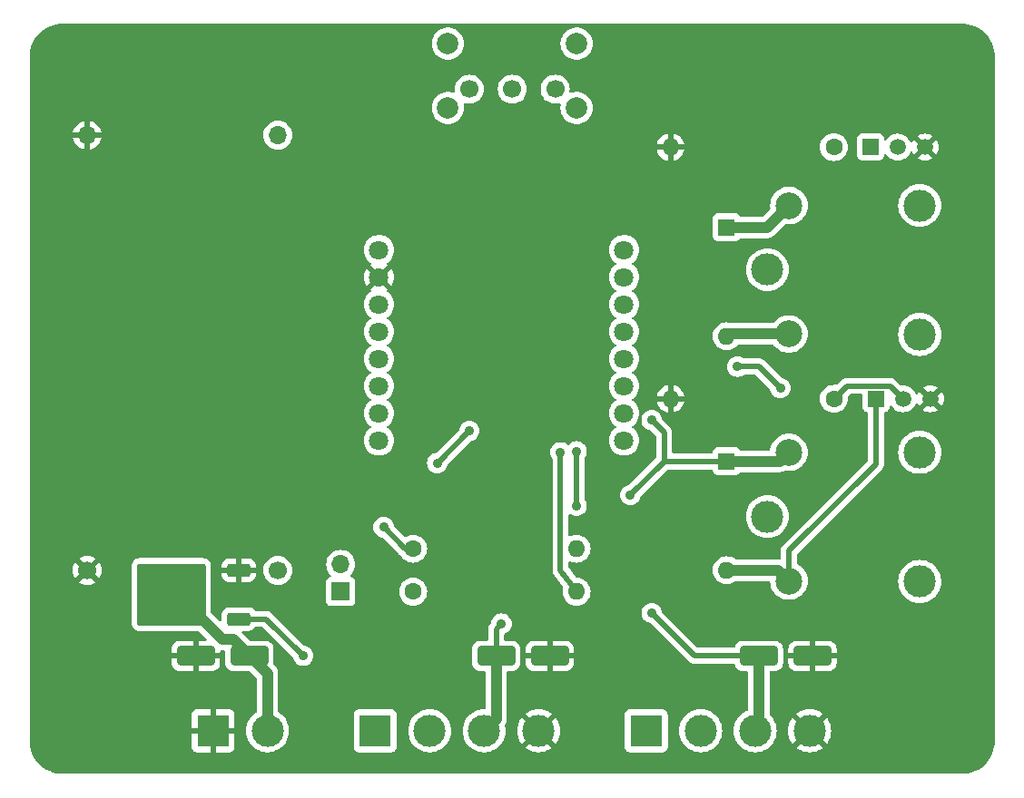
<source format=gbr>
%TF.GenerationSoftware,KiCad,Pcbnew,8.0.3-8.0.3-0~ubuntu22.04.1*%
%TF.CreationDate,2024-06-14T00:20:48-04:00*%
%TF.ProjectId,GarageDoor,47617261-6765-4446-9f6f-722e6b696361,rev?*%
%TF.SameCoordinates,Original*%
%TF.FileFunction,Copper,L2,Bot*%
%TF.FilePolarity,Positive*%
%FSLAX46Y46*%
G04 Gerber Fmt 4.6, Leading zero omitted, Abs format (unit mm)*
G04 Created by KiCad (PCBNEW 8.0.3-8.0.3-0~ubuntu22.04.1) date 2024-06-14 00:20:48*
%MOMM*%
%LPD*%
G01*
G04 APERTURE LIST*
G04 Aperture macros list*
%AMRoundRect*
0 Rectangle with rounded corners*
0 $1 Rounding radius*
0 $2 $3 $4 $5 $6 $7 $8 $9 X,Y pos of 4 corners*
0 Add a 4 corners polygon primitive as box body*
4,1,4,$2,$3,$4,$5,$6,$7,$8,$9,$2,$3,0*
0 Add four circle primitives for the rounded corners*
1,1,$1+$1,$2,$3*
1,1,$1+$1,$4,$5*
1,1,$1+$1,$6,$7*
1,1,$1+$1,$8,$9*
0 Add four rect primitives between the rounded corners*
20,1,$1+$1,$2,$3,$4,$5,0*
20,1,$1+$1,$4,$5,$6,$7,0*
20,1,$1+$1,$6,$7,$8,$9,0*
20,1,$1+$1,$8,$9,$2,$3,0*%
G04 Aperture macros list end*
%TA.AperFunction,ComponentPad*%
%ADD10R,1.500000X1.500000*%
%TD*%
%TA.AperFunction,ComponentPad*%
%ADD11C,1.500000*%
%TD*%
%TA.AperFunction,ComponentPad*%
%ADD12R,1.600000X1.600000*%
%TD*%
%TA.AperFunction,ComponentPad*%
%ADD13O,1.600000X1.600000*%
%TD*%
%TA.AperFunction,ComponentPad*%
%ADD14C,1.600000*%
%TD*%
%TA.AperFunction,ComponentPad*%
%ADD15R,3.000000X3.000000*%
%TD*%
%TA.AperFunction,ComponentPad*%
%ADD16C,3.000000*%
%TD*%
%TA.AperFunction,ComponentPad*%
%ADD17C,2.500000*%
%TD*%
%TA.AperFunction,ComponentPad*%
%ADD18O,1.700000X1.700000*%
%TD*%
%TA.AperFunction,ComponentPad*%
%ADD19C,1.700000*%
%TD*%
%TA.AperFunction,ComponentPad*%
%ADD20C,1.800000*%
%TD*%
%TA.AperFunction,ComponentPad*%
%ADD21R,1.700000X1.700000*%
%TD*%
%TA.AperFunction,ComponentPad*%
%ADD22C,2.000000*%
%TD*%
%TA.AperFunction,SMDPad,CuDef*%
%ADD23RoundRect,0.250000X-1.500000X-0.650000X1.500000X-0.650000X1.500000X0.650000X-1.500000X0.650000X0*%
%TD*%
%TA.AperFunction,SMDPad,CuDef*%
%ADD24RoundRect,0.250000X0.850000X0.350000X-0.850000X0.350000X-0.850000X-0.350000X0.850000X-0.350000X0*%
%TD*%
%TA.AperFunction,SMDPad,CuDef*%
%ADD25RoundRect,0.250000X1.275000X1.125000X-1.275000X1.125000X-1.275000X-1.125000X1.275000X-1.125000X0*%
%TD*%
%TA.AperFunction,SMDPad,CuDef*%
%ADD26RoundRect,0.249997X2.950003X2.650003X-2.950003X2.650003X-2.950003X-2.650003X2.950003X-2.650003X0*%
%TD*%
%TA.AperFunction,SMDPad,CuDef*%
%ADD27RoundRect,0.250000X1.500000X0.650000X-1.500000X0.650000X-1.500000X-0.650000X1.500000X-0.650000X0*%
%TD*%
%TA.AperFunction,ViaPad*%
%ADD28C,0.900000*%
%TD*%
%TA.AperFunction,Conductor*%
%ADD29C,0.500000*%
%TD*%
%TA.AperFunction,Conductor*%
%ADD30C,1.000000*%
%TD*%
G04 APERTURE END LIST*
D10*
%TO.P,Q1,1,D*%
%TO.N,Net-(D1-A)*%
X103920000Y-60000000D03*
D11*
%TO.P,Q1,2,G*%
%TO.N,Net-(Q1-G)*%
X106460000Y-60000000D03*
%TO.P,Q1,3,S*%
%TO.N,Earth*%
X109000000Y-60000000D03*
%TD*%
D12*
%TO.P,D1,1,K*%
%TO.N,+12V*%
X90000000Y-65840000D03*
D13*
%TO.P,D1,2,A*%
%TO.N,Net-(D1-A)*%
X90000000Y-76000000D03*
%TD*%
D14*
%TO.P,R2,1*%
%TO.N,+5V*%
X60760000Y-74000000D03*
D13*
%TO.P,R2,2*%
%TO.N,LEFT_SENSOR*%
X76000000Y-74000000D03*
%TD*%
D14*
%TO.P,R3,1*%
%TO.N,Net-(Q1-G)*%
X100000000Y-60000000D03*
D13*
%TO.P,R3,2*%
%TO.N,Earth*%
X84760000Y-60000000D03*
%TD*%
D15*
%TO.P,J1,1,Pin_1*%
%TO.N,Earth*%
X42090000Y-91000000D03*
D16*
%TO.P,J1,2,Pin_2*%
%TO.N,Net-(D3-A1)*%
X47170000Y-91000000D03*
%TD*%
%TO.P,K2,1*%
%TO.N,LBUT_COM*%
X93800000Y-47950000D03*
D17*
%TO.P,K2,2*%
%TO.N,Net-(D2-A)*%
X95800000Y-53950000D03*
D16*
%TO.P,K2,3*%
%TO.N,LBUT_NO*%
X108000000Y-54000000D03*
%TO.P,K2,4*%
%TO.N,unconnected-(K2-Pad4)*%
X108000000Y-41950000D03*
D17*
%TO.P,K2,5*%
%TO.N,+12V*%
X95800000Y-41950000D03*
%TD*%
D15*
%TO.P,J2,1,Pin_1*%
%TO.N,LBUT_NO*%
X57220000Y-91000000D03*
D16*
%TO.P,J2,2,Pin_2*%
%TO.N,LBUT_COM*%
X62300000Y-91000000D03*
%TO.P,J2,3,Pin_3*%
%TO.N,LEFT_SENSOR*%
X67380000Y-91000000D03*
%TO.P,J2,4,Pin_4*%
%TO.N,Earth*%
X72460000Y-91000000D03*
%TD*%
D12*
%TO.P,D2,1,K*%
%TO.N,+12V*%
X90000000Y-44000000D03*
D13*
%TO.P,D2,2,A*%
%TO.N,Net-(D2-A)*%
X90000000Y-54160000D03*
%TD*%
D16*
%TO.P,K1,1*%
%TO.N,RBUT_COM*%
X93800000Y-71000000D03*
D17*
%TO.P,K1,2*%
%TO.N,Net-(D1-A)*%
X95800000Y-77000000D03*
D16*
%TO.P,K1,3*%
%TO.N,RBUT_NO*%
X108000000Y-77050000D03*
%TO.P,K1,4*%
%TO.N,unconnected-(K1-Pad4)*%
X108000000Y-65000000D03*
D17*
%TO.P,K1,5*%
%TO.N,+12V*%
X95800000Y-65000000D03*
%TD*%
D14*
%TO.P,R1,1*%
%TO.N,+5V*%
X60760000Y-78000000D03*
D13*
%TO.P,R1,2*%
%TO.N,RIGHT_SENSOR*%
X76000000Y-78000000D03*
%TD*%
D15*
%TO.P,J3,1,Pin_1*%
%TO.N,RBUT_NO*%
X82500000Y-91000000D03*
D16*
%TO.P,J3,2,Pin_2*%
%TO.N,RBUT_COM*%
X87580000Y-91000000D03*
%TO.P,J3,3,Pin_3*%
%TO.N,RIGHT_SENSOR*%
X92660000Y-91000000D03*
%TO.P,J3,4,Pin_4*%
%TO.N,Earth*%
X97740000Y-91000000D03*
%TD*%
D18*
%TO.P,U1,1,IN+*%
%TO.N,Net-(S1-A)*%
X48140000Y-35380000D03*
%TO.P,U1,2,IN-*%
%TO.N,Earth*%
X30360000Y-35380000D03*
D19*
%TO.P,U1,3,OUT-*%
X30360000Y-76020000D03*
%TO.P,U1,4,OUT+*%
%TO.N,Net-(JP1-A)*%
X48140000Y-76020000D03*
%TD*%
D20*
%TO.P,U2,1,Rst*%
%TO.N,unconnected-(U2-Rst-Pad1)*%
X80430000Y-63890000D03*
%TO.P,U2,2,A0*%
%TO.N,unconnected-(U2-A0-Pad2)*%
X80430000Y-61350000D03*
%TO.P,U2,3,16*%
%TO.N,unconnected-(U2-16-Pad3)*%
X80430000Y-58810000D03*
%TO.P,U2,4,14/SCK*%
%TO.N,LEFT_SENSOR*%
X80430000Y-56270000D03*
%TO.P,U2,5,12/MISO*%
%TO.N,RIGHT_SENSOR*%
X80430000Y-53730000D03*
%TO.P,U2,6,13/MOSI*%
%TO.N,unconnected-(U2-13{slash}MOSI-Pad6)*%
X80430000Y-51190000D03*
%TO.P,U2,7,15*%
%TO.N,unconnected-(U2-15-Pad7)*%
X80430000Y-48650000D03*
%TO.P,U2,8,3.3V*%
%TO.N,unconnected-(U2-3.3V-Pad8)*%
X80430000Y-46110000D03*
%TO.P,U2,9,5V*%
%TO.N,+5V*%
X57570000Y-46110000D03*
%TO.P,U2,10,GND*%
%TO.N,Earth*%
X57570000Y-48650000D03*
%TO.P,U2,11,2(LED)*%
%TO.N,unconnected-(U2-2(LED)-Pad11)*%
X57570000Y-51190000D03*
%TO.P,U2,12,0*%
%TO.N,unconnected-(U2-0-Pad12)*%
X57570000Y-53730000D03*
%TO.P,U2,13,4/SDA*%
%TO.N,Net-(Q2-G)*%
X57570000Y-56270000D03*
%TO.P,U2,14,5/SCL*%
%TO.N,Net-(Q1-G)*%
X57570000Y-58810000D03*
%TO.P,U2,15,Rx*%
%TO.N,unconnected-(U2-Rx-Pad15)*%
X57570000Y-61350000D03*
%TO.P,U2,16,Tx*%
%TO.N,unconnected-(U2-Tx-Pad16)*%
X57570000Y-63890000D03*
%TD*%
D10*
%TO.P,Q2,1,D*%
%TO.N,Net-(D2-A)*%
X103420000Y-36500000D03*
D11*
%TO.P,Q2,2,G*%
%TO.N,Net-(Q2-G)*%
X105960000Y-36500000D03*
%TO.P,Q2,3,S*%
%TO.N,Earth*%
X108500000Y-36500000D03*
%TD*%
D21*
%TO.P,JP1,1,A*%
%TO.N,Net-(JP1-A)*%
X54000000Y-78000000D03*
D18*
%TO.P,JP1,2,B*%
%TO.N,+5V*%
X54000000Y-75460000D03*
%TD*%
D14*
%TO.P,R4,1*%
%TO.N,Net-(Q2-G)*%
X100000000Y-36500000D03*
D13*
%TO.P,R4,2*%
%TO.N,Earth*%
X84760000Y-36500000D03*
%TD*%
D22*
%TO.P,S1,*%
%TO.N,*%
X76000000Y-32840000D03*
X76000000Y-26840000D03*
X64000000Y-32840000D03*
X64000000Y-26840000D03*
D19*
%TO.P,S1,1,C*%
%TO.N,unconnected-(S1-C-Pad1)*%
X74000000Y-31090000D03*
%TO.P,S1,2,B*%
%TO.N,+12V*%
X70000000Y-31090000D03*
%TO.P,S1,3,A*%
%TO.N,Net-(S1-A)*%
X66000000Y-31090000D03*
%TD*%
D23*
%TO.P,D5,1,A1*%
%TO.N,RIGHT_SENSOR*%
X93000000Y-84000000D03*
%TO.P,D5,2,A2*%
%TO.N,Earth*%
X98000000Y-84000000D03*
%TD*%
%TO.P,D4,1,A1*%
%TO.N,LEFT_SENSOR*%
X68500000Y-84000000D03*
%TO.P,D4,2,A2*%
%TO.N,Earth*%
X73500000Y-84000000D03*
%TD*%
D24*
%TO.P,Q3,1,G*%
%TO.N,Earth*%
X44500000Y-76000000D03*
D25*
%TO.P,Q3,2,D*%
%TO.N,Net-(D3-A1)*%
X39875000Y-79805000D03*
X39875000Y-76755000D03*
D26*
X38200000Y-78280000D03*
D25*
X36525000Y-79805000D03*
X36525000Y-76755000D03*
D24*
%TO.P,Q3,3,S*%
%TO.N,+12V*%
X44500000Y-80560000D03*
%TD*%
D27*
%TO.P,D3,1,A1*%
%TO.N,Net-(D3-A1)*%
X45500000Y-84000000D03*
%TO.P,D3,2,A2*%
%TO.N,Earth*%
X40500000Y-84000000D03*
%TD*%
D28*
%TO.N,+12V*%
X50500000Y-84000000D03*
X63000000Y-66000000D03*
X83000000Y-62000000D03*
X81000000Y-69000000D03*
X66000000Y-63000000D03*
%TO.N,LEFT_SENSOR*%
X69000000Y-81000000D03*
X76000000Y-64900000D03*
X76000000Y-70000000D03*
%TO.N,RIGHT_SENSOR*%
X74500000Y-65000000D03*
X83000000Y-80000000D03*
%TO.N,+5V*%
X58000000Y-72000000D03*
%TO.N,Net-(Q1-G)*%
X91000000Y-57000000D03*
X95000000Y-59000000D03*
%TD*%
D29*
%TO.N,+12V*%
X81000000Y-69000000D02*
X84160000Y-65840000D01*
X84160000Y-63160000D02*
X83000000Y-62000000D01*
D30*
X93750000Y-44000000D02*
X95800000Y-41950000D01*
D29*
X84160000Y-65840000D02*
X90000000Y-65840000D01*
X63000000Y-66000000D02*
X66000000Y-63000000D01*
X44500000Y-80560000D02*
X47060000Y-80560000D01*
D30*
X90000000Y-44000000D02*
X93750000Y-44000000D01*
X90000000Y-65840000D02*
X94960000Y-65840000D01*
X94960000Y-65840000D02*
X95800000Y-65000000D01*
D29*
X47060000Y-80560000D02*
X50500000Y-84000000D01*
X84160000Y-65840000D02*
X84160000Y-63160000D01*
%TO.N,Net-(D1-A)*%
X103920000Y-66080000D02*
X103920000Y-60000000D01*
X95800000Y-74200000D02*
X103920000Y-66080000D01*
D30*
X90000000Y-76000000D02*
X94800000Y-76000000D01*
X94800000Y-76000000D02*
X95800000Y-77000000D01*
D29*
X95800000Y-77000000D02*
X95800000Y-74200000D01*
D30*
%TO.N,Net-(D2-A)*%
X95800000Y-53950000D02*
X90210000Y-53950000D01*
X90210000Y-53950000D02*
X90000000Y-54160000D01*
%TO.N,LEFT_SENSOR*%
X68500000Y-89880000D02*
X67380000Y-91000000D01*
D29*
X68500000Y-81500000D02*
X69000000Y-81000000D01*
X68500000Y-84000000D02*
X68500000Y-81500000D01*
X76000000Y-70000000D02*
X76000000Y-64900000D01*
D30*
X68500000Y-84000000D02*
X68500000Y-89880000D01*
D29*
%TO.N,RIGHT_SENSOR*%
X87000000Y-84000000D02*
X93000000Y-84000000D01*
X74500000Y-65000000D02*
X74500000Y-76000000D01*
D30*
X93000000Y-90660000D02*
X92660000Y-91000000D01*
D29*
X83000000Y-80000000D02*
X87000000Y-84000000D01*
X74500000Y-76000000D02*
X76000000Y-78000000D01*
D30*
X93000000Y-84000000D02*
X93000000Y-90660000D01*
D29*
%TO.N,+5V*%
X60000000Y-74000000D02*
X58000000Y-72000000D01*
X60760000Y-74000000D02*
X60000000Y-74000000D01*
%TO.N,Net-(Q1-G)*%
X105260000Y-58800000D02*
X101200000Y-58800000D01*
X101200000Y-58800000D02*
X100000000Y-60000000D01*
X91000000Y-57000000D02*
X93000000Y-57000000D01*
X106460000Y-60000000D02*
X105260000Y-58800000D01*
X93000000Y-57000000D02*
X95000000Y-59000000D01*
D30*
%TO.N,Net-(D3-A1)*%
X43000000Y-82500000D02*
X40305000Y-79805000D01*
X47170000Y-91000000D02*
X47170000Y-85670000D01*
X47170000Y-85670000D02*
X45500000Y-84000000D01*
X45500000Y-84000000D02*
X44000000Y-82500000D01*
X44000000Y-82500000D02*
X43000000Y-82500000D01*
X40305000Y-79805000D02*
X39875000Y-79805000D01*
%TD*%
%TA.AperFunction,Conductor*%
%TO.N,Earth*%
G36*
X112000855Y-25000011D02*
G01*
X112162269Y-25002274D01*
X112174390Y-25003041D01*
X112478553Y-25037312D01*
X112495992Y-25039277D01*
X112509700Y-25041606D01*
X112824366Y-25113426D01*
X112837725Y-25117273D01*
X113142392Y-25223881D01*
X113155228Y-25229199D01*
X113384271Y-25339500D01*
X113446025Y-25369239D01*
X113458195Y-25375965D01*
X113731486Y-25547685D01*
X113742824Y-25555730D01*
X113995173Y-25756971D01*
X114005541Y-25766237D01*
X114233762Y-25994458D01*
X114243028Y-26004826D01*
X114444267Y-26257172D01*
X114452314Y-26268513D01*
X114624034Y-26541804D01*
X114630760Y-26553974D01*
X114770798Y-26844766D01*
X114776120Y-26857613D01*
X114882724Y-27162270D01*
X114886573Y-27175633D01*
X114958393Y-27490299D01*
X114960722Y-27504007D01*
X114996957Y-27825597D01*
X114997725Y-27837743D01*
X114999988Y-27999144D01*
X115000000Y-28000882D01*
X115000000Y-91999117D01*
X114999988Y-92000855D01*
X114997725Y-92162256D01*
X114996957Y-92174402D01*
X114960722Y-92495992D01*
X114958393Y-92509700D01*
X114886573Y-92824366D01*
X114882724Y-92837729D01*
X114776120Y-93142386D01*
X114770798Y-93155233D01*
X114630760Y-93446025D01*
X114624034Y-93458195D01*
X114452314Y-93731486D01*
X114444267Y-93742827D01*
X114243028Y-93995173D01*
X114233762Y-94005541D01*
X114005541Y-94233762D01*
X113995173Y-94243028D01*
X113742827Y-94444267D01*
X113731486Y-94452314D01*
X113458195Y-94624034D01*
X113446025Y-94630760D01*
X113155233Y-94770798D01*
X113142386Y-94776120D01*
X112837729Y-94882724D01*
X112824366Y-94886573D01*
X112509700Y-94958393D01*
X112495992Y-94960722D01*
X112174402Y-94996957D01*
X112162256Y-94997725D01*
X112000856Y-94999988D01*
X111999118Y-95000000D01*
X28000882Y-95000000D01*
X27999144Y-94999988D01*
X27837743Y-94997725D01*
X27825597Y-94996957D01*
X27504007Y-94960722D01*
X27490299Y-94958393D01*
X27175633Y-94886573D01*
X27162270Y-94882724D01*
X26857613Y-94776120D01*
X26844766Y-94770798D01*
X26553974Y-94630760D01*
X26541804Y-94624034D01*
X26268513Y-94452314D01*
X26257172Y-94444267D01*
X26004826Y-94243028D01*
X25994458Y-94233762D01*
X25766237Y-94005541D01*
X25756971Y-93995173D01*
X25555732Y-93742827D01*
X25547685Y-93731486D01*
X25375965Y-93458195D01*
X25369239Y-93446025D01*
X25229201Y-93155233D01*
X25223879Y-93142386D01*
X25174230Y-93000498D01*
X25117273Y-92837725D01*
X25113426Y-92824366D01*
X25113321Y-92823908D01*
X25094646Y-92742086D01*
X25041606Y-92509700D01*
X25039277Y-92495992D01*
X25018702Y-92313387D01*
X25003041Y-92174390D01*
X25002274Y-92162269D01*
X25000012Y-92000855D01*
X25000000Y-91999117D01*
X25000000Y-89452155D01*
X40090000Y-89452155D01*
X40090000Y-90750000D01*
X41370936Y-90750000D01*
X41359207Y-90778316D01*
X41330000Y-90925147D01*
X41330000Y-91074853D01*
X41359207Y-91221684D01*
X41370936Y-91250000D01*
X40090000Y-91250000D01*
X40090000Y-92547844D01*
X40096401Y-92607372D01*
X40096403Y-92607379D01*
X40146645Y-92742086D01*
X40146649Y-92742093D01*
X40232809Y-92857187D01*
X40232812Y-92857190D01*
X40347906Y-92943350D01*
X40347913Y-92943354D01*
X40482620Y-92993596D01*
X40482627Y-92993598D01*
X40542155Y-92999999D01*
X40542172Y-93000000D01*
X41840000Y-93000000D01*
X41840000Y-91719064D01*
X41868316Y-91730793D01*
X42015147Y-91760000D01*
X42164853Y-91760000D01*
X42311684Y-91730793D01*
X42340000Y-91719064D01*
X42340000Y-93000000D01*
X43637828Y-93000000D01*
X43637844Y-92999999D01*
X43697372Y-92993598D01*
X43697379Y-92993596D01*
X43832086Y-92943354D01*
X43832093Y-92943350D01*
X43947187Y-92857190D01*
X43947190Y-92857187D01*
X44033350Y-92742093D01*
X44033354Y-92742086D01*
X44083596Y-92607379D01*
X44083598Y-92607372D01*
X44089999Y-92547844D01*
X44090000Y-92547827D01*
X44090000Y-91250000D01*
X42809064Y-91250000D01*
X42820793Y-91221684D01*
X42850000Y-91074853D01*
X42850000Y-90925147D01*
X42820793Y-90778316D01*
X42809064Y-90750000D01*
X44090000Y-90750000D01*
X44090000Y-89452172D01*
X44089999Y-89452155D01*
X44083598Y-89392627D01*
X44083596Y-89392620D01*
X44033354Y-89257913D01*
X44033350Y-89257906D01*
X43947190Y-89142812D01*
X43947187Y-89142809D01*
X43832093Y-89056649D01*
X43832086Y-89056645D01*
X43697379Y-89006403D01*
X43697372Y-89006401D01*
X43637844Y-89000000D01*
X42340000Y-89000000D01*
X42340000Y-90280935D01*
X42311684Y-90269207D01*
X42164853Y-90240000D01*
X42015147Y-90240000D01*
X41868316Y-90269207D01*
X41840000Y-90280935D01*
X41840000Y-89000000D01*
X40542155Y-89000000D01*
X40482627Y-89006401D01*
X40482620Y-89006403D01*
X40347913Y-89056645D01*
X40347906Y-89056649D01*
X40232812Y-89142809D01*
X40232809Y-89142812D01*
X40146649Y-89257906D01*
X40146645Y-89257913D01*
X40096403Y-89392620D01*
X40096401Y-89392627D01*
X40090000Y-89452155D01*
X25000000Y-89452155D01*
X25000000Y-84699986D01*
X38250001Y-84699986D01*
X38260494Y-84802697D01*
X38315641Y-84969119D01*
X38315643Y-84969124D01*
X38407684Y-85118345D01*
X38531654Y-85242315D01*
X38680875Y-85334356D01*
X38680880Y-85334358D01*
X38847302Y-85389505D01*
X38847309Y-85389506D01*
X38950019Y-85399999D01*
X40249999Y-85399999D01*
X40750000Y-85399999D01*
X42049972Y-85399999D01*
X42049986Y-85399998D01*
X42152697Y-85389505D01*
X42319119Y-85334358D01*
X42319124Y-85334356D01*
X42468345Y-85242315D01*
X42592315Y-85118345D01*
X42684356Y-84969124D01*
X42684358Y-84969119D01*
X42739505Y-84802697D01*
X42739506Y-84802690D01*
X42749999Y-84699986D01*
X42750000Y-84699973D01*
X42750000Y-84250000D01*
X40750000Y-84250000D01*
X40750000Y-85399999D01*
X40249999Y-85399999D01*
X40250000Y-85399998D01*
X40250000Y-84250000D01*
X38250001Y-84250000D01*
X38250001Y-84699986D01*
X25000000Y-84699986D01*
X25000000Y-83300013D01*
X38250000Y-83300013D01*
X38250000Y-83750000D01*
X40250000Y-83750000D01*
X40250000Y-82600000D01*
X38950028Y-82600000D01*
X38950012Y-82600001D01*
X38847302Y-82610494D01*
X38680880Y-82665641D01*
X38680875Y-82665643D01*
X38531654Y-82757684D01*
X38407684Y-82881654D01*
X38315643Y-83030875D01*
X38315641Y-83030880D01*
X38260494Y-83197302D01*
X38260493Y-83197309D01*
X38250000Y-83300013D01*
X25000000Y-83300013D01*
X25000000Y-76019998D01*
X29004843Y-76019998D01*
X29004843Y-76020001D01*
X29025430Y-76255315D01*
X29025432Y-76255326D01*
X29086566Y-76483482D01*
X29086570Y-76483492D01*
X29186400Y-76697579D01*
X29186402Y-76697583D01*
X29245072Y-76781373D01*
X29245073Y-76781373D01*
X29877037Y-76149409D01*
X29894075Y-76212993D01*
X29959901Y-76327007D01*
X30052993Y-76420099D01*
X30167007Y-76485925D01*
X30230590Y-76502962D01*
X29598625Y-77134925D01*
X29682421Y-77193599D01*
X29896507Y-77293429D01*
X29896516Y-77293433D01*
X30124673Y-77354567D01*
X30124684Y-77354569D01*
X30359998Y-77375157D01*
X30360002Y-77375157D01*
X30595315Y-77354569D01*
X30595326Y-77354567D01*
X30823483Y-77293433D01*
X30823492Y-77293429D01*
X31037578Y-77193600D01*
X31037582Y-77193598D01*
X31121373Y-77134926D01*
X31121373Y-77134925D01*
X30489409Y-76502962D01*
X30552993Y-76485925D01*
X30667007Y-76420099D01*
X30760099Y-76327007D01*
X30825925Y-76212993D01*
X30842962Y-76149410D01*
X31474925Y-76781373D01*
X31474926Y-76781373D01*
X31533598Y-76697582D01*
X31533600Y-76697578D01*
X31633429Y-76483492D01*
X31633434Y-76483482D01*
X31694567Y-76255326D01*
X31694569Y-76255315D01*
X31715157Y-76020001D01*
X31715157Y-76019998D01*
X31694569Y-75784684D01*
X31694567Y-75784673D01*
X31639720Y-75579980D01*
X34499500Y-75579980D01*
X34499500Y-80980019D01*
X34510001Y-81082801D01*
X34565184Y-81249333D01*
X34565189Y-81249344D01*
X34657285Y-81398653D01*
X34657288Y-81398657D01*
X34781342Y-81522711D01*
X34781346Y-81522714D01*
X34930655Y-81614810D01*
X34930658Y-81614811D01*
X34930664Y-81614815D01*
X35097200Y-81669999D01*
X35199988Y-81680500D01*
X35199991Y-81680500D01*
X38549991Y-81680500D01*
X40714218Y-81680500D01*
X40781257Y-81700185D01*
X40801899Y-81716819D01*
X41473398Y-82388319D01*
X41506883Y-82449642D01*
X41501899Y-82519334D01*
X41460027Y-82575267D01*
X41394563Y-82599684D01*
X41385717Y-82600000D01*
X40750000Y-82600000D01*
X40750000Y-83750000D01*
X42749999Y-83750000D01*
X42749999Y-83621468D01*
X42769684Y-83554429D01*
X42822488Y-83508674D01*
X42891646Y-83498730D01*
X42898187Y-83499850D01*
X42901460Y-83500501D01*
X43104655Y-83500501D01*
X43104675Y-83500500D01*
X43125500Y-83500500D01*
X43192539Y-83520185D01*
X43238294Y-83572989D01*
X43249500Y-83624500D01*
X43249500Y-84700001D01*
X43249501Y-84700018D01*
X43260000Y-84802796D01*
X43260001Y-84802799D01*
X43304387Y-84936746D01*
X43315186Y-84969334D01*
X43407288Y-85118656D01*
X43531344Y-85242712D01*
X43680666Y-85334814D01*
X43847203Y-85389999D01*
X43949991Y-85400500D01*
X45434217Y-85400499D01*
X45501256Y-85420184D01*
X45521898Y-85436818D01*
X46133181Y-86048101D01*
X46166666Y-86109424D01*
X46169500Y-86135782D01*
X46169500Y-89193434D01*
X46149815Y-89260473D01*
X46104929Y-89302265D01*
X46085690Y-89312770D01*
X46085682Y-89312775D01*
X45856612Y-89484254D01*
X45856594Y-89484270D01*
X45654270Y-89686594D01*
X45654254Y-89686612D01*
X45482775Y-89915682D01*
X45482770Y-89915690D01*
X45345635Y-90166833D01*
X45245628Y-90434962D01*
X45184804Y-90714566D01*
X45164390Y-90999998D01*
X45164390Y-91000001D01*
X45184804Y-91285433D01*
X45245628Y-91565037D01*
X45245630Y-91565043D01*
X45245631Y-91565046D01*
X45307452Y-91730793D01*
X45345635Y-91833166D01*
X45482770Y-92084309D01*
X45482775Y-92084317D01*
X45654254Y-92313387D01*
X45654270Y-92313405D01*
X45856594Y-92515729D01*
X45856612Y-92515745D01*
X46085682Y-92687224D01*
X46085690Y-92687229D01*
X46336833Y-92824364D01*
X46336832Y-92824364D01*
X46336836Y-92824365D01*
X46336839Y-92824367D01*
X46604954Y-92924369D01*
X46604960Y-92924370D01*
X46604962Y-92924371D01*
X46884566Y-92985195D01*
X46884568Y-92985195D01*
X46884572Y-92985196D01*
X47138220Y-93003337D01*
X47169999Y-93005610D01*
X47170000Y-93005610D01*
X47170001Y-93005610D01*
X47198595Y-93003564D01*
X47455428Y-92985196D01*
X47645742Y-92943796D01*
X47735037Y-92924371D01*
X47735037Y-92924370D01*
X47735046Y-92924369D01*
X48003161Y-92824367D01*
X48254315Y-92687226D01*
X48483395Y-92515739D01*
X48685739Y-92313395D01*
X48857226Y-92084315D01*
X48994367Y-91833161D01*
X49094369Y-91565046D01*
X49155196Y-91285428D01*
X49175610Y-91000000D01*
X49155196Y-90714572D01*
X49112468Y-90518156D01*
X49094371Y-90434962D01*
X49094370Y-90434960D01*
X49094369Y-90434954D01*
X48994367Y-90166839D01*
X48857372Y-89915953D01*
X48857229Y-89915690D01*
X48857224Y-89915682D01*
X48685745Y-89686612D01*
X48685729Y-89686594D01*
X48483405Y-89484270D01*
X48483387Y-89484254D01*
X48440481Y-89452135D01*
X55219500Y-89452135D01*
X55219500Y-92547870D01*
X55219501Y-92547876D01*
X55225908Y-92607483D01*
X55276202Y-92742328D01*
X55276206Y-92742335D01*
X55362452Y-92857544D01*
X55362455Y-92857547D01*
X55477664Y-92943793D01*
X55477671Y-92943797D01*
X55612517Y-92994091D01*
X55612516Y-92994091D01*
X55619444Y-92994835D01*
X55672127Y-93000500D01*
X58767872Y-93000499D01*
X58827483Y-92994091D01*
X58962331Y-92943796D01*
X59077546Y-92857546D01*
X59163796Y-92742331D01*
X59214091Y-92607483D01*
X59220500Y-92547873D01*
X59220499Y-90999998D01*
X60294390Y-90999998D01*
X60294390Y-91000001D01*
X60314804Y-91285433D01*
X60375628Y-91565037D01*
X60375630Y-91565043D01*
X60375631Y-91565046D01*
X60437452Y-91730793D01*
X60475635Y-91833166D01*
X60612770Y-92084309D01*
X60612775Y-92084317D01*
X60784254Y-92313387D01*
X60784270Y-92313405D01*
X60986594Y-92515729D01*
X60986612Y-92515745D01*
X61215682Y-92687224D01*
X61215690Y-92687229D01*
X61466833Y-92824364D01*
X61466832Y-92824364D01*
X61466836Y-92824365D01*
X61466839Y-92824367D01*
X61734954Y-92924369D01*
X61734960Y-92924370D01*
X61734962Y-92924371D01*
X62014566Y-92985195D01*
X62014568Y-92985195D01*
X62014572Y-92985196D01*
X62268220Y-93003337D01*
X62299999Y-93005610D01*
X62300000Y-93005610D01*
X62300001Y-93005610D01*
X62328595Y-93003564D01*
X62585428Y-92985196D01*
X62775742Y-92943796D01*
X62865037Y-92924371D01*
X62865037Y-92924370D01*
X62865046Y-92924369D01*
X63133161Y-92824367D01*
X63384315Y-92687226D01*
X63613395Y-92515739D01*
X63815739Y-92313395D01*
X63987226Y-92084315D01*
X64124367Y-91833161D01*
X64224369Y-91565046D01*
X64285196Y-91285428D01*
X64305610Y-91000000D01*
X64305610Y-90999998D01*
X65374390Y-90999998D01*
X65374390Y-91000001D01*
X65394804Y-91285433D01*
X65455628Y-91565037D01*
X65455630Y-91565043D01*
X65455631Y-91565046D01*
X65517452Y-91730793D01*
X65555635Y-91833166D01*
X65692770Y-92084309D01*
X65692775Y-92084317D01*
X65864254Y-92313387D01*
X65864270Y-92313405D01*
X66066594Y-92515729D01*
X66066612Y-92515745D01*
X66295682Y-92687224D01*
X66295690Y-92687229D01*
X66546833Y-92824364D01*
X66546832Y-92824364D01*
X66546836Y-92824365D01*
X66546839Y-92824367D01*
X66814954Y-92924369D01*
X66814960Y-92924370D01*
X66814962Y-92924371D01*
X67094566Y-92985195D01*
X67094568Y-92985195D01*
X67094572Y-92985196D01*
X67348220Y-93003337D01*
X67379999Y-93005610D01*
X67380000Y-93005610D01*
X67380001Y-93005610D01*
X67408595Y-93003564D01*
X67665428Y-92985196D01*
X67855742Y-92943796D01*
X67945037Y-92924371D01*
X67945037Y-92924370D01*
X67945046Y-92924369D01*
X68213161Y-92824367D01*
X68464315Y-92687226D01*
X68693395Y-92515739D01*
X68895739Y-92313395D01*
X69067226Y-92084315D01*
X69204367Y-91833161D01*
X69304369Y-91565046D01*
X69365196Y-91285428D01*
X69385610Y-91000000D01*
X69385610Y-90999998D01*
X70454891Y-90999998D01*
X70454891Y-91000001D01*
X70475300Y-91285362D01*
X70536109Y-91564895D01*
X70636091Y-91832958D01*
X70773191Y-92084038D01*
X70773196Y-92084046D01*
X70879882Y-92226561D01*
X70879883Y-92226562D01*
X71774767Y-91331677D01*
X71786497Y-91359995D01*
X71869670Y-91484472D01*
X71975528Y-91590330D01*
X72100005Y-91673503D01*
X72128320Y-91685231D01*
X71233436Y-92580115D01*
X71375960Y-92686807D01*
X71375961Y-92686808D01*
X71627042Y-92823908D01*
X71627041Y-92823908D01*
X71895104Y-92923890D01*
X72174637Y-92984699D01*
X72459999Y-93005109D01*
X72460001Y-93005109D01*
X72745362Y-92984699D01*
X73024895Y-92923890D01*
X73292958Y-92823908D01*
X73544047Y-92686803D01*
X73686561Y-92580116D01*
X73686562Y-92580115D01*
X72791679Y-91685231D01*
X72819995Y-91673503D01*
X72944472Y-91590330D01*
X73050330Y-91484472D01*
X73133503Y-91359995D01*
X73145231Y-91331678D01*
X74040115Y-92226562D01*
X74040116Y-92226561D01*
X74146803Y-92084047D01*
X74283908Y-91832958D01*
X74383890Y-91564895D01*
X74444699Y-91285362D01*
X74465109Y-91000001D01*
X74465109Y-90999998D01*
X74444699Y-90714637D01*
X74383890Y-90435104D01*
X74283908Y-90167041D01*
X74146808Y-89915961D01*
X74146807Y-89915960D01*
X74040115Y-89773436D01*
X73145231Y-90668320D01*
X73133503Y-90640005D01*
X73050330Y-90515528D01*
X72944472Y-90409670D01*
X72819995Y-90326497D01*
X72791678Y-90314767D01*
X73654310Y-89452135D01*
X80499500Y-89452135D01*
X80499500Y-92547870D01*
X80499501Y-92547876D01*
X80505908Y-92607483D01*
X80556202Y-92742328D01*
X80556206Y-92742335D01*
X80642452Y-92857544D01*
X80642455Y-92857547D01*
X80757664Y-92943793D01*
X80757671Y-92943797D01*
X80892517Y-92994091D01*
X80892516Y-92994091D01*
X80899444Y-92994835D01*
X80952127Y-93000500D01*
X84047872Y-93000499D01*
X84107483Y-92994091D01*
X84242331Y-92943796D01*
X84357546Y-92857546D01*
X84443796Y-92742331D01*
X84494091Y-92607483D01*
X84500500Y-92547873D01*
X84500499Y-90999998D01*
X85574390Y-90999998D01*
X85574390Y-91000001D01*
X85594804Y-91285433D01*
X85655628Y-91565037D01*
X85655630Y-91565043D01*
X85655631Y-91565046D01*
X85717452Y-91730793D01*
X85755635Y-91833166D01*
X85892770Y-92084309D01*
X85892775Y-92084317D01*
X86064254Y-92313387D01*
X86064270Y-92313405D01*
X86266594Y-92515729D01*
X86266612Y-92515745D01*
X86495682Y-92687224D01*
X86495690Y-92687229D01*
X86746833Y-92824364D01*
X86746832Y-92824364D01*
X86746836Y-92824365D01*
X86746839Y-92824367D01*
X87014954Y-92924369D01*
X87014960Y-92924370D01*
X87014962Y-92924371D01*
X87294566Y-92985195D01*
X87294568Y-92985195D01*
X87294572Y-92985196D01*
X87548220Y-93003337D01*
X87579999Y-93005610D01*
X87580000Y-93005610D01*
X87580001Y-93005610D01*
X87608595Y-93003564D01*
X87865428Y-92985196D01*
X88055742Y-92943796D01*
X88145037Y-92924371D01*
X88145037Y-92924370D01*
X88145046Y-92924369D01*
X88413161Y-92824367D01*
X88664315Y-92687226D01*
X88893395Y-92515739D01*
X89095739Y-92313395D01*
X89267226Y-92084315D01*
X89404367Y-91833161D01*
X89504369Y-91565046D01*
X89565196Y-91285428D01*
X89585610Y-91000000D01*
X89565196Y-90714572D01*
X89522468Y-90518156D01*
X89504371Y-90434962D01*
X89504370Y-90434960D01*
X89504369Y-90434954D01*
X89404367Y-90166839D01*
X89267372Y-89915953D01*
X89267229Y-89915690D01*
X89267224Y-89915682D01*
X89095745Y-89686612D01*
X89095729Y-89686594D01*
X88893405Y-89484270D01*
X88893387Y-89484254D01*
X88664317Y-89312775D01*
X88664309Y-89312770D01*
X88413166Y-89175635D01*
X88413167Y-89175635D01*
X88189407Y-89092177D01*
X88145046Y-89075631D01*
X88145043Y-89075630D01*
X88145037Y-89075628D01*
X87865433Y-89014804D01*
X87580001Y-88994390D01*
X87579999Y-88994390D01*
X87294566Y-89014804D01*
X87014962Y-89075628D01*
X86746833Y-89175635D01*
X86495690Y-89312770D01*
X86495682Y-89312775D01*
X86266612Y-89484254D01*
X86266594Y-89484270D01*
X86064270Y-89686594D01*
X86064254Y-89686612D01*
X85892775Y-89915682D01*
X85892770Y-89915690D01*
X85755635Y-90166833D01*
X85655628Y-90434962D01*
X85594804Y-90714566D01*
X85574390Y-90999998D01*
X84500499Y-90999998D01*
X84500499Y-89452128D01*
X84494091Y-89392517D01*
X84464506Y-89313196D01*
X84443797Y-89257671D01*
X84443793Y-89257664D01*
X84357547Y-89142455D01*
X84357544Y-89142452D01*
X84242335Y-89056206D01*
X84242328Y-89056202D01*
X84107482Y-89005908D01*
X84107483Y-89005908D01*
X84047883Y-88999501D01*
X84047881Y-88999500D01*
X84047873Y-88999500D01*
X84047864Y-88999500D01*
X80952129Y-88999500D01*
X80952123Y-88999501D01*
X80892516Y-89005908D01*
X80757671Y-89056202D01*
X80757664Y-89056206D01*
X80642455Y-89142452D01*
X80642452Y-89142455D01*
X80556206Y-89257664D01*
X80556202Y-89257671D01*
X80505908Y-89392517D01*
X80499501Y-89452116D01*
X80499501Y-89452123D01*
X80499500Y-89452135D01*
X73654310Y-89452135D01*
X73686562Y-89419883D01*
X73686561Y-89419882D01*
X73544046Y-89313196D01*
X73544038Y-89313191D01*
X73292957Y-89176091D01*
X73292958Y-89176091D01*
X73024895Y-89076109D01*
X72745362Y-89015300D01*
X72460001Y-88994891D01*
X72459999Y-88994891D01*
X72174637Y-89015300D01*
X71895104Y-89076109D01*
X71627041Y-89176091D01*
X71375961Y-89313191D01*
X71375953Y-89313196D01*
X71233437Y-89419882D01*
X71233436Y-89419883D01*
X72128321Y-90314767D01*
X72100005Y-90326497D01*
X71975528Y-90409670D01*
X71869670Y-90515528D01*
X71786497Y-90640005D01*
X71774768Y-90668321D01*
X70879883Y-89773436D01*
X70879882Y-89773437D01*
X70773196Y-89915953D01*
X70773191Y-89915961D01*
X70636091Y-90167041D01*
X70536109Y-90435104D01*
X70475300Y-90714637D01*
X70454891Y-90999998D01*
X69385610Y-90999998D01*
X69365196Y-90714572D01*
X69322467Y-90518153D01*
X69327451Y-90448464D01*
X69340528Y-90422911D01*
X69386632Y-90353914D01*
X69462051Y-90171835D01*
X69500500Y-89978541D01*
X69500500Y-85524499D01*
X69520185Y-85457460D01*
X69572989Y-85411705D01*
X69624500Y-85400499D01*
X70050002Y-85400499D01*
X70050008Y-85400499D01*
X70152797Y-85389999D01*
X70319334Y-85334814D01*
X70468656Y-85242712D01*
X70592712Y-85118656D01*
X70684814Y-84969334D01*
X70739999Y-84802797D01*
X70750500Y-84700009D01*
X70750500Y-84699986D01*
X71250001Y-84699986D01*
X71260494Y-84802697D01*
X71315641Y-84969119D01*
X71315643Y-84969124D01*
X71407684Y-85118345D01*
X71531654Y-85242315D01*
X71680875Y-85334356D01*
X71680880Y-85334358D01*
X71847302Y-85389505D01*
X71847309Y-85389506D01*
X71950019Y-85399999D01*
X73249999Y-85399999D01*
X73750000Y-85399999D01*
X75049972Y-85399999D01*
X75049986Y-85399998D01*
X75152697Y-85389505D01*
X75319119Y-85334358D01*
X75319124Y-85334356D01*
X75468345Y-85242315D01*
X75592315Y-85118345D01*
X75684356Y-84969124D01*
X75684358Y-84969119D01*
X75739505Y-84802697D01*
X75739506Y-84802690D01*
X75749999Y-84699986D01*
X75750000Y-84699973D01*
X75750000Y-84250000D01*
X73750000Y-84250000D01*
X73750000Y-85399999D01*
X73249999Y-85399999D01*
X73250000Y-85399998D01*
X73250000Y-84250000D01*
X71250001Y-84250000D01*
X71250001Y-84699986D01*
X70750500Y-84699986D01*
X70750499Y-83300013D01*
X71250000Y-83300013D01*
X71250000Y-83750000D01*
X73250000Y-83750000D01*
X73750000Y-83750000D01*
X75749999Y-83750000D01*
X75749999Y-83300028D01*
X75749998Y-83300013D01*
X75739505Y-83197302D01*
X75684358Y-83030880D01*
X75684356Y-83030875D01*
X75592315Y-82881654D01*
X75468345Y-82757684D01*
X75319124Y-82665643D01*
X75319119Y-82665641D01*
X75152697Y-82610494D01*
X75152690Y-82610493D01*
X75049986Y-82600000D01*
X73750000Y-82600000D01*
X73750000Y-83750000D01*
X73250000Y-83750000D01*
X73250000Y-82600000D01*
X71950028Y-82600000D01*
X71950012Y-82600001D01*
X71847302Y-82610494D01*
X71680880Y-82665641D01*
X71680875Y-82665643D01*
X71531654Y-82757684D01*
X71407684Y-82881654D01*
X71315643Y-83030875D01*
X71315641Y-83030880D01*
X71260494Y-83197302D01*
X71260493Y-83197309D01*
X71250000Y-83300013D01*
X70750499Y-83300013D01*
X70750499Y-83299992D01*
X70739999Y-83197203D01*
X70684814Y-83030666D01*
X70592712Y-82881344D01*
X70468656Y-82757288D01*
X70319334Y-82665186D01*
X70152797Y-82610001D01*
X70152795Y-82610000D01*
X70050016Y-82599500D01*
X70050009Y-82599500D01*
X69374500Y-82599500D01*
X69307461Y-82579815D01*
X69261706Y-82527011D01*
X69250500Y-82475500D01*
X69250500Y-82009245D01*
X69270185Y-81942206D01*
X69322989Y-81896451D01*
X69338500Y-81890586D01*
X69365501Y-81882396D01*
X69530625Y-81794136D01*
X69675357Y-81675357D01*
X69794136Y-81530625D01*
X69882396Y-81365501D01*
X69936747Y-81186331D01*
X69955099Y-81000000D01*
X69936747Y-80813669D01*
X69882396Y-80634499D01*
X69794136Y-80469375D01*
X69794135Y-80469373D01*
X69675357Y-80324642D01*
X69530626Y-80205864D01*
X69530623Y-80205862D01*
X69365502Y-80117604D01*
X69186333Y-80063253D01*
X69186331Y-80063252D01*
X69000000Y-80044901D01*
X68813668Y-80063252D01*
X68813666Y-80063253D01*
X68634497Y-80117604D01*
X68469376Y-80205862D01*
X68469373Y-80205864D01*
X68324642Y-80324642D01*
X68205864Y-80469373D01*
X68205862Y-80469376D01*
X68117604Y-80634497D01*
X68063253Y-80813666D01*
X68060859Y-80837969D01*
X68034696Y-80902755D01*
X68025138Y-80913491D01*
X67917048Y-81021583D01*
X67917043Y-81021589D01*
X67889511Y-81062796D01*
X67889511Y-81062797D01*
X67834914Y-81144508D01*
X67778343Y-81281082D01*
X67778340Y-81281092D01*
X67749500Y-81426079D01*
X67749500Y-82475500D01*
X67729815Y-82542539D01*
X67677011Y-82588294D01*
X67625500Y-82599500D01*
X66949998Y-82599500D01*
X66949980Y-82599501D01*
X66847203Y-82610000D01*
X66847200Y-82610001D01*
X66680668Y-82665185D01*
X66680663Y-82665187D01*
X66531342Y-82757289D01*
X66407289Y-82881342D01*
X66315187Y-83030663D01*
X66315185Y-83030668D01*
X66315115Y-83030880D01*
X66260001Y-83197203D01*
X66260001Y-83197204D01*
X66260000Y-83197204D01*
X66249500Y-83299983D01*
X66249500Y-84700001D01*
X66249501Y-84700018D01*
X66260000Y-84802796D01*
X66260001Y-84802799D01*
X66304387Y-84936746D01*
X66315186Y-84969334D01*
X66407288Y-85118656D01*
X66531344Y-85242712D01*
X66680666Y-85334814D01*
X66847203Y-85389999D01*
X66949991Y-85400500D01*
X67375500Y-85400499D01*
X67442539Y-85420183D01*
X67488294Y-85472987D01*
X67499500Y-85524499D01*
X67499500Y-88870395D01*
X67479815Y-88937434D01*
X67427011Y-88983189D01*
X67384346Y-88994079D01*
X67094566Y-89014804D01*
X66814962Y-89075628D01*
X66546833Y-89175635D01*
X66295690Y-89312770D01*
X66295682Y-89312775D01*
X66066612Y-89484254D01*
X66066594Y-89484270D01*
X65864270Y-89686594D01*
X65864254Y-89686612D01*
X65692775Y-89915682D01*
X65692770Y-89915690D01*
X65555635Y-90166833D01*
X65455628Y-90434962D01*
X65394804Y-90714566D01*
X65374390Y-90999998D01*
X64305610Y-90999998D01*
X64285196Y-90714572D01*
X64242468Y-90518156D01*
X64224371Y-90434962D01*
X64224370Y-90434960D01*
X64224369Y-90434954D01*
X64124367Y-90166839D01*
X63987372Y-89915953D01*
X63987229Y-89915690D01*
X63987224Y-89915682D01*
X63815745Y-89686612D01*
X63815729Y-89686594D01*
X63613405Y-89484270D01*
X63613387Y-89484254D01*
X63384317Y-89312775D01*
X63384309Y-89312770D01*
X63133166Y-89175635D01*
X63133167Y-89175635D01*
X62909407Y-89092177D01*
X62865046Y-89075631D01*
X62865043Y-89075630D01*
X62865037Y-89075628D01*
X62585433Y-89014804D01*
X62300001Y-88994390D01*
X62299999Y-88994390D01*
X62014566Y-89014804D01*
X61734962Y-89075628D01*
X61466833Y-89175635D01*
X61215690Y-89312770D01*
X61215682Y-89312775D01*
X60986612Y-89484254D01*
X60986594Y-89484270D01*
X60784270Y-89686594D01*
X60784254Y-89686612D01*
X60612775Y-89915682D01*
X60612770Y-89915690D01*
X60475635Y-90166833D01*
X60375628Y-90434962D01*
X60314804Y-90714566D01*
X60294390Y-90999998D01*
X59220499Y-90999998D01*
X59220499Y-89452128D01*
X59214091Y-89392517D01*
X59184506Y-89313196D01*
X59163797Y-89257671D01*
X59163793Y-89257664D01*
X59077547Y-89142455D01*
X59077544Y-89142452D01*
X58962335Y-89056206D01*
X58962328Y-89056202D01*
X58827482Y-89005908D01*
X58827483Y-89005908D01*
X58767883Y-88999501D01*
X58767881Y-88999500D01*
X58767873Y-88999500D01*
X58767864Y-88999500D01*
X55672129Y-88999500D01*
X55672123Y-88999501D01*
X55612516Y-89005908D01*
X55477671Y-89056202D01*
X55477664Y-89056206D01*
X55362455Y-89142452D01*
X55362452Y-89142455D01*
X55276206Y-89257664D01*
X55276202Y-89257671D01*
X55225908Y-89392517D01*
X55219501Y-89452116D01*
X55219501Y-89452123D01*
X55219500Y-89452135D01*
X48440481Y-89452135D01*
X48254317Y-89312775D01*
X48254309Y-89312770D01*
X48235071Y-89302265D01*
X48185667Y-89252859D01*
X48170500Y-89193434D01*
X48170500Y-85571458D01*
X48170499Y-85571457D01*
X48164121Y-85539389D01*
X48132052Y-85378165D01*
X48056632Y-85196086D01*
X48056631Y-85196085D01*
X48056628Y-85196079D01*
X47947140Y-85032219D01*
X47947137Y-85032215D01*
X47779599Y-84864678D01*
X47746114Y-84803355D01*
X47743922Y-84764394D01*
X47745342Y-84750500D01*
X47750500Y-84700009D01*
X47750499Y-83299992D01*
X47739999Y-83197203D01*
X47684814Y-83030666D01*
X47592712Y-82881344D01*
X47468656Y-82757288D01*
X47319334Y-82665186D01*
X47152797Y-82610001D01*
X47152795Y-82610000D01*
X47050016Y-82599500D01*
X47050009Y-82599500D01*
X45565783Y-82599500D01*
X45498744Y-82579815D01*
X45478102Y-82563181D01*
X44787100Y-81872180D01*
X44753615Y-81810857D01*
X44758599Y-81741166D01*
X44800470Y-81685232D01*
X44865935Y-81660815D01*
X44874781Y-81660499D01*
X45400002Y-81660499D01*
X45400008Y-81660499D01*
X45502797Y-81649999D01*
X45669334Y-81594814D01*
X45818656Y-81502712D01*
X45942712Y-81378656D01*
X45948420Y-81369402D01*
X46000368Y-81322678D01*
X46053958Y-81310500D01*
X46697770Y-81310500D01*
X46764809Y-81330185D01*
X46785451Y-81346819D01*
X49525137Y-84086505D01*
X49558622Y-84147828D01*
X49560859Y-84162030D01*
X49563252Y-84186328D01*
X49563254Y-84186336D01*
X49617604Y-84365502D01*
X49705862Y-84530623D01*
X49705864Y-84530626D01*
X49824642Y-84675357D01*
X49969373Y-84794135D01*
X49969376Y-84794137D01*
X50134497Y-84882395D01*
X50134499Y-84882396D01*
X50313666Y-84936746D01*
X50313668Y-84936747D01*
X50330374Y-84938392D01*
X50500000Y-84955099D01*
X50686331Y-84936747D01*
X50865501Y-84882396D01*
X51030625Y-84794136D01*
X51175357Y-84675357D01*
X51294136Y-84530625D01*
X51382396Y-84365501D01*
X51436747Y-84186331D01*
X51455099Y-84000000D01*
X51436747Y-83813669D01*
X51382396Y-83634499D01*
X51382395Y-83634497D01*
X51294137Y-83469376D01*
X51294135Y-83469373D01*
X51175357Y-83324642D01*
X51030626Y-83205864D01*
X51030623Y-83205862D01*
X50865502Y-83117604D01*
X50686336Y-83063254D01*
X50686328Y-83063252D01*
X50662030Y-83060859D01*
X50597243Y-83034697D01*
X50586505Y-83025137D01*
X47561369Y-80000000D01*
X82044901Y-80000000D01*
X82063252Y-80186331D01*
X82063253Y-80186333D01*
X82117604Y-80365502D01*
X82205862Y-80530623D01*
X82205864Y-80530626D01*
X82324642Y-80675357D01*
X82469373Y-80794135D01*
X82469376Y-80794137D01*
X82551381Y-80837969D01*
X82634499Y-80882396D01*
X82813669Y-80936747D01*
X82837964Y-80939139D01*
X82902751Y-80965297D01*
X82913494Y-80974861D01*
X86521580Y-84582948D01*
X86521584Y-84582951D01*
X86644498Y-84665080D01*
X86644511Y-84665087D01*
X86728838Y-84700016D01*
X86781087Y-84721658D01*
X86781091Y-84721658D01*
X86781092Y-84721659D01*
X86926079Y-84750500D01*
X86926082Y-84750500D01*
X87073917Y-84750500D01*
X90653130Y-84750500D01*
X90720169Y-84770185D01*
X90765924Y-84822989D01*
X90770836Y-84835495D01*
X90815186Y-84969334D01*
X90907288Y-85118656D01*
X91031344Y-85242712D01*
X91180666Y-85334814D01*
X91347203Y-85389999D01*
X91449991Y-85400500D01*
X91875500Y-85400499D01*
X91942539Y-85420183D01*
X91988294Y-85472987D01*
X91999500Y-85524499D01*
X91999500Y-89025138D01*
X91979815Y-89092177D01*
X91927011Y-89137932D01*
X91918835Y-89141319D01*
X91826840Y-89175632D01*
X91826833Y-89175635D01*
X91575690Y-89312770D01*
X91575682Y-89312775D01*
X91346612Y-89484254D01*
X91346594Y-89484270D01*
X91144270Y-89686594D01*
X91144254Y-89686612D01*
X90972775Y-89915682D01*
X90972770Y-89915690D01*
X90835635Y-90166833D01*
X90735628Y-90434962D01*
X90674804Y-90714566D01*
X90654390Y-90999998D01*
X90654390Y-91000001D01*
X90674804Y-91285433D01*
X90735628Y-91565037D01*
X90735630Y-91565043D01*
X90735631Y-91565046D01*
X90797452Y-91730793D01*
X90835635Y-91833166D01*
X90972770Y-92084309D01*
X90972775Y-92084317D01*
X91144254Y-92313387D01*
X91144270Y-92313405D01*
X91346594Y-92515729D01*
X91346612Y-92515745D01*
X91575682Y-92687224D01*
X91575690Y-92687229D01*
X91826833Y-92824364D01*
X91826832Y-92824364D01*
X91826836Y-92824365D01*
X91826839Y-92824367D01*
X92094954Y-92924369D01*
X92094960Y-92924370D01*
X92094962Y-92924371D01*
X92374566Y-92985195D01*
X92374568Y-92985195D01*
X92374572Y-92985196D01*
X92628220Y-93003337D01*
X92659999Y-93005610D01*
X92660000Y-93005610D01*
X92660001Y-93005610D01*
X92688595Y-93003564D01*
X92945428Y-92985196D01*
X93135742Y-92943796D01*
X93225037Y-92924371D01*
X93225037Y-92924370D01*
X93225046Y-92924369D01*
X93493161Y-92824367D01*
X93744315Y-92687226D01*
X93973395Y-92515739D01*
X94175739Y-92313395D01*
X94347226Y-92084315D01*
X94484367Y-91833161D01*
X94584369Y-91565046D01*
X94645196Y-91285428D01*
X94665610Y-91000000D01*
X94665610Y-90999998D01*
X95734891Y-90999998D01*
X95734891Y-91000001D01*
X95755300Y-91285362D01*
X95816109Y-91564895D01*
X95916091Y-91832958D01*
X96053191Y-92084038D01*
X96053196Y-92084046D01*
X96159882Y-92226561D01*
X96159883Y-92226562D01*
X97054767Y-91331677D01*
X97066497Y-91359995D01*
X97149670Y-91484472D01*
X97255528Y-91590330D01*
X97380005Y-91673503D01*
X97408320Y-91685231D01*
X96513436Y-92580115D01*
X96655960Y-92686807D01*
X96655961Y-92686808D01*
X96907042Y-92823908D01*
X96907041Y-92823908D01*
X97175104Y-92923890D01*
X97454637Y-92984699D01*
X97739999Y-93005109D01*
X97740001Y-93005109D01*
X98025362Y-92984699D01*
X98304895Y-92923890D01*
X98572958Y-92823908D01*
X98824047Y-92686803D01*
X98966561Y-92580116D01*
X98966562Y-92580115D01*
X98071679Y-91685231D01*
X98099995Y-91673503D01*
X98224472Y-91590330D01*
X98330330Y-91484472D01*
X98413503Y-91359995D01*
X98425231Y-91331678D01*
X99320115Y-92226562D01*
X99320116Y-92226561D01*
X99426803Y-92084047D01*
X99563908Y-91832958D01*
X99663890Y-91564895D01*
X99724699Y-91285362D01*
X99745109Y-91000001D01*
X99745109Y-90999998D01*
X99724699Y-90714637D01*
X99663890Y-90435104D01*
X99563908Y-90167041D01*
X99426808Y-89915961D01*
X99426807Y-89915960D01*
X99320115Y-89773436D01*
X98425231Y-90668320D01*
X98413503Y-90640005D01*
X98330330Y-90515528D01*
X98224472Y-90409670D01*
X98099995Y-90326497D01*
X98071678Y-90314767D01*
X98966562Y-89419883D01*
X98966561Y-89419882D01*
X98824046Y-89313196D01*
X98824038Y-89313191D01*
X98572957Y-89176091D01*
X98572958Y-89176091D01*
X98304895Y-89076109D01*
X98025362Y-89015300D01*
X97740001Y-88994891D01*
X97739999Y-88994891D01*
X97454637Y-89015300D01*
X97175104Y-89076109D01*
X96907041Y-89176091D01*
X96655961Y-89313191D01*
X96655953Y-89313196D01*
X96513437Y-89419882D01*
X96513436Y-89419883D01*
X97408321Y-90314767D01*
X97380005Y-90326497D01*
X97255528Y-90409670D01*
X97149670Y-90515528D01*
X97066497Y-90640005D01*
X97054768Y-90668321D01*
X96159883Y-89773436D01*
X96159882Y-89773437D01*
X96053196Y-89915953D01*
X96053191Y-89915961D01*
X95916091Y-90167041D01*
X95816109Y-90435104D01*
X95755300Y-90714637D01*
X95734891Y-90999998D01*
X94665610Y-90999998D01*
X94645196Y-90714572D01*
X94602468Y-90518156D01*
X94584371Y-90434962D01*
X94584370Y-90434960D01*
X94584369Y-90434954D01*
X94484367Y-90166839D01*
X94347372Y-89915953D01*
X94347229Y-89915690D01*
X94347224Y-89915682D01*
X94175745Y-89686612D01*
X94175729Y-89686594D01*
X94036819Y-89547684D01*
X94003334Y-89486361D01*
X94000500Y-89460003D01*
X94000500Y-85524499D01*
X94020185Y-85457460D01*
X94072989Y-85411705D01*
X94124500Y-85400499D01*
X94550002Y-85400499D01*
X94550008Y-85400499D01*
X94652797Y-85389999D01*
X94819334Y-85334814D01*
X94968656Y-85242712D01*
X95092712Y-85118656D01*
X95184814Y-84969334D01*
X95239999Y-84802797D01*
X95250500Y-84700009D01*
X95250500Y-84699986D01*
X95750001Y-84699986D01*
X95760494Y-84802697D01*
X95815641Y-84969119D01*
X95815643Y-84969124D01*
X95907684Y-85118345D01*
X96031654Y-85242315D01*
X96180875Y-85334356D01*
X96180880Y-85334358D01*
X96347302Y-85389505D01*
X96347309Y-85389506D01*
X96450019Y-85399999D01*
X97749999Y-85399999D01*
X98250000Y-85399999D01*
X99549972Y-85399999D01*
X99549986Y-85399998D01*
X99652697Y-85389505D01*
X99819119Y-85334358D01*
X99819124Y-85334356D01*
X99968345Y-85242315D01*
X100092315Y-85118345D01*
X100184356Y-84969124D01*
X100184358Y-84969119D01*
X100239505Y-84802697D01*
X100239506Y-84802690D01*
X100249999Y-84699986D01*
X100250000Y-84699973D01*
X100250000Y-84250000D01*
X98250000Y-84250000D01*
X98250000Y-85399999D01*
X97749999Y-85399999D01*
X97750000Y-85399998D01*
X97750000Y-84250000D01*
X95750001Y-84250000D01*
X95750001Y-84699986D01*
X95250500Y-84699986D01*
X95250499Y-83300013D01*
X95750000Y-83300013D01*
X95750000Y-83750000D01*
X97750000Y-83750000D01*
X98250000Y-83750000D01*
X100249999Y-83750000D01*
X100249999Y-83300028D01*
X100249998Y-83300013D01*
X100239505Y-83197302D01*
X100184358Y-83030880D01*
X100184356Y-83030875D01*
X100092315Y-82881654D01*
X99968345Y-82757684D01*
X99819124Y-82665643D01*
X99819119Y-82665641D01*
X99652697Y-82610494D01*
X99652690Y-82610493D01*
X99549986Y-82600000D01*
X98250000Y-82600000D01*
X98250000Y-83750000D01*
X97750000Y-83750000D01*
X97750000Y-82600000D01*
X96450028Y-82600000D01*
X96450012Y-82600001D01*
X96347302Y-82610494D01*
X96180880Y-82665641D01*
X96180875Y-82665643D01*
X96031654Y-82757684D01*
X95907684Y-82881654D01*
X95815643Y-83030875D01*
X95815641Y-83030880D01*
X95760494Y-83197302D01*
X95760493Y-83197309D01*
X95750000Y-83300013D01*
X95250499Y-83300013D01*
X95250499Y-83299992D01*
X95239999Y-83197203D01*
X95184814Y-83030666D01*
X95092712Y-82881344D01*
X94968656Y-82757288D01*
X94819334Y-82665186D01*
X94652797Y-82610001D01*
X94652795Y-82610000D01*
X94550010Y-82599500D01*
X91449998Y-82599500D01*
X91449981Y-82599501D01*
X91347203Y-82610000D01*
X91347200Y-82610001D01*
X91180668Y-82665185D01*
X91180663Y-82665187D01*
X91031342Y-82757289D01*
X90907289Y-82881342D01*
X90815187Y-83030663D01*
X90815185Y-83030668D01*
X90815115Y-83030880D01*
X90770835Y-83164505D01*
X90731064Y-83221949D01*
X90666549Y-83248772D01*
X90653131Y-83249500D01*
X87362229Y-83249500D01*
X87295190Y-83229815D01*
X87274548Y-83213181D01*
X83974861Y-79913494D01*
X83941376Y-79852171D01*
X83939139Y-79837963D01*
X83936747Y-79813672D01*
X83936747Y-79813669D01*
X83882396Y-79634499D01*
X83823968Y-79525187D01*
X83794137Y-79469376D01*
X83794135Y-79469373D01*
X83675357Y-79324642D01*
X83530626Y-79205864D01*
X83530623Y-79205862D01*
X83365502Y-79117604D01*
X83186333Y-79063253D01*
X83186331Y-79063252D01*
X83000000Y-79044901D01*
X82813668Y-79063252D01*
X82813666Y-79063253D01*
X82634497Y-79117604D01*
X82469376Y-79205862D01*
X82469373Y-79205864D01*
X82324642Y-79324642D01*
X82205864Y-79469373D01*
X82205862Y-79469376D01*
X82117604Y-79634497D01*
X82063253Y-79813666D01*
X82063252Y-79813668D01*
X82044901Y-80000000D01*
X47561369Y-80000000D01*
X47538421Y-79977052D01*
X47538420Y-79977051D01*
X47538416Y-79977048D01*
X47428403Y-79903541D01*
X47428400Y-79903538D01*
X47415498Y-79894918D01*
X47415490Y-79894913D01*
X47278917Y-79838343D01*
X47278907Y-79838340D01*
X47133920Y-79809500D01*
X47133918Y-79809500D01*
X46053958Y-79809500D01*
X45986919Y-79789815D01*
X45948420Y-79750598D01*
X45942712Y-79741344D01*
X45818657Y-79617289D01*
X45818656Y-79617288D01*
X45669334Y-79525186D01*
X45502797Y-79470001D01*
X45502795Y-79470000D01*
X45400010Y-79459500D01*
X43599998Y-79459500D01*
X43599981Y-79459501D01*
X43497203Y-79470000D01*
X43497200Y-79470001D01*
X43330668Y-79525185D01*
X43330663Y-79525187D01*
X43181342Y-79617289D01*
X43057289Y-79741342D01*
X42965187Y-79890663D01*
X42965185Y-79890668D01*
X42942020Y-79960575D01*
X42910001Y-80057203D01*
X42910001Y-80057204D01*
X42910000Y-80057204D01*
X42899500Y-80159983D01*
X42899500Y-80685217D01*
X42879815Y-80752256D01*
X42827011Y-80798011D01*
X42757853Y-80807955D01*
X42694297Y-80778930D01*
X42687819Y-80772898D01*
X41936819Y-80021898D01*
X41903334Y-79960575D01*
X41900500Y-79934217D01*
X41900500Y-76399986D01*
X42900001Y-76399986D01*
X42910494Y-76502697D01*
X42965641Y-76669119D01*
X42965643Y-76669124D01*
X43057684Y-76818345D01*
X43181654Y-76942315D01*
X43330875Y-77034356D01*
X43330880Y-77034358D01*
X43497302Y-77089505D01*
X43497309Y-77089506D01*
X43600019Y-77099999D01*
X44249999Y-77099999D01*
X44750000Y-77099999D01*
X45399972Y-77099999D01*
X45399986Y-77099998D01*
X45502697Y-77089505D01*
X45669119Y-77034358D01*
X45669124Y-77034356D01*
X45818345Y-76942315D01*
X45942315Y-76818345D01*
X46034356Y-76669124D01*
X46034358Y-76669119D01*
X46089505Y-76502697D01*
X46089506Y-76502690D01*
X46099999Y-76399986D01*
X46100000Y-76399973D01*
X46100000Y-76250000D01*
X44750000Y-76250000D01*
X44750000Y-77099999D01*
X44249999Y-77099999D01*
X44250000Y-77099998D01*
X44250000Y-76250000D01*
X42900001Y-76250000D01*
X42900001Y-76399986D01*
X41900500Y-76399986D01*
X41900500Y-76019999D01*
X46784341Y-76019999D01*
X46784341Y-76020000D01*
X46804936Y-76255403D01*
X46804938Y-76255413D01*
X46866094Y-76483655D01*
X46866096Y-76483659D01*
X46866097Y-76483663D01*
X46944936Y-76652734D01*
X46965965Y-76697830D01*
X46965967Y-76697834D01*
X47064911Y-76839139D01*
X47101505Y-76891401D01*
X47268599Y-77058495D01*
X47349631Y-77115234D01*
X47462165Y-77194032D01*
X47462167Y-77194033D01*
X47462170Y-77194035D01*
X47676337Y-77293903D01*
X47904592Y-77355063D01*
X48092918Y-77371539D01*
X48139999Y-77375659D01*
X48140000Y-77375659D01*
X48140001Y-77375659D01*
X48179234Y-77372226D01*
X48375408Y-77355063D01*
X48603663Y-77293903D01*
X48817830Y-77194035D01*
X49011401Y-77058495D01*
X49178495Y-76891401D01*
X49314035Y-76697830D01*
X49413903Y-76483663D01*
X49475063Y-76255408D01*
X49495659Y-76020000D01*
X49475063Y-75784592D01*
X49413903Y-75556337D01*
X49368980Y-75459999D01*
X52644341Y-75459999D01*
X52644341Y-75460000D01*
X52664936Y-75695403D01*
X52664938Y-75695413D01*
X52726094Y-75923655D01*
X52726096Y-75923659D01*
X52726097Y-75923663D01*
X52815158Y-76114654D01*
X52825965Y-76137830D01*
X52825967Y-76137834D01*
X52910014Y-76257864D01*
X52961501Y-76331396D01*
X52961506Y-76331402D01*
X53083430Y-76453326D01*
X53116915Y-76514649D01*
X53111931Y-76584341D01*
X53070059Y-76640274D01*
X53039083Y-76657189D01*
X52907669Y-76706203D01*
X52907664Y-76706206D01*
X52792455Y-76792452D01*
X52792452Y-76792455D01*
X52706206Y-76907664D01*
X52706202Y-76907671D01*
X52655908Y-77042517D01*
X52650857Y-77089505D01*
X52649501Y-77102123D01*
X52649500Y-77102135D01*
X52649500Y-78897870D01*
X52649501Y-78897876D01*
X52655908Y-78957483D01*
X52706202Y-79092328D01*
X52706206Y-79092335D01*
X52792452Y-79207544D01*
X52792455Y-79207547D01*
X52907664Y-79293793D01*
X52907671Y-79293797D01*
X53042517Y-79344091D01*
X53042516Y-79344091D01*
X53049444Y-79344835D01*
X53102127Y-79350500D01*
X54897872Y-79350499D01*
X54957483Y-79344091D01*
X55092331Y-79293796D01*
X55207546Y-79207546D01*
X55293796Y-79092331D01*
X55344091Y-78957483D01*
X55350500Y-78897873D01*
X55350499Y-77999998D01*
X59454532Y-77999998D01*
X59454532Y-78000001D01*
X59474364Y-78226686D01*
X59474366Y-78226697D01*
X59533258Y-78446488D01*
X59533261Y-78446497D01*
X59629431Y-78652732D01*
X59629432Y-78652734D01*
X59759954Y-78839141D01*
X59920858Y-79000045D01*
X59920861Y-79000047D01*
X60107266Y-79130568D01*
X60313504Y-79226739D01*
X60533308Y-79285635D01*
X60695230Y-79299801D01*
X60759998Y-79305468D01*
X60760000Y-79305468D01*
X60760002Y-79305468D01*
X60816673Y-79300509D01*
X60986692Y-79285635D01*
X61206496Y-79226739D01*
X61412734Y-79130568D01*
X61599139Y-79000047D01*
X61760047Y-78839139D01*
X61890568Y-78652734D01*
X61986739Y-78446496D01*
X62045635Y-78226692D01*
X62065468Y-78000000D01*
X62045635Y-77773308D01*
X61986739Y-77553504D01*
X61890568Y-77347266D01*
X61792839Y-77207693D01*
X61760045Y-77160858D01*
X61599141Y-76999954D01*
X61412734Y-76869432D01*
X61412732Y-76869431D01*
X61206497Y-76773261D01*
X61206488Y-76773258D01*
X60986697Y-76714366D01*
X60986693Y-76714365D01*
X60986692Y-76714365D01*
X60986691Y-76714364D01*
X60986686Y-76714364D01*
X60760002Y-76694532D01*
X60759998Y-76694532D01*
X60533313Y-76714364D01*
X60533302Y-76714366D01*
X60313511Y-76773258D01*
X60313502Y-76773261D01*
X60107267Y-76869431D01*
X60107265Y-76869432D01*
X59920858Y-76999954D01*
X59759954Y-77160858D01*
X59629432Y-77347265D01*
X59629431Y-77347267D01*
X59533261Y-77553502D01*
X59533258Y-77553511D01*
X59474366Y-77773302D01*
X59474364Y-77773313D01*
X59454532Y-77999998D01*
X55350499Y-77999998D01*
X55350499Y-77102128D01*
X55344091Y-77042517D01*
X55341047Y-77034356D01*
X55293797Y-76907671D01*
X55293793Y-76907664D01*
X55207547Y-76792455D01*
X55207544Y-76792452D01*
X55092335Y-76706206D01*
X55092328Y-76706202D01*
X54960917Y-76657189D01*
X54904983Y-76615318D01*
X54880566Y-76549853D01*
X54895418Y-76481580D01*
X54916563Y-76453332D01*
X55038495Y-76331401D01*
X55174035Y-76137830D01*
X55273903Y-75923663D01*
X55335063Y-75695408D01*
X55355659Y-75460000D01*
X55335063Y-75224592D01*
X55273903Y-74996337D01*
X55174035Y-74782171D01*
X55167797Y-74773261D01*
X55038494Y-74588597D01*
X54871402Y-74421506D01*
X54871395Y-74421501D01*
X54677834Y-74285967D01*
X54677830Y-74285965D01*
X54677828Y-74285964D01*
X54463663Y-74186097D01*
X54463659Y-74186096D01*
X54463655Y-74186094D01*
X54235413Y-74124938D01*
X54235403Y-74124936D01*
X54000001Y-74104341D01*
X53999999Y-74104341D01*
X53764596Y-74124936D01*
X53764586Y-74124938D01*
X53536344Y-74186094D01*
X53536335Y-74186098D01*
X53322171Y-74285964D01*
X53322169Y-74285965D01*
X53128597Y-74421505D01*
X52961505Y-74588597D01*
X52825965Y-74782169D01*
X52825964Y-74782171D01*
X52726098Y-74996335D01*
X52726094Y-74996344D01*
X52664938Y-75224586D01*
X52664936Y-75224596D01*
X52644341Y-75459999D01*
X49368980Y-75459999D01*
X49314035Y-75342171D01*
X49312935Y-75340599D01*
X49178494Y-75148597D01*
X49011402Y-74981506D01*
X49011395Y-74981501D01*
X48817834Y-74845967D01*
X48817830Y-74845965D01*
X48803192Y-74839139D01*
X48603663Y-74746097D01*
X48603659Y-74746096D01*
X48603655Y-74746094D01*
X48375413Y-74684938D01*
X48375403Y-74684936D01*
X48140001Y-74664341D01*
X48139999Y-74664341D01*
X47904596Y-74684936D01*
X47904586Y-74684938D01*
X47676344Y-74746094D01*
X47676335Y-74746098D01*
X47462171Y-74845964D01*
X47462169Y-74845965D01*
X47268597Y-74981505D01*
X47101505Y-75148597D01*
X46965965Y-75342169D01*
X46965964Y-75342171D01*
X46866098Y-75556335D01*
X46866094Y-75556344D01*
X46804938Y-75784586D01*
X46804936Y-75784596D01*
X46784341Y-76019999D01*
X41900500Y-76019999D01*
X41900500Y-75600013D01*
X42900000Y-75600013D01*
X42900000Y-75750000D01*
X44250000Y-75750000D01*
X44750000Y-75750000D01*
X46099999Y-75750000D01*
X46099999Y-75600028D01*
X46099998Y-75600013D01*
X46089505Y-75497302D01*
X46034358Y-75330880D01*
X46034356Y-75330875D01*
X45942315Y-75181654D01*
X45818345Y-75057684D01*
X45669124Y-74965643D01*
X45669119Y-74965641D01*
X45502697Y-74910494D01*
X45502690Y-74910493D01*
X45399986Y-74900000D01*
X44750000Y-74900000D01*
X44750000Y-75750000D01*
X44250000Y-75750000D01*
X44250000Y-74900000D01*
X43600028Y-74900000D01*
X43600012Y-74900001D01*
X43497302Y-74910494D01*
X43330880Y-74965641D01*
X43330875Y-74965643D01*
X43181654Y-75057684D01*
X43057684Y-75181654D01*
X42965643Y-75330875D01*
X42965641Y-75330880D01*
X42910494Y-75497302D01*
X42910493Y-75497309D01*
X42900000Y-75600013D01*
X41900500Y-75600013D01*
X41900500Y-75579993D01*
X41900499Y-75579980D01*
X41898084Y-75556344D01*
X41889999Y-75477200D01*
X41834815Y-75310664D01*
X41834811Y-75310658D01*
X41834810Y-75310655D01*
X41742714Y-75161346D01*
X41742711Y-75161342D01*
X41618657Y-75037288D01*
X41618653Y-75037285D01*
X41469344Y-74945189D01*
X41469338Y-74945186D01*
X41469336Y-74945185D01*
X41469333Y-74945184D01*
X41302801Y-74890001D01*
X41200019Y-74879500D01*
X41200012Y-74879500D01*
X35199988Y-74879500D01*
X35199980Y-74879500D01*
X35097198Y-74890001D01*
X34930666Y-74945184D01*
X34930655Y-74945189D01*
X34781346Y-75037285D01*
X34781342Y-75037288D01*
X34657288Y-75161342D01*
X34657285Y-75161346D01*
X34565189Y-75310655D01*
X34565184Y-75310666D01*
X34510001Y-75477198D01*
X34499500Y-75579980D01*
X31639720Y-75579980D01*
X31633433Y-75556516D01*
X31633429Y-75556507D01*
X31533600Y-75342423D01*
X31533599Y-75342421D01*
X31474925Y-75258626D01*
X31474925Y-75258625D01*
X30842962Y-75890589D01*
X30825925Y-75827007D01*
X30760099Y-75712993D01*
X30667007Y-75619901D01*
X30552993Y-75554075D01*
X30489410Y-75537037D01*
X31121373Y-74905073D01*
X31121373Y-74905072D01*
X31037583Y-74846402D01*
X31037579Y-74846400D01*
X30823492Y-74746570D01*
X30823483Y-74746566D01*
X30595326Y-74685432D01*
X30595315Y-74685430D01*
X30360002Y-74664843D01*
X30359998Y-74664843D01*
X30124684Y-74685430D01*
X30124673Y-74685432D01*
X29896516Y-74746566D01*
X29896507Y-74746570D01*
X29682419Y-74846401D01*
X29598625Y-74905072D01*
X30230590Y-75537037D01*
X30167007Y-75554075D01*
X30052993Y-75619901D01*
X29959901Y-75712993D01*
X29894075Y-75827007D01*
X29877037Y-75890590D01*
X29245072Y-75258625D01*
X29186401Y-75342419D01*
X29086570Y-75556507D01*
X29086566Y-75556516D01*
X29025432Y-75784673D01*
X29025430Y-75784684D01*
X29004843Y-76019998D01*
X25000000Y-76019998D01*
X25000000Y-72000000D01*
X57044901Y-72000000D01*
X57063252Y-72186331D01*
X57063253Y-72186333D01*
X57117604Y-72365502D01*
X57205862Y-72530623D01*
X57205864Y-72530626D01*
X57324642Y-72675357D01*
X57469373Y-72794135D01*
X57469376Y-72794137D01*
X57560395Y-72842787D01*
X57634499Y-72882396D01*
X57813669Y-72936747D01*
X57837964Y-72939139D01*
X57902751Y-72965297D01*
X57913494Y-72974861D01*
X59417049Y-74478416D01*
X59500862Y-74562229D01*
X59521584Y-74582951D01*
X59521585Y-74582952D01*
X59613088Y-74644092D01*
X59645773Y-74676071D01*
X59759954Y-74839141D01*
X59920858Y-75000045D01*
X59920861Y-75000047D01*
X60107266Y-75130568D01*
X60313504Y-75226739D01*
X60533308Y-75285635D01*
X60695230Y-75299801D01*
X60759998Y-75305468D01*
X60760000Y-75305468D01*
X60760002Y-75305468D01*
X60816673Y-75300509D01*
X60986692Y-75285635D01*
X61206496Y-75226739D01*
X61412734Y-75130568D01*
X61599139Y-75000047D01*
X61760047Y-74839139D01*
X61890568Y-74652734D01*
X61986739Y-74446496D01*
X62045635Y-74226692D01*
X62065468Y-74000000D01*
X62045635Y-73773308D01*
X61986739Y-73553504D01*
X61890568Y-73347266D01*
X61760047Y-73160861D01*
X61760045Y-73160858D01*
X61599141Y-72999954D01*
X61412734Y-72869432D01*
X61412732Y-72869431D01*
X61206497Y-72773261D01*
X61206488Y-72773258D01*
X60986697Y-72714366D01*
X60986693Y-72714365D01*
X60986692Y-72714365D01*
X60986691Y-72714364D01*
X60986686Y-72714364D01*
X60760002Y-72694532D01*
X60759998Y-72694532D01*
X60533313Y-72714364D01*
X60533302Y-72714366D01*
X60313511Y-72773258D01*
X60313502Y-72773261D01*
X60109192Y-72868534D01*
X60107266Y-72869432D01*
X60088703Y-72882430D01*
X60022496Y-72904756D01*
X59954729Y-72887743D01*
X59929901Y-72868534D01*
X58974861Y-71913494D01*
X58941376Y-71852171D01*
X58939139Y-71837963D01*
X58938666Y-71833161D01*
X58936747Y-71813669D01*
X58882396Y-71634499D01*
X58794136Y-71469375D01*
X58794135Y-71469373D01*
X58675357Y-71324642D01*
X58530626Y-71205864D01*
X58530623Y-71205862D01*
X58365502Y-71117604D01*
X58186333Y-71063253D01*
X58186331Y-71063252D01*
X58000000Y-71044901D01*
X57813668Y-71063252D01*
X57813666Y-71063253D01*
X57634497Y-71117604D01*
X57469376Y-71205862D01*
X57469373Y-71205864D01*
X57324642Y-71324642D01*
X57205864Y-71469373D01*
X57205862Y-71469376D01*
X57117604Y-71634497D01*
X57063253Y-71813666D01*
X57063252Y-71813668D01*
X57044901Y-72000000D01*
X25000000Y-72000000D01*
X25000000Y-66000000D01*
X62044901Y-66000000D01*
X62063252Y-66186331D01*
X62063253Y-66186333D01*
X62117604Y-66365502D01*
X62205862Y-66530623D01*
X62205864Y-66530626D01*
X62324642Y-66675357D01*
X62469373Y-66794135D01*
X62469376Y-66794137D01*
X62570743Y-66848318D01*
X62634499Y-66882396D01*
X62813666Y-66936746D01*
X62813668Y-66936747D01*
X62830374Y-66938392D01*
X63000000Y-66955099D01*
X63186331Y-66936747D01*
X63365501Y-66882396D01*
X63530625Y-66794136D01*
X63675357Y-66675357D01*
X63794136Y-66530625D01*
X63882396Y-66365501D01*
X63936747Y-66186331D01*
X63939139Y-66162034D01*
X63965297Y-66097248D01*
X63974852Y-66086513D01*
X65061366Y-65000000D01*
X73544901Y-65000000D01*
X73563252Y-65186331D01*
X73563253Y-65186333D01*
X73617604Y-65365502D01*
X73705860Y-65530619D01*
X73705861Y-65530621D01*
X73705863Y-65530624D01*
X73705864Y-65530625D01*
X73721352Y-65549497D01*
X73748666Y-65613806D01*
X73749500Y-65628163D01*
X73749500Y-75937854D01*
X73748254Y-75955387D01*
X73746589Y-75967038D01*
X73749316Y-76017049D01*
X73749500Y-76023799D01*
X73749500Y-76073918D01*
X73749500Y-76073920D01*
X73749499Y-76073920D01*
X73751796Y-76085463D01*
X73753995Y-76102905D01*
X73754635Y-76114649D01*
X73754636Y-76114655D01*
X73767068Y-76163182D01*
X73768564Y-76169762D01*
X73778341Y-76218911D01*
X73782850Y-76229799D01*
X73788404Y-76246462D01*
X73791326Y-76257867D01*
X73812987Y-76303035D01*
X73815740Y-76309200D01*
X73834915Y-76355494D01*
X73841454Y-76365280D01*
X73850156Y-76380546D01*
X73855249Y-76391166D01*
X73885323Y-76431265D01*
X73889226Y-76436775D01*
X73917050Y-76478418D01*
X73925366Y-76486734D01*
X73936885Y-76500015D01*
X74724901Y-77550702D01*
X74749377Y-77616144D01*
X74745476Y-77657194D01*
X74714366Y-77773302D01*
X74714365Y-77773308D01*
X74694532Y-77999999D01*
X74694532Y-78000001D01*
X74714364Y-78226686D01*
X74714366Y-78226697D01*
X74773258Y-78446488D01*
X74773261Y-78446497D01*
X74869431Y-78652732D01*
X74869432Y-78652734D01*
X74999954Y-78839141D01*
X75160858Y-79000045D01*
X75160861Y-79000047D01*
X75347266Y-79130568D01*
X75553504Y-79226739D01*
X75773308Y-79285635D01*
X75935230Y-79299801D01*
X75999998Y-79305468D01*
X76000000Y-79305468D01*
X76000002Y-79305468D01*
X76056673Y-79300509D01*
X76226692Y-79285635D01*
X76446496Y-79226739D01*
X76652734Y-79130568D01*
X76839139Y-79000047D01*
X77000047Y-78839139D01*
X77130568Y-78652734D01*
X77226739Y-78446496D01*
X77285635Y-78226692D01*
X77305468Y-78000000D01*
X77285635Y-77773308D01*
X77226739Y-77553504D01*
X77130568Y-77347266D01*
X77032839Y-77207693D01*
X77000045Y-77160858D01*
X76839141Y-76999954D01*
X76652734Y-76869432D01*
X76652732Y-76869431D01*
X76446497Y-76773261D01*
X76446488Y-76773258D01*
X76226697Y-76714366D01*
X76226687Y-76714364D01*
X76011312Y-76695521D01*
X75946244Y-76670068D01*
X75922920Y-76646393D01*
X75438124Y-75999998D01*
X88694532Y-75999998D01*
X88694532Y-76000001D01*
X88714364Y-76226686D01*
X88714366Y-76226697D01*
X88773258Y-76446488D01*
X88773261Y-76446497D01*
X88869431Y-76652732D01*
X88869432Y-76652734D01*
X88999954Y-76839141D01*
X89160858Y-77000045D01*
X89160861Y-77000047D01*
X89347266Y-77130568D01*
X89553504Y-77226739D01*
X89773308Y-77285635D01*
X89935230Y-77299801D01*
X89999998Y-77305468D01*
X90000000Y-77305468D01*
X90000002Y-77305468D01*
X90056673Y-77300509D01*
X90226692Y-77285635D01*
X90446496Y-77226739D01*
X90652734Y-77130568D01*
X90806465Y-77022924D01*
X90872671Y-77000598D01*
X90877588Y-77000500D01*
X93929574Y-77000500D01*
X93996613Y-77020185D01*
X94042368Y-77072989D01*
X94053227Y-77115234D01*
X94064196Y-77261620D01*
X94064197Y-77261625D01*
X94122576Y-77517402D01*
X94122578Y-77517411D01*
X94122580Y-77517416D01*
X94218432Y-77761643D01*
X94349614Y-77988857D01*
X94465608Y-78134309D01*
X94513198Y-78193985D01*
X94694753Y-78362441D01*
X94705521Y-78372433D01*
X94922296Y-78520228D01*
X94922301Y-78520230D01*
X94922302Y-78520231D01*
X94922303Y-78520232D01*
X95016813Y-78565745D01*
X95158673Y-78634061D01*
X95158674Y-78634061D01*
X95158677Y-78634063D01*
X95409385Y-78711396D01*
X95668818Y-78750500D01*
X95931182Y-78750500D01*
X96190615Y-78711396D01*
X96441323Y-78634063D01*
X96677704Y-78520228D01*
X96894479Y-78372433D01*
X97043733Y-78233945D01*
X97086801Y-78193985D01*
X97086801Y-78193983D01*
X97086805Y-78193981D01*
X97250386Y-77988857D01*
X97381568Y-77761643D01*
X97477420Y-77517416D01*
X97535802Y-77261630D01*
X97538417Y-77226738D01*
X97551662Y-77049998D01*
X105994390Y-77049998D01*
X105994390Y-77050001D01*
X106014804Y-77335433D01*
X106075628Y-77615037D01*
X106075630Y-77615043D01*
X106075631Y-77615046D01*
X106130309Y-77761643D01*
X106175635Y-77883166D01*
X106312770Y-78134309D01*
X106312775Y-78134317D01*
X106484254Y-78363387D01*
X106484270Y-78363405D01*
X106686594Y-78565729D01*
X106686612Y-78565745D01*
X106915682Y-78737224D01*
X106915690Y-78737229D01*
X107166833Y-78874364D01*
X107166832Y-78874364D01*
X107166836Y-78874365D01*
X107166839Y-78874367D01*
X107434954Y-78974369D01*
X107434960Y-78974370D01*
X107434962Y-78974371D01*
X107714566Y-79035195D01*
X107714568Y-79035195D01*
X107714572Y-79035196D01*
X107968220Y-79053337D01*
X107999999Y-79055610D01*
X108000000Y-79055610D01*
X108000001Y-79055610D01*
X108028595Y-79053564D01*
X108285428Y-79035196D01*
X108565046Y-78974369D01*
X108833161Y-78874367D01*
X109084315Y-78737226D01*
X109313395Y-78565739D01*
X109515739Y-78363395D01*
X109687226Y-78134315D01*
X109824367Y-77883161D01*
X109924369Y-77615046D01*
X109985196Y-77335428D01*
X110005610Y-77050000D01*
X109985196Y-76764572D01*
X109974274Y-76714366D01*
X109924371Y-76484962D01*
X109924370Y-76484960D01*
X109924369Y-76484954D01*
X109824367Y-76216839D01*
X109716884Y-76020000D01*
X109687229Y-75965690D01*
X109687224Y-75965682D01*
X109515745Y-75736612D01*
X109515729Y-75736594D01*
X109313405Y-75534270D01*
X109313387Y-75534254D01*
X109084317Y-75362775D01*
X109084309Y-75362770D01*
X108833166Y-75225635D01*
X108833167Y-75225635D01*
X108715249Y-75181654D01*
X108565046Y-75125631D01*
X108565043Y-75125630D01*
X108565037Y-75125628D01*
X108285433Y-75064804D01*
X108000001Y-75044390D01*
X107999999Y-75044390D01*
X107714566Y-75064804D01*
X107434962Y-75125628D01*
X107166833Y-75225635D01*
X106915690Y-75362770D01*
X106915682Y-75362775D01*
X106686612Y-75534254D01*
X106686594Y-75534270D01*
X106484270Y-75736594D01*
X106484254Y-75736612D01*
X106312775Y-75965682D01*
X106312770Y-75965690D01*
X106175635Y-76216833D01*
X106075628Y-76484962D01*
X106014804Y-76764566D01*
X105994390Y-77049998D01*
X97551662Y-77049998D01*
X97555408Y-77000004D01*
X97555408Y-76999995D01*
X97535803Y-76738379D01*
X97535802Y-76738374D01*
X97535802Y-76738370D01*
X97477420Y-76482584D01*
X97381568Y-76238357D01*
X97250386Y-76011143D01*
X97086805Y-75806019D01*
X97086804Y-75806018D01*
X97086801Y-75806014D01*
X96894479Y-75627567D01*
X96824701Y-75579993D01*
X96677704Y-75479772D01*
X96677701Y-75479771D01*
X96677699Y-75479769D01*
X96620698Y-75452319D01*
X96568838Y-75405496D01*
X96550500Y-75340599D01*
X96550500Y-74562229D01*
X96570185Y-74495190D01*
X96586819Y-74474548D01*
X104502947Y-66558420D01*
X104502951Y-66558416D01*
X104556405Y-66478416D01*
X104585084Y-66435495D01*
X104641658Y-66298913D01*
X104662531Y-66193981D01*
X104670500Y-66153920D01*
X104670500Y-64999998D01*
X105994390Y-64999998D01*
X105994390Y-65000001D01*
X106014804Y-65285433D01*
X106075628Y-65565037D01*
X106075630Y-65565043D01*
X106075631Y-65565046D01*
X106168363Y-65813669D01*
X106175635Y-65833166D01*
X106312770Y-66084309D01*
X106312775Y-66084317D01*
X106484254Y-66313387D01*
X106484270Y-66313405D01*
X106686594Y-66515729D01*
X106686612Y-66515745D01*
X106915682Y-66687224D01*
X106915690Y-66687229D01*
X107166833Y-66824364D01*
X107166832Y-66824364D01*
X107166836Y-66824365D01*
X107166839Y-66824367D01*
X107434954Y-66924369D01*
X107434960Y-66924370D01*
X107434962Y-66924371D01*
X107714566Y-66985195D01*
X107714568Y-66985195D01*
X107714572Y-66985196D01*
X107968220Y-67003337D01*
X107999999Y-67005610D01*
X108000000Y-67005610D01*
X108000001Y-67005610D01*
X108028595Y-67003564D01*
X108285428Y-66985196D01*
X108565046Y-66924369D01*
X108833161Y-66824367D01*
X109084315Y-66687226D01*
X109313395Y-66515739D01*
X109515739Y-66313395D01*
X109687226Y-66084315D01*
X109824367Y-65833161D01*
X109924369Y-65565046D01*
X109927752Y-65549496D01*
X109985195Y-65285433D01*
X109985195Y-65285432D01*
X109985196Y-65285428D01*
X110005610Y-65000000D01*
X110004090Y-64978754D01*
X109994131Y-64839500D01*
X109985196Y-64714572D01*
X109984999Y-64713668D01*
X109924371Y-64434962D01*
X109924370Y-64434960D01*
X109924369Y-64434954D01*
X109824367Y-64166839D01*
X109799503Y-64121305D01*
X109687229Y-63915690D01*
X109687224Y-63915682D01*
X109515745Y-63686612D01*
X109515729Y-63686594D01*
X109313405Y-63484270D01*
X109313387Y-63484254D01*
X109084317Y-63312775D01*
X109084309Y-63312770D01*
X108833166Y-63175635D01*
X108833167Y-63175635D01*
X108725915Y-63135632D01*
X108565046Y-63075631D01*
X108565043Y-63075630D01*
X108565037Y-63075628D01*
X108285433Y-63014804D01*
X108000001Y-62994390D01*
X107999999Y-62994390D01*
X107714566Y-63014804D01*
X107434962Y-63075628D01*
X107166833Y-63175635D01*
X106915690Y-63312770D01*
X106915682Y-63312775D01*
X106686612Y-63484254D01*
X106686594Y-63484270D01*
X106484270Y-63686594D01*
X106484254Y-63686612D01*
X106312775Y-63915682D01*
X106312770Y-63915690D01*
X106175635Y-64166833D01*
X106075628Y-64434962D01*
X106014804Y-64714566D01*
X105994390Y-64999998D01*
X104670500Y-64999998D01*
X104670500Y-61366976D01*
X104690185Y-61299937D01*
X104742989Y-61254182D01*
X104770135Y-61246736D01*
X104769932Y-61245876D01*
X104777479Y-61244092D01*
X104777481Y-61244091D01*
X104777483Y-61244091D01*
X104912331Y-61193796D01*
X105027546Y-61107546D01*
X105113796Y-60992331D01*
X105164091Y-60857483D01*
X105170500Y-60797873D01*
X105170499Y-60731860D01*
X105190183Y-60664824D01*
X105242986Y-60619068D01*
X105312144Y-60609124D01*
X105375700Y-60638148D01*
X105396073Y-60660738D01*
X105445877Y-60731864D01*
X105498402Y-60806877D01*
X105653123Y-60961598D01*
X105832361Y-61087102D01*
X106030670Y-61179575D01*
X106242023Y-61236207D01*
X106424926Y-61252208D01*
X106459998Y-61255277D01*
X106460000Y-61255277D01*
X106460002Y-61255277D01*
X106488254Y-61252805D01*
X106677977Y-61236207D01*
X106889330Y-61179575D01*
X107087639Y-61087102D01*
X107266877Y-60961598D01*
X107421598Y-60806877D01*
X107547102Y-60627639D01*
X107617895Y-60475822D01*
X107664066Y-60423385D01*
X107731260Y-60404233D01*
X107798141Y-60424449D01*
X107842658Y-60475824D01*
X107913333Y-60627387D01*
X107956874Y-60689571D01*
X108600000Y-60046445D01*
X108600000Y-60052661D01*
X108627259Y-60154394D01*
X108679920Y-60245606D01*
X108754394Y-60320080D01*
X108845606Y-60372741D01*
X108947339Y-60400000D01*
X108953553Y-60400000D01*
X108310427Y-61043124D01*
X108372612Y-61086666D01*
X108570840Y-61179101D01*
X108570849Y-61179105D01*
X108782105Y-61235710D01*
X108782115Y-61235712D01*
X108999999Y-61254775D01*
X109000001Y-61254775D01*
X109217884Y-61235712D01*
X109217894Y-61235710D01*
X109429150Y-61179105D01*
X109429164Y-61179100D01*
X109627383Y-61086669D01*
X109627385Y-61086668D01*
X109689571Y-61043124D01*
X109046448Y-60400000D01*
X109052661Y-60400000D01*
X109154394Y-60372741D01*
X109245606Y-60320080D01*
X109320080Y-60245606D01*
X109372741Y-60154394D01*
X109400000Y-60052661D01*
X109400000Y-60046446D01*
X110043124Y-60689570D01*
X110086668Y-60627385D01*
X110086669Y-60627383D01*
X110179100Y-60429164D01*
X110179105Y-60429150D01*
X110235710Y-60217894D01*
X110235712Y-60217884D01*
X110254775Y-60000000D01*
X110254775Y-59999999D01*
X110235712Y-59782115D01*
X110235710Y-59782105D01*
X110179105Y-59570849D01*
X110179101Y-59570840D01*
X110086667Y-59372614D01*
X110086666Y-59372612D01*
X110043124Y-59310428D01*
X110043124Y-59310427D01*
X109400000Y-59953551D01*
X109400000Y-59947339D01*
X109372741Y-59845606D01*
X109320080Y-59754394D01*
X109245606Y-59679920D01*
X109154394Y-59627259D01*
X109052661Y-59600000D01*
X109046447Y-59600000D01*
X109689571Y-58956874D01*
X109627387Y-58913333D01*
X109429159Y-58820898D01*
X109429150Y-58820894D01*
X109217894Y-58764289D01*
X109217884Y-58764287D01*
X109000001Y-58745225D01*
X108999999Y-58745225D01*
X108782115Y-58764287D01*
X108782105Y-58764289D01*
X108570849Y-58820894D01*
X108570840Y-58820898D01*
X108372613Y-58913333D01*
X108310428Y-58956874D01*
X108953554Y-59600000D01*
X108947339Y-59600000D01*
X108845606Y-59627259D01*
X108754394Y-59679920D01*
X108679920Y-59754394D01*
X108627259Y-59845606D01*
X108600000Y-59947339D01*
X108600000Y-59953554D01*
X107956874Y-59310428D01*
X107913333Y-59372613D01*
X107842658Y-59524175D01*
X107796485Y-59576614D01*
X107729292Y-59595766D01*
X107662411Y-59575550D01*
X107617894Y-59524175D01*
X107596757Y-59478848D01*
X107547102Y-59372362D01*
X107547100Y-59372359D01*
X107547099Y-59372357D01*
X107421599Y-59193124D01*
X107346353Y-59117878D01*
X107266877Y-59038402D01*
X107128978Y-58941844D01*
X107087638Y-58912897D01*
X106988484Y-58866661D01*
X106889330Y-58820425D01*
X106889326Y-58820424D01*
X106889322Y-58820422D01*
X106677977Y-58763793D01*
X106460002Y-58744723D01*
X106459997Y-58744723D01*
X106339290Y-58755282D01*
X106270790Y-58741515D01*
X106240803Y-58719435D01*
X105738421Y-58217052D01*
X105738420Y-58217051D01*
X105721677Y-58205864D01*
X105624826Y-58141151D01*
X105624826Y-58141150D01*
X105624820Y-58141147D01*
X105615497Y-58134917D01*
X105615490Y-58134913D01*
X105478917Y-58078343D01*
X105478907Y-58078340D01*
X105333920Y-58049500D01*
X105333918Y-58049500D01*
X101273917Y-58049500D01*
X101126082Y-58049500D01*
X101126080Y-58049500D01*
X100981092Y-58078340D01*
X100981082Y-58078343D01*
X100844511Y-58134912D01*
X100844498Y-58134919D01*
X100721584Y-58217048D01*
X100721580Y-58217051D01*
X100265348Y-58673282D01*
X100204025Y-58706767D01*
X100166861Y-58709129D01*
X100000003Y-58694532D01*
X99999998Y-58694532D01*
X99773313Y-58714364D01*
X99773302Y-58714366D01*
X99553511Y-58773258D01*
X99553502Y-58773261D01*
X99347267Y-58869431D01*
X99347265Y-58869432D01*
X99160858Y-58999954D01*
X98999954Y-59160858D01*
X98869432Y-59347265D01*
X98869431Y-59347267D01*
X98773261Y-59553502D01*
X98773258Y-59553511D01*
X98714366Y-59773302D01*
X98714364Y-59773313D01*
X98694532Y-59999998D01*
X98694532Y-60000001D01*
X98714364Y-60226686D01*
X98714366Y-60226697D01*
X98773258Y-60446488D01*
X98773261Y-60446497D01*
X98869431Y-60652732D01*
X98869432Y-60652734D01*
X98999954Y-60839141D01*
X99160858Y-61000045D01*
X99160861Y-61000047D01*
X99347266Y-61130568D01*
X99553504Y-61226739D01*
X99553509Y-61226740D01*
X99553511Y-61226741D01*
X99588839Y-61236207D01*
X99773308Y-61285635D01*
X99935230Y-61299801D01*
X99999998Y-61305468D01*
X100000000Y-61305468D01*
X100000002Y-61305468D01*
X100056673Y-61300509D01*
X100226692Y-61285635D01*
X100446496Y-61226739D01*
X100652734Y-61130568D01*
X100839139Y-61000047D01*
X101000047Y-60839139D01*
X101130568Y-60652734D01*
X101226739Y-60446496D01*
X101285635Y-60226692D01*
X101305468Y-60000000D01*
X101290869Y-59833137D01*
X101304635Y-59764639D01*
X101326710Y-59734656D01*
X101474550Y-59586816D01*
X101535871Y-59553334D01*
X101562229Y-59550500D01*
X102545500Y-59550500D01*
X102612539Y-59570185D01*
X102658294Y-59622989D01*
X102669500Y-59674500D01*
X102669500Y-60797870D01*
X102669501Y-60797876D01*
X102675908Y-60857483D01*
X102726202Y-60992328D01*
X102726206Y-60992335D01*
X102812452Y-61107544D01*
X102812455Y-61107547D01*
X102927664Y-61193793D01*
X102927671Y-61193797D01*
X103062517Y-61244091D01*
X103070062Y-61245874D01*
X103069523Y-61248151D01*
X103123287Y-61270408D01*
X103163147Y-61327793D01*
X103169500Y-61366975D01*
X103169500Y-65717770D01*
X103149815Y-65784809D01*
X103133181Y-65805451D01*
X95217047Y-73721584D01*
X95217043Y-73721589D01*
X95182488Y-73773307D01*
X95182488Y-73773308D01*
X95134913Y-73844508D01*
X95078343Y-73981082D01*
X95078340Y-73981092D01*
X95049500Y-74126079D01*
X95049500Y-74878433D01*
X95029815Y-74945472D01*
X94977011Y-74991227D01*
X94907853Y-75001171D01*
X94901317Y-75000052D01*
X94898541Y-74999500D01*
X94898540Y-74999500D01*
X90877588Y-74999500D01*
X90810549Y-74979815D01*
X90806465Y-74977075D01*
X90790138Y-74965643D01*
X90652734Y-74869432D01*
X90652732Y-74869431D01*
X90446497Y-74773261D01*
X90446488Y-74773258D01*
X90226697Y-74714366D01*
X90226693Y-74714365D01*
X90226692Y-74714365D01*
X90226691Y-74714364D01*
X90226686Y-74714364D01*
X90000002Y-74694532D01*
X89999998Y-74694532D01*
X89773313Y-74714364D01*
X89773302Y-74714366D01*
X89553511Y-74773258D01*
X89553502Y-74773261D01*
X89347267Y-74869431D01*
X89347265Y-74869432D01*
X89160858Y-74999954D01*
X88999954Y-75160858D01*
X88869432Y-75347265D01*
X88869431Y-75347267D01*
X88773261Y-75553502D01*
X88773258Y-75553511D01*
X88714366Y-75773302D01*
X88714364Y-75773313D01*
X88694532Y-75999998D01*
X75438124Y-75999998D01*
X75275300Y-75782899D01*
X75250824Y-75717457D01*
X75250500Y-75708499D01*
X75250500Y-75280086D01*
X75270185Y-75213047D01*
X75322989Y-75167292D01*
X75392147Y-75157348D01*
X75426901Y-75167703D01*
X75553504Y-75226739D01*
X75773308Y-75285635D01*
X75935230Y-75299801D01*
X75999998Y-75305468D01*
X76000000Y-75305468D01*
X76000002Y-75305468D01*
X76056673Y-75300509D01*
X76226692Y-75285635D01*
X76446496Y-75226739D01*
X76652734Y-75130568D01*
X76839139Y-75000047D01*
X77000047Y-74839139D01*
X77130568Y-74652734D01*
X77226739Y-74446496D01*
X77285635Y-74226692D01*
X77305468Y-74000000D01*
X77285635Y-73773308D01*
X77226739Y-73553504D01*
X77130568Y-73347266D01*
X77000047Y-73160861D01*
X77000045Y-73160858D01*
X76839141Y-72999954D01*
X76652734Y-72869432D01*
X76652732Y-72869431D01*
X76446497Y-72773261D01*
X76446488Y-72773258D01*
X76226697Y-72714366D01*
X76226693Y-72714365D01*
X76226692Y-72714365D01*
X76226691Y-72714364D01*
X76226686Y-72714364D01*
X76000002Y-72694532D01*
X75999998Y-72694532D01*
X75773313Y-72714364D01*
X75773302Y-72714366D01*
X75553511Y-72773258D01*
X75553497Y-72773263D01*
X75426904Y-72832295D01*
X75357827Y-72842787D01*
X75294043Y-72814267D01*
X75255804Y-72755790D01*
X75250500Y-72719913D01*
X75250500Y-70999998D01*
X91794390Y-70999998D01*
X91794390Y-71000001D01*
X91814804Y-71285433D01*
X91875628Y-71565037D01*
X91875630Y-71565043D01*
X91875631Y-71565046D01*
X91968363Y-71813669D01*
X91975635Y-71833166D01*
X92112770Y-72084309D01*
X92112775Y-72084317D01*
X92284254Y-72313387D01*
X92284270Y-72313405D01*
X92486594Y-72515729D01*
X92486612Y-72515745D01*
X92715682Y-72687224D01*
X92715690Y-72687229D01*
X92966833Y-72824364D01*
X92966832Y-72824364D01*
X92966836Y-72824365D01*
X92966839Y-72824367D01*
X93234954Y-72924369D01*
X93234960Y-72924370D01*
X93234962Y-72924371D01*
X93514566Y-72985195D01*
X93514568Y-72985195D01*
X93514572Y-72985196D01*
X93768220Y-73003337D01*
X93799999Y-73005610D01*
X93800000Y-73005610D01*
X93800001Y-73005610D01*
X93828595Y-73003564D01*
X94085428Y-72985196D01*
X94132938Y-72974861D01*
X94365037Y-72924371D01*
X94365037Y-72924370D01*
X94365046Y-72924369D01*
X94633161Y-72824367D01*
X94884315Y-72687226D01*
X95113395Y-72515739D01*
X95315739Y-72313395D01*
X95487226Y-72084315D01*
X95624367Y-71833161D01*
X95724369Y-71565046D01*
X95785196Y-71285428D01*
X95805610Y-71000000D01*
X95785196Y-70714572D01*
X95776665Y-70675357D01*
X95724371Y-70434962D01*
X95724370Y-70434960D01*
X95724369Y-70434954D01*
X95624367Y-70166839D01*
X95487226Y-69915685D01*
X95487224Y-69915682D01*
X95315745Y-69686612D01*
X95315729Y-69686594D01*
X95113405Y-69484270D01*
X95113387Y-69484254D01*
X94884317Y-69312775D01*
X94884309Y-69312770D01*
X94633166Y-69175635D01*
X94633167Y-69175635D01*
X94423003Y-69097248D01*
X94365046Y-69075631D01*
X94365043Y-69075630D01*
X94365037Y-69075628D01*
X94085433Y-69014804D01*
X93800001Y-68994390D01*
X93799999Y-68994390D01*
X93514566Y-69014804D01*
X93234962Y-69075628D01*
X92966833Y-69175635D01*
X92715690Y-69312770D01*
X92715682Y-69312775D01*
X92486612Y-69484254D01*
X92486594Y-69484270D01*
X92284270Y-69686594D01*
X92284254Y-69686612D01*
X92112775Y-69915682D01*
X92112770Y-69915690D01*
X91975635Y-70166833D01*
X91875628Y-70434962D01*
X91814804Y-70714566D01*
X91794390Y-70999998D01*
X75250500Y-70999998D01*
X75250500Y-70876686D01*
X75270185Y-70809647D01*
X75322989Y-70763892D01*
X75392147Y-70753948D01*
X75453165Y-70780833D01*
X75469373Y-70794135D01*
X75469376Y-70794137D01*
X75498394Y-70809647D01*
X75634499Y-70882396D01*
X75813666Y-70936746D01*
X75813668Y-70936747D01*
X75830374Y-70938392D01*
X76000000Y-70955099D01*
X76186331Y-70936747D01*
X76365501Y-70882396D01*
X76530625Y-70794136D01*
X76675357Y-70675357D01*
X76794136Y-70530625D01*
X76882396Y-70365501D01*
X76936747Y-70186331D01*
X76955099Y-70000000D01*
X76936747Y-69813669D01*
X76882396Y-69634499D01*
X76794136Y-69469375D01*
X76778645Y-69450499D01*
X76751333Y-69386188D01*
X76750500Y-69371836D01*
X76750500Y-69000000D01*
X80044901Y-69000000D01*
X80063252Y-69186331D01*
X80063253Y-69186333D01*
X80117604Y-69365502D01*
X80205862Y-69530623D01*
X80205864Y-69530626D01*
X80324642Y-69675357D01*
X80469373Y-69794135D01*
X80469376Y-69794137D01*
X80634497Y-69882395D01*
X80634499Y-69882396D01*
X80813666Y-69936746D01*
X80813668Y-69936747D01*
X80830374Y-69938392D01*
X81000000Y-69955099D01*
X81186331Y-69936747D01*
X81365501Y-69882396D01*
X81530625Y-69794136D01*
X81675357Y-69675357D01*
X81794136Y-69530625D01*
X81882396Y-69365501D01*
X81936747Y-69186331D01*
X81939139Y-69162035D01*
X81965297Y-69097248D01*
X81974852Y-69086514D01*
X84434549Y-66626819D01*
X84495872Y-66593334D01*
X84522230Y-66590500D01*
X88577649Y-66590500D01*
X88644688Y-66610185D01*
X88690443Y-66662989D01*
X88700939Y-66701248D01*
X88705908Y-66747483D01*
X88756202Y-66882328D01*
X88756206Y-66882335D01*
X88842452Y-66997544D01*
X88842455Y-66997547D01*
X88957664Y-67083793D01*
X88957671Y-67083797D01*
X89092517Y-67134091D01*
X89092516Y-67134091D01*
X89099444Y-67134835D01*
X89152127Y-67140500D01*
X90847872Y-67140499D01*
X90907483Y-67134091D01*
X91042331Y-67083796D01*
X91157546Y-66997546D01*
X91237914Y-66890188D01*
X91293847Y-66848318D01*
X91337180Y-66840500D01*
X95058542Y-66840500D01*
X95077870Y-66836655D01*
X95155188Y-66821275D01*
X95251836Y-66802051D01*
X95305165Y-66779961D01*
X95422492Y-66731362D01*
X95488422Y-66723309D01*
X95668818Y-66750500D01*
X95931182Y-66750500D01*
X96190615Y-66711396D01*
X96441323Y-66634063D01*
X96656112Y-66530626D01*
X96677696Y-66520232D01*
X96677696Y-66520231D01*
X96677704Y-66520228D01*
X96894479Y-66372433D01*
X97086805Y-66193981D01*
X97250386Y-65988857D01*
X97381568Y-65761643D01*
X97477420Y-65517416D01*
X97535802Y-65261630D01*
X97535803Y-65261620D01*
X97555408Y-65000004D01*
X97555408Y-64999995D01*
X97535803Y-64738379D01*
X97535802Y-64738374D01*
X97535802Y-64738370D01*
X97477420Y-64482584D01*
X97381568Y-64238357D01*
X97250386Y-64011143D01*
X97086805Y-63806019D01*
X97086804Y-63806018D01*
X97086801Y-63806014D01*
X96894479Y-63627567D01*
X96677704Y-63479772D01*
X96677700Y-63479770D01*
X96677697Y-63479768D01*
X96677696Y-63479767D01*
X96441325Y-63365938D01*
X96441327Y-63365938D01*
X96190623Y-63288606D01*
X96190619Y-63288605D01*
X96190615Y-63288604D01*
X96065823Y-63269794D01*
X95931187Y-63249500D01*
X95931182Y-63249500D01*
X95668818Y-63249500D01*
X95668812Y-63249500D01*
X95507247Y-63273853D01*
X95409385Y-63288604D01*
X95409382Y-63288605D01*
X95409376Y-63288606D01*
X95158673Y-63365938D01*
X94922303Y-63479767D01*
X94922302Y-63479768D01*
X94705520Y-63627567D01*
X94513198Y-63806014D01*
X94349614Y-64011143D01*
X94218432Y-64238356D01*
X94122582Y-64482578D01*
X94122577Y-64482595D01*
X94063165Y-64742894D01*
X94060951Y-64742388D01*
X94035400Y-64797341D01*
X93976366Y-64834713D01*
X93942244Y-64839500D01*
X91337180Y-64839500D01*
X91270141Y-64819815D01*
X91237913Y-64789811D01*
X91157546Y-64682454D01*
X91134709Y-64665358D01*
X91042335Y-64596206D01*
X91042328Y-64596202D01*
X90907482Y-64545908D01*
X90907483Y-64545908D01*
X90847883Y-64539501D01*
X90847881Y-64539500D01*
X90847873Y-64539500D01*
X90847864Y-64539500D01*
X89152129Y-64539500D01*
X89152123Y-64539501D01*
X89092516Y-64545908D01*
X88957671Y-64596202D01*
X88957664Y-64596206D01*
X88842455Y-64682452D01*
X88842452Y-64682455D01*
X88756206Y-64797664D01*
X88756202Y-64797671D01*
X88709118Y-64923913D01*
X88705909Y-64932517D01*
X88700937Y-64978757D01*
X88674201Y-65043306D01*
X88616809Y-65083154D01*
X88577649Y-65089500D01*
X85034500Y-65089500D01*
X84967461Y-65069815D01*
X84921706Y-65017011D01*
X84910500Y-64965500D01*
X84910500Y-63086080D01*
X84898717Y-63026847D01*
X84892261Y-62994390D01*
X84881659Y-62941088D01*
X84831811Y-62820745D01*
X84825084Y-62804505D01*
X84825083Y-62804504D01*
X84825080Y-62804498D01*
X84764298Y-62713531D01*
X84764298Y-62713530D01*
X84764295Y-62713528D01*
X84742952Y-62681584D01*
X83974861Y-61913493D01*
X83941376Y-61852170D01*
X83939139Y-61837962D01*
X83936747Y-61813672D01*
X83936747Y-61813669D01*
X83882396Y-61634499D01*
X83853965Y-61581308D01*
X83794137Y-61469376D01*
X83794135Y-61469373D01*
X83675357Y-61324642D01*
X83530626Y-61205864D01*
X83530623Y-61205862D01*
X83365502Y-61117604D01*
X83186333Y-61063253D01*
X83186331Y-61063252D01*
X83000000Y-61044901D01*
X82813668Y-61063252D01*
X82813666Y-61063253D01*
X82634497Y-61117604D01*
X82469376Y-61205862D01*
X82469373Y-61205864D01*
X82324642Y-61324642D01*
X82205864Y-61469373D01*
X82205862Y-61469376D01*
X82117604Y-61634497D01*
X82063253Y-61813666D01*
X82063252Y-61813668D01*
X82044901Y-62000000D01*
X82063252Y-62186331D01*
X82063253Y-62186333D01*
X82117604Y-62365502D01*
X82205862Y-62530623D01*
X82205864Y-62530626D01*
X82324642Y-62675357D01*
X82469373Y-62794135D01*
X82469376Y-62794137D01*
X82634497Y-62882395D01*
X82634499Y-62882396D01*
X82813669Y-62936747D01*
X82837963Y-62939139D01*
X82902750Y-62965297D01*
X82913493Y-62974861D01*
X83373181Y-63434549D01*
X83406666Y-63495872D01*
X83409500Y-63522230D01*
X83409500Y-65477769D01*
X83389815Y-65544808D01*
X83373181Y-65565450D01*
X80913493Y-68025137D01*
X80852170Y-68058622D01*
X80837969Y-68060859D01*
X80813667Y-68063253D01*
X80813666Y-68063253D01*
X80634497Y-68117604D01*
X80469376Y-68205862D01*
X80469373Y-68205864D01*
X80324642Y-68324642D01*
X80205864Y-68469373D01*
X80205862Y-68469376D01*
X80117604Y-68634497D01*
X80063253Y-68813666D01*
X80063252Y-68813668D01*
X80044901Y-69000000D01*
X76750500Y-69000000D01*
X76750500Y-65528163D01*
X76770185Y-65461124D01*
X76778641Y-65449504D01*
X76794136Y-65430625D01*
X76882396Y-65265501D01*
X76936747Y-65086331D01*
X76955099Y-64900000D01*
X76936747Y-64713669D01*
X76882396Y-64534499D01*
X76829193Y-64434962D01*
X76794137Y-64369376D01*
X76794135Y-64369373D01*
X76675357Y-64224642D01*
X76530626Y-64105864D01*
X76530623Y-64105862D01*
X76365502Y-64017604D01*
X76186333Y-63963253D01*
X76186331Y-63963252D01*
X76000000Y-63944901D01*
X75813668Y-63963252D01*
X75813666Y-63963253D01*
X75634497Y-64017604D01*
X75469376Y-64105862D01*
X75469373Y-64105864D01*
X75324644Y-64224640D01*
X75294186Y-64261754D01*
X75236440Y-64301088D01*
X75166595Y-64302957D01*
X75119669Y-64278941D01*
X75030626Y-64205864D01*
X75030623Y-64205862D01*
X74865502Y-64117604D01*
X74686333Y-64063253D01*
X74686331Y-64063252D01*
X74500000Y-64044901D01*
X74313668Y-64063252D01*
X74313666Y-64063253D01*
X74134497Y-64117604D01*
X73969376Y-64205862D01*
X73969373Y-64205864D01*
X73824642Y-64324642D01*
X73705864Y-64469373D01*
X73705862Y-64469376D01*
X73617604Y-64634497D01*
X73563253Y-64813666D01*
X73563252Y-64813668D01*
X73544901Y-65000000D01*
X65061366Y-65000000D01*
X66086506Y-63974860D01*
X66147827Y-63941377D01*
X66162030Y-63939140D01*
X66186331Y-63936747D01*
X66365501Y-63882396D01*
X66530625Y-63794136D01*
X66675357Y-63675357D01*
X66794136Y-63530625D01*
X66882396Y-63365501D01*
X66936747Y-63186331D01*
X66955099Y-63000000D01*
X66936747Y-62813669D01*
X66882396Y-62634499D01*
X66822343Y-62522147D01*
X66794137Y-62469376D01*
X66794135Y-62469373D01*
X66675357Y-62324642D01*
X66530626Y-62205864D01*
X66530623Y-62205862D01*
X66365502Y-62117604D01*
X66186333Y-62063253D01*
X66186331Y-62063252D01*
X66000000Y-62044901D01*
X65813668Y-62063252D01*
X65813666Y-62063253D01*
X65634497Y-62117604D01*
X65469376Y-62205862D01*
X65469373Y-62205864D01*
X65324642Y-62324642D01*
X65205864Y-62469373D01*
X65205862Y-62469376D01*
X65117604Y-62634497D01*
X65063253Y-62813665D01*
X65060859Y-62837969D01*
X65034696Y-62902756D01*
X65025137Y-62913493D01*
X62913494Y-65025137D01*
X62852171Y-65058622D01*
X62837970Y-65060859D01*
X62813666Y-65063253D01*
X62634497Y-65117604D01*
X62469376Y-65205862D01*
X62469373Y-65205864D01*
X62324642Y-65324642D01*
X62205864Y-65469373D01*
X62205862Y-65469376D01*
X62117604Y-65634497D01*
X62063253Y-65813666D01*
X62063252Y-65813668D01*
X62044901Y-66000000D01*
X25000000Y-66000000D01*
X25000000Y-46109993D01*
X56164700Y-46109993D01*
X56164700Y-46110006D01*
X56183864Y-46341297D01*
X56183866Y-46341308D01*
X56240842Y-46566300D01*
X56334075Y-46778848D01*
X56461016Y-46973147D01*
X56461019Y-46973151D01*
X56461021Y-46973153D01*
X56618216Y-47143913D01*
X56795819Y-47282146D01*
X56796225Y-47282462D01*
X56837038Y-47339173D01*
X56840713Y-47408946D01*
X56806082Y-47469629D01*
X56796225Y-47478170D01*
X56771201Y-47497646D01*
X56771200Y-47497647D01*
X57434058Y-48160504D01*
X57373919Y-48176619D01*
X57258080Y-48243498D01*
X57163498Y-48338080D01*
X57096619Y-48453919D01*
X57080504Y-48514058D01*
X56418811Y-47852365D01*
X56334516Y-47981390D01*
X56241317Y-48193864D01*
X56184361Y-48418781D01*
X56165202Y-48649994D01*
X56165202Y-48650005D01*
X56184361Y-48881218D01*
X56241317Y-49106135D01*
X56334515Y-49318606D01*
X56418812Y-49447633D01*
X57080504Y-48785941D01*
X57096619Y-48846081D01*
X57163498Y-48961920D01*
X57258080Y-49056502D01*
X57373919Y-49123381D01*
X57434057Y-49139495D01*
X56771201Y-49802351D01*
X56796226Y-49821829D01*
X56837038Y-49878539D01*
X56840713Y-49948312D01*
X56806081Y-50008995D01*
X56796226Y-50017535D01*
X56618218Y-50156085D01*
X56461016Y-50326852D01*
X56334075Y-50521151D01*
X56240842Y-50733699D01*
X56183866Y-50958691D01*
X56183864Y-50958702D01*
X56164700Y-51189993D01*
X56164700Y-51190006D01*
X56183864Y-51421297D01*
X56183866Y-51421308D01*
X56240842Y-51646300D01*
X56334075Y-51858848D01*
X56461016Y-52053147D01*
X56461019Y-52053151D01*
X56461021Y-52053153D01*
X56618216Y-52223913D01*
X56618219Y-52223915D01*
X56618222Y-52223918D01*
X56795818Y-52362147D01*
X56836631Y-52418857D01*
X56840306Y-52488630D01*
X56805674Y-52549313D01*
X56795818Y-52557853D01*
X56618222Y-52696081D01*
X56618219Y-52696084D01*
X56461016Y-52866852D01*
X56334075Y-53061151D01*
X56240842Y-53273699D01*
X56183866Y-53498691D01*
X56183864Y-53498702D01*
X56164700Y-53729993D01*
X56164700Y-53730006D01*
X56183864Y-53961297D01*
X56183866Y-53961308D01*
X56240842Y-54186300D01*
X56334075Y-54398848D01*
X56461016Y-54593147D01*
X56461019Y-54593151D01*
X56461021Y-54593153D01*
X56618216Y-54763913D01*
X56618219Y-54763915D01*
X56618222Y-54763918D01*
X56795818Y-54902147D01*
X56836631Y-54958857D01*
X56840306Y-55028630D01*
X56805674Y-55089313D01*
X56795818Y-55097853D01*
X56618222Y-55236081D01*
X56618219Y-55236084D01*
X56461016Y-55406852D01*
X56334075Y-55601151D01*
X56240842Y-55813699D01*
X56183866Y-56038691D01*
X56183864Y-56038702D01*
X56164700Y-56269993D01*
X56164700Y-56270006D01*
X56183864Y-56501297D01*
X56183866Y-56501308D01*
X56240842Y-56726300D01*
X56334075Y-56938848D01*
X56461016Y-57133147D01*
X56461019Y-57133151D01*
X56461021Y-57133153D01*
X56618216Y-57303913D01*
X56618219Y-57303915D01*
X56618222Y-57303918D01*
X56795818Y-57442147D01*
X56836631Y-57498857D01*
X56840306Y-57568630D01*
X56805674Y-57629313D01*
X56795818Y-57637853D01*
X56618222Y-57776081D01*
X56618219Y-57776084D01*
X56618216Y-57776086D01*
X56618216Y-57776087D01*
X56608337Y-57786819D01*
X56461016Y-57946852D01*
X56334075Y-58141151D01*
X56240842Y-58353699D01*
X56183866Y-58578691D01*
X56183864Y-58578702D01*
X56164700Y-58809993D01*
X56164700Y-58810006D01*
X56183864Y-59041297D01*
X56183866Y-59041308D01*
X56240842Y-59266300D01*
X56334075Y-59478848D01*
X56461016Y-59673147D01*
X56461019Y-59673151D01*
X56461021Y-59673153D01*
X56618216Y-59843913D01*
X56618219Y-59843915D01*
X56618222Y-59843918D01*
X56795818Y-59982147D01*
X56836631Y-60038857D01*
X56840306Y-60108630D01*
X56805674Y-60169313D01*
X56795818Y-60177853D01*
X56618222Y-60316081D01*
X56618219Y-60316084D01*
X56461016Y-60486852D01*
X56334075Y-60681151D01*
X56240842Y-60893699D01*
X56183866Y-61118691D01*
X56183864Y-61118702D01*
X56164700Y-61349993D01*
X56164700Y-61350006D01*
X56183864Y-61581297D01*
X56183866Y-61581308D01*
X56240842Y-61806300D01*
X56334075Y-62018848D01*
X56461016Y-62213147D01*
X56461019Y-62213151D01*
X56461021Y-62213153D01*
X56618216Y-62383913D01*
X56618219Y-62383915D01*
X56618222Y-62383918D01*
X56795818Y-62522147D01*
X56836631Y-62578857D01*
X56840306Y-62648630D01*
X56805674Y-62709313D01*
X56795818Y-62717853D01*
X56618222Y-62856081D01*
X56618219Y-62856084D01*
X56461016Y-63026852D01*
X56334075Y-63221151D01*
X56240842Y-63433699D01*
X56183866Y-63658691D01*
X56183864Y-63658702D01*
X56164700Y-63889993D01*
X56164700Y-63890006D01*
X56183864Y-64121297D01*
X56183866Y-64121308D01*
X56240842Y-64346300D01*
X56334075Y-64558848D01*
X56461016Y-64753147D01*
X56461019Y-64753151D01*
X56461021Y-64753153D01*
X56618216Y-64923913D01*
X56618219Y-64923915D01*
X56618222Y-64923918D01*
X56801365Y-65066464D01*
X56801371Y-65066468D01*
X56801374Y-65066470D01*
X57005497Y-65176936D01*
X57119487Y-65216068D01*
X57225015Y-65252297D01*
X57225017Y-65252297D01*
X57225019Y-65252298D01*
X57453951Y-65290500D01*
X57453952Y-65290500D01*
X57686048Y-65290500D01*
X57686049Y-65290500D01*
X57914981Y-65252298D01*
X58134503Y-65176936D01*
X58338626Y-65066470D01*
X58351422Y-65056511D01*
X58424027Y-65000000D01*
X58521784Y-64923913D01*
X58678979Y-64753153D01*
X58805924Y-64558849D01*
X58899157Y-64346300D01*
X58956134Y-64121305D01*
X58956441Y-64117604D01*
X58975300Y-63890006D01*
X58975300Y-63889993D01*
X58956135Y-63658702D01*
X58956133Y-63658691D01*
X58899157Y-63433699D01*
X58805924Y-63221151D01*
X58678983Y-63026852D01*
X58678980Y-63026849D01*
X58678979Y-63026847D01*
X58521784Y-62856087D01*
X58344180Y-62717853D01*
X58303368Y-62661143D01*
X58299693Y-62591370D01*
X58334324Y-62530687D01*
X58344181Y-62522146D01*
X58521784Y-62383913D01*
X58678979Y-62213153D01*
X58805924Y-62018849D01*
X58899157Y-61806300D01*
X58956134Y-61581305D01*
X58956135Y-61581297D01*
X58975300Y-61350006D01*
X58975300Y-61349993D01*
X58956135Y-61118702D01*
X58956133Y-61118691D01*
X58899157Y-60893699D01*
X58805924Y-60681151D01*
X58678983Y-60486852D01*
X58678980Y-60486849D01*
X58678979Y-60486847D01*
X58521784Y-60316087D01*
X58344180Y-60177853D01*
X58303368Y-60121143D01*
X58299693Y-60051370D01*
X58334324Y-59990687D01*
X58344181Y-59982146D01*
X58521784Y-59843913D01*
X58678979Y-59673153D01*
X58805924Y-59478849D01*
X58899157Y-59266300D01*
X58956134Y-59041305D01*
X58956135Y-59041297D01*
X58975300Y-58810006D01*
X58975300Y-58809993D01*
X58956135Y-58578702D01*
X58956133Y-58578691D01*
X58899157Y-58353699D01*
X58805924Y-58141151D01*
X58678983Y-57946852D01*
X58678980Y-57946849D01*
X58678979Y-57946847D01*
X58521784Y-57776087D01*
X58344180Y-57637853D01*
X58303368Y-57581143D01*
X58299693Y-57511370D01*
X58334324Y-57450687D01*
X58344181Y-57442146D01*
X58521784Y-57303913D01*
X58678979Y-57133153D01*
X58805924Y-56938849D01*
X58899157Y-56726300D01*
X58956134Y-56501305D01*
X58958780Y-56469373D01*
X58975300Y-56270006D01*
X58975300Y-56269993D01*
X58956135Y-56038702D01*
X58956133Y-56038691D01*
X58899157Y-55813699D01*
X58805924Y-55601151D01*
X58678983Y-55406852D01*
X58678980Y-55406849D01*
X58678979Y-55406847D01*
X58521784Y-55236087D01*
X58344180Y-55097853D01*
X58303368Y-55041143D01*
X58299693Y-54971370D01*
X58334324Y-54910687D01*
X58344181Y-54902146D01*
X58521784Y-54763913D01*
X58678979Y-54593153D01*
X58805924Y-54398849D01*
X58899157Y-54186300D01*
X58956134Y-53961305D01*
X58956135Y-53961297D01*
X58975300Y-53730006D01*
X58975300Y-53729993D01*
X58956135Y-53498702D01*
X58956133Y-53498691D01*
X58899157Y-53273699D01*
X58805924Y-53061151D01*
X58678983Y-52866852D01*
X58678980Y-52866849D01*
X58678979Y-52866847D01*
X58521784Y-52696087D01*
X58344180Y-52557853D01*
X58303368Y-52501143D01*
X58299693Y-52431370D01*
X58334324Y-52370687D01*
X58344181Y-52362146D01*
X58521784Y-52223913D01*
X58678979Y-52053153D01*
X58805924Y-51858849D01*
X58899157Y-51646300D01*
X58956134Y-51421305D01*
X58975300Y-51190000D01*
X58975300Y-51189993D01*
X58956135Y-50958702D01*
X58956133Y-50958691D01*
X58899157Y-50733699D01*
X58805924Y-50521151D01*
X58678983Y-50326852D01*
X58678980Y-50326849D01*
X58678979Y-50326847D01*
X58521784Y-50156087D01*
X58343773Y-50017536D01*
X58302961Y-49960826D01*
X58299286Y-49891053D01*
X58333917Y-49830370D01*
X58343772Y-49821831D01*
X58368797Y-49802352D01*
X58368798Y-49802350D01*
X57705942Y-49139494D01*
X57766081Y-49123381D01*
X57881920Y-49056502D01*
X57976502Y-48961920D01*
X58043381Y-48846081D01*
X58059495Y-48785942D01*
X58721186Y-49447633D01*
X58805482Y-49318611D01*
X58898682Y-49106135D01*
X58955638Y-48881218D01*
X58974798Y-48650005D01*
X58974798Y-48649994D01*
X58955638Y-48418781D01*
X58898682Y-48193864D01*
X58805484Y-47981393D01*
X58721186Y-47852365D01*
X58059494Y-48514057D01*
X58043381Y-48453919D01*
X57976502Y-48338080D01*
X57881920Y-48243498D01*
X57766081Y-48176619D01*
X57705941Y-48160504D01*
X58368797Y-47497647D01*
X58368797Y-47497646D01*
X58343773Y-47478169D01*
X58302961Y-47421459D01*
X58299286Y-47351686D01*
X58333918Y-47291003D01*
X58343760Y-47282473D01*
X58521784Y-47143913D01*
X58678979Y-46973153D01*
X58805924Y-46778849D01*
X58899157Y-46566300D01*
X58956134Y-46341305D01*
X58962641Y-46262774D01*
X58975300Y-46110006D01*
X58975300Y-46109993D01*
X79024700Y-46109993D01*
X79024700Y-46110006D01*
X79043864Y-46341297D01*
X79043866Y-46341308D01*
X79100842Y-46566300D01*
X79194075Y-46778848D01*
X79321016Y-46973147D01*
X79321019Y-46973151D01*
X79321021Y-46973153D01*
X79478216Y-47143913D01*
X79478219Y-47143915D01*
X79478222Y-47143918D01*
X79655818Y-47282147D01*
X79696631Y-47338857D01*
X79700306Y-47408630D01*
X79665674Y-47469313D01*
X79655818Y-47477853D01*
X79478222Y-47616081D01*
X79478219Y-47616084D01*
X79321016Y-47786852D01*
X79194075Y-47981151D01*
X79100842Y-48193699D01*
X79043866Y-48418691D01*
X79043864Y-48418702D01*
X79024700Y-48649993D01*
X79024700Y-48650006D01*
X79043864Y-48881297D01*
X79043866Y-48881308D01*
X79100842Y-49106300D01*
X79194075Y-49318848D01*
X79321016Y-49513147D01*
X79321019Y-49513151D01*
X79321021Y-49513153D01*
X79478216Y-49683913D01*
X79478219Y-49683915D01*
X79478222Y-49683918D01*
X79655818Y-49822147D01*
X79696631Y-49878857D01*
X79700306Y-49948630D01*
X79665674Y-50009313D01*
X79655818Y-50017853D01*
X79478222Y-50156081D01*
X79478219Y-50156084D01*
X79321016Y-50326852D01*
X79194075Y-50521151D01*
X79100842Y-50733699D01*
X79043866Y-50958691D01*
X79043864Y-50958702D01*
X79024700Y-51189993D01*
X79024700Y-51190006D01*
X79043864Y-51421297D01*
X79043866Y-51421308D01*
X79100842Y-51646300D01*
X79194075Y-51858848D01*
X79321016Y-52053147D01*
X79321019Y-52053151D01*
X79321021Y-52053153D01*
X79478216Y-52223913D01*
X79478219Y-52223915D01*
X79478222Y-52223918D01*
X79655818Y-52362147D01*
X79696631Y-52418857D01*
X79700306Y-52488630D01*
X79665674Y-52549313D01*
X79655818Y-52557853D01*
X79478222Y-52696081D01*
X79478219Y-52696084D01*
X79321016Y-52866852D01*
X79194075Y-53061151D01*
X79100842Y-53273699D01*
X79043866Y-53498691D01*
X79043864Y-53498702D01*
X79024700Y-53729993D01*
X79024700Y-53730006D01*
X79043864Y-53961297D01*
X79043866Y-53961308D01*
X79100842Y-54186300D01*
X79194075Y-54398848D01*
X79321016Y-54593147D01*
X79321019Y-54593151D01*
X79321021Y-54593153D01*
X79478216Y-54763913D01*
X79478219Y-54763915D01*
X79478222Y-54763918D01*
X79655818Y-54902147D01*
X79696631Y-54958857D01*
X79700306Y-55028630D01*
X79665674Y-55089313D01*
X79655818Y-55097853D01*
X79478222Y-55236081D01*
X79478219Y-55236084D01*
X79321016Y-55406852D01*
X79194075Y-55601151D01*
X79100842Y-55813699D01*
X79043866Y-56038691D01*
X79043864Y-56038702D01*
X79024700Y-56269993D01*
X79024700Y-56270006D01*
X79043864Y-56501297D01*
X79043866Y-56501308D01*
X79100842Y-56726300D01*
X79194075Y-56938848D01*
X79321016Y-57133147D01*
X79321019Y-57133151D01*
X79321021Y-57133153D01*
X79478216Y-57303913D01*
X79478219Y-57303915D01*
X79478222Y-57303918D01*
X79655818Y-57442147D01*
X79696631Y-57498857D01*
X79700306Y-57568630D01*
X79665674Y-57629313D01*
X79655818Y-57637853D01*
X79478222Y-57776081D01*
X79478219Y-57776084D01*
X79478216Y-57776086D01*
X79478216Y-57776087D01*
X79468337Y-57786819D01*
X79321016Y-57946852D01*
X79194075Y-58141151D01*
X79100842Y-58353699D01*
X79043866Y-58578691D01*
X79043864Y-58578702D01*
X79024700Y-58809993D01*
X79024700Y-58810006D01*
X79043864Y-59041297D01*
X79043866Y-59041308D01*
X79100842Y-59266300D01*
X79194075Y-59478848D01*
X79321016Y-59673147D01*
X79321019Y-59673151D01*
X79321021Y-59673153D01*
X79478216Y-59843913D01*
X79478219Y-59843915D01*
X79478222Y-59843918D01*
X79655818Y-59982147D01*
X79696631Y-60038857D01*
X79700306Y-60108630D01*
X79665674Y-60169313D01*
X79655818Y-60177853D01*
X79478222Y-60316081D01*
X79478219Y-60316084D01*
X79321016Y-60486852D01*
X79194075Y-60681151D01*
X79100842Y-60893699D01*
X79043866Y-61118691D01*
X79043864Y-61118702D01*
X79024700Y-61349993D01*
X79024700Y-61350006D01*
X79043864Y-61581297D01*
X79043866Y-61581308D01*
X79100842Y-61806300D01*
X79194075Y-62018848D01*
X79321016Y-62213147D01*
X79321019Y-62213151D01*
X79321021Y-62213153D01*
X79478216Y-62383913D01*
X79478219Y-62383915D01*
X79478222Y-62383918D01*
X79655818Y-62522147D01*
X79696631Y-62578857D01*
X79700306Y-62648630D01*
X79665674Y-62709313D01*
X79655818Y-62717853D01*
X79478222Y-62856081D01*
X79478219Y-62856084D01*
X79321016Y-63026852D01*
X79194075Y-63221151D01*
X79100842Y-63433699D01*
X79043866Y-63658691D01*
X79043864Y-63658702D01*
X79024700Y-63889993D01*
X79024700Y-63890006D01*
X79043864Y-64121297D01*
X79043866Y-64121308D01*
X79100842Y-64346300D01*
X79194075Y-64558848D01*
X79321016Y-64753147D01*
X79321019Y-64753151D01*
X79321021Y-64753153D01*
X79478216Y-64923913D01*
X79478219Y-64923915D01*
X79478222Y-64923918D01*
X79661365Y-65066464D01*
X79661371Y-65066468D01*
X79661374Y-65066470D01*
X79865497Y-65176936D01*
X79979487Y-65216068D01*
X80085015Y-65252297D01*
X80085017Y-65252297D01*
X80085019Y-65252298D01*
X80313951Y-65290500D01*
X80313952Y-65290500D01*
X80546048Y-65290500D01*
X80546049Y-65290500D01*
X80774981Y-65252298D01*
X80994503Y-65176936D01*
X81198626Y-65066470D01*
X81211422Y-65056511D01*
X81284027Y-65000000D01*
X81381784Y-64923913D01*
X81538979Y-64753153D01*
X81665924Y-64558849D01*
X81759157Y-64346300D01*
X81816134Y-64121305D01*
X81816441Y-64117604D01*
X81835300Y-63890006D01*
X81835300Y-63889993D01*
X81816135Y-63658702D01*
X81816133Y-63658691D01*
X81759157Y-63433699D01*
X81665924Y-63221151D01*
X81538983Y-63026852D01*
X81538980Y-63026849D01*
X81538979Y-63026847D01*
X81381784Y-62856087D01*
X81204180Y-62717853D01*
X81163368Y-62661143D01*
X81159693Y-62591370D01*
X81194324Y-62530687D01*
X81204181Y-62522146D01*
X81381784Y-62383913D01*
X81538979Y-62213153D01*
X81665924Y-62018849D01*
X81759157Y-61806300D01*
X81816134Y-61581305D01*
X81816135Y-61581297D01*
X81835300Y-61350006D01*
X81835300Y-61349993D01*
X81816135Y-61118702D01*
X81816133Y-61118691D01*
X81759157Y-60893699D01*
X81665924Y-60681151D01*
X81538983Y-60486852D01*
X81538980Y-60486849D01*
X81538979Y-60486847D01*
X81381784Y-60316087D01*
X81204180Y-60177853D01*
X81163368Y-60121143D01*
X81159693Y-60051370D01*
X81194324Y-59990687D01*
X81204181Y-59982146D01*
X81381784Y-59843913D01*
X81468238Y-59749999D01*
X83481127Y-59749999D01*
X83481128Y-59750000D01*
X84444314Y-59750000D01*
X84439920Y-59754394D01*
X84387259Y-59845606D01*
X84360000Y-59947339D01*
X84360000Y-60052661D01*
X84387259Y-60154394D01*
X84439920Y-60245606D01*
X84444314Y-60250000D01*
X83481128Y-60250000D01*
X83533730Y-60446317D01*
X83533734Y-60446326D01*
X83629865Y-60652482D01*
X83760342Y-60838820D01*
X83921179Y-60999657D01*
X84107517Y-61130134D01*
X84313673Y-61226265D01*
X84313682Y-61226269D01*
X84509999Y-61278872D01*
X84510000Y-61278871D01*
X84510000Y-60315686D01*
X84514394Y-60320080D01*
X84605606Y-60372741D01*
X84707339Y-60400000D01*
X84812661Y-60400000D01*
X84914394Y-60372741D01*
X85005606Y-60320080D01*
X85010000Y-60315686D01*
X85010000Y-61278872D01*
X85206317Y-61226269D01*
X85206326Y-61226265D01*
X85412482Y-61130134D01*
X85598820Y-60999657D01*
X85759657Y-60838820D01*
X85890134Y-60652482D01*
X85986265Y-60446326D01*
X85986269Y-60446317D01*
X86038872Y-60250000D01*
X85075686Y-60250000D01*
X85080080Y-60245606D01*
X85132741Y-60154394D01*
X85160000Y-60052661D01*
X85160000Y-59947339D01*
X85132741Y-59845606D01*
X85080080Y-59754394D01*
X85075686Y-59750000D01*
X86038872Y-59750000D01*
X86038872Y-59749999D01*
X85986269Y-59553682D01*
X85986265Y-59553673D01*
X85890134Y-59347517D01*
X85759657Y-59161179D01*
X85598820Y-59000342D01*
X85412482Y-58869865D01*
X85206328Y-58773734D01*
X85010000Y-58721127D01*
X85010000Y-59684314D01*
X85005606Y-59679920D01*
X84914394Y-59627259D01*
X84812661Y-59600000D01*
X84707339Y-59600000D01*
X84605606Y-59627259D01*
X84514394Y-59679920D01*
X84510000Y-59684314D01*
X84510000Y-58721127D01*
X84313671Y-58773734D01*
X84107517Y-58869865D01*
X83921179Y-59000342D01*
X83760342Y-59161179D01*
X83629865Y-59347517D01*
X83533734Y-59553673D01*
X83533730Y-59553682D01*
X83481127Y-59749999D01*
X81468238Y-59749999D01*
X81538979Y-59673153D01*
X81665924Y-59478849D01*
X81759157Y-59266300D01*
X81816134Y-59041305D01*
X81816135Y-59041297D01*
X81835300Y-58810006D01*
X81835300Y-58809993D01*
X81816135Y-58578702D01*
X81816133Y-58578691D01*
X81759157Y-58353699D01*
X81665924Y-58141151D01*
X81538983Y-57946852D01*
X81538980Y-57946849D01*
X81538979Y-57946847D01*
X81381784Y-57776087D01*
X81204180Y-57637853D01*
X81163368Y-57581143D01*
X81159693Y-57511370D01*
X81194324Y-57450687D01*
X81204181Y-57442146D01*
X81381784Y-57303913D01*
X81538979Y-57133153D01*
X81625972Y-57000000D01*
X90044901Y-57000000D01*
X90063252Y-57186331D01*
X90063253Y-57186333D01*
X90117604Y-57365502D01*
X90205862Y-57530623D01*
X90205864Y-57530626D01*
X90324642Y-57675357D01*
X90469373Y-57794135D01*
X90469376Y-57794137D01*
X90634497Y-57882395D01*
X90634499Y-57882396D01*
X90813666Y-57936746D01*
X90813668Y-57936747D01*
X90830374Y-57938392D01*
X91000000Y-57955099D01*
X91186331Y-57936747D01*
X91365501Y-57882396D01*
X91530625Y-57794136D01*
X91549497Y-57778647D01*
X91613806Y-57751334D01*
X91628163Y-57750500D01*
X92637770Y-57750500D01*
X92704809Y-57770185D01*
X92725451Y-57786819D01*
X94025137Y-59086505D01*
X94058622Y-59147828D01*
X94060859Y-59162030D01*
X94063252Y-59186328D01*
X94063254Y-59186336D01*
X94117604Y-59365502D01*
X94205862Y-59530623D01*
X94205864Y-59530626D01*
X94324642Y-59675357D01*
X94469373Y-59794135D01*
X94469376Y-59794137D01*
X94562511Y-59843918D01*
X94634499Y-59882396D01*
X94813666Y-59936746D01*
X94813668Y-59936747D01*
X94830374Y-59938392D01*
X95000000Y-59955099D01*
X95186331Y-59936747D01*
X95365501Y-59882396D01*
X95530625Y-59794136D01*
X95675357Y-59675357D01*
X95794136Y-59530625D01*
X95882396Y-59365501D01*
X95936747Y-59186331D01*
X95955099Y-59000000D01*
X95936747Y-58813669D01*
X95882396Y-58634499D01*
X95852572Y-58578702D01*
X95794137Y-58469376D01*
X95794135Y-58469373D01*
X95675357Y-58324642D01*
X95530626Y-58205864D01*
X95530623Y-58205862D01*
X95365502Y-58117604D01*
X95186336Y-58063254D01*
X95186328Y-58063252D01*
X95162030Y-58060859D01*
X95097243Y-58034697D01*
X95086505Y-58025137D01*
X93478421Y-56417052D01*
X93478414Y-56417046D01*
X93404729Y-56367812D01*
X93404729Y-56367813D01*
X93355491Y-56334913D01*
X93218917Y-56278343D01*
X93218907Y-56278340D01*
X93073920Y-56249500D01*
X93073918Y-56249500D01*
X91628163Y-56249500D01*
X91561124Y-56229815D01*
X91549504Y-56221358D01*
X91530625Y-56205864D01*
X91530624Y-56205863D01*
X91530621Y-56205861D01*
X91530619Y-56205860D01*
X91365502Y-56117604D01*
X91186333Y-56063253D01*
X91186331Y-56063252D01*
X91000000Y-56044901D01*
X90813668Y-56063252D01*
X90813666Y-56063253D01*
X90634497Y-56117604D01*
X90469376Y-56205862D01*
X90469373Y-56205864D01*
X90324642Y-56324642D01*
X90205864Y-56469373D01*
X90205862Y-56469376D01*
X90117604Y-56634497D01*
X90063253Y-56813666D01*
X90063252Y-56813668D01*
X90044901Y-57000000D01*
X81625972Y-57000000D01*
X81665924Y-56938849D01*
X81759157Y-56726300D01*
X81816134Y-56501305D01*
X81818780Y-56469373D01*
X81835300Y-56270006D01*
X81835300Y-56269993D01*
X81816135Y-56038702D01*
X81816133Y-56038691D01*
X81759157Y-55813699D01*
X81665924Y-55601151D01*
X81538983Y-55406852D01*
X81538980Y-55406849D01*
X81538979Y-55406847D01*
X81381784Y-55236087D01*
X81204180Y-55097853D01*
X81163368Y-55041143D01*
X81159693Y-54971370D01*
X81194324Y-54910687D01*
X81204181Y-54902146D01*
X81381784Y-54763913D01*
X81538979Y-54593153D01*
X81665924Y-54398849D01*
X81759157Y-54186300D01*
X81765818Y-54159998D01*
X88694532Y-54159998D01*
X88694532Y-54160001D01*
X88714364Y-54386686D01*
X88714366Y-54386697D01*
X88773258Y-54606488D01*
X88773261Y-54606497D01*
X88869431Y-54812732D01*
X88869432Y-54812734D01*
X88999954Y-54999141D01*
X89160858Y-55160045D01*
X89160861Y-55160047D01*
X89347266Y-55290568D01*
X89553504Y-55386739D01*
X89773308Y-55445635D01*
X89935230Y-55459801D01*
X89999998Y-55465468D01*
X90000000Y-55465468D01*
X90000002Y-55465468D01*
X90056673Y-55460509D01*
X90226692Y-55445635D01*
X90446496Y-55386739D01*
X90652734Y-55290568D01*
X90839139Y-55160047D01*
X91000047Y-54999139D01*
X91000048Y-54999138D01*
X91003526Y-54994994D01*
X91005493Y-54996644D01*
X91051680Y-54959742D01*
X91098655Y-54950500D01*
X94299184Y-54950500D01*
X94366223Y-54970185D01*
X94396129Y-54997185D01*
X94465608Y-55084309D01*
X94513198Y-55143985D01*
X94694753Y-55312441D01*
X94705521Y-55322433D01*
X94922296Y-55470228D01*
X94922301Y-55470230D01*
X94922302Y-55470231D01*
X94922303Y-55470232D01*
X95016813Y-55515745D01*
X95158673Y-55584061D01*
X95158674Y-55584061D01*
X95158677Y-55584063D01*
X95409385Y-55661396D01*
X95668818Y-55700500D01*
X95931182Y-55700500D01*
X96190615Y-55661396D01*
X96441323Y-55584063D01*
X96677704Y-55470228D01*
X96894479Y-55322433D01*
X97086805Y-55143981D01*
X97250386Y-54938857D01*
X97381568Y-54711643D01*
X97477420Y-54467416D01*
X97535802Y-54211630D01*
X97551661Y-54000000D01*
X97551661Y-53999998D01*
X105994390Y-53999998D01*
X105994390Y-54000001D01*
X106014804Y-54285433D01*
X106075628Y-54565037D01*
X106075630Y-54565043D01*
X106075631Y-54565046D01*
X106168014Y-54812734D01*
X106175635Y-54833166D01*
X106312770Y-55084309D01*
X106312775Y-55084317D01*
X106484254Y-55313387D01*
X106484270Y-55313405D01*
X106686594Y-55515729D01*
X106686612Y-55515745D01*
X106915682Y-55687224D01*
X106915690Y-55687229D01*
X107166833Y-55824364D01*
X107166832Y-55824364D01*
X107166836Y-55824365D01*
X107166839Y-55824367D01*
X107434954Y-55924369D01*
X107434960Y-55924370D01*
X107434962Y-55924371D01*
X107714566Y-55985195D01*
X107714568Y-55985195D01*
X107714572Y-55985196D01*
X107968220Y-56003337D01*
X107999999Y-56005610D01*
X108000000Y-56005610D01*
X108000001Y-56005610D01*
X108028595Y-56003564D01*
X108285428Y-55985196D01*
X108565046Y-55924369D01*
X108833161Y-55824367D01*
X109084315Y-55687226D01*
X109313395Y-55515739D01*
X109515739Y-55313395D01*
X109687226Y-55084315D01*
X109824367Y-54833161D01*
X109924369Y-54565046D01*
X109985196Y-54285428D01*
X110005610Y-54000000D01*
X109985196Y-53714572D01*
X109984963Y-53713502D01*
X109924371Y-53434962D01*
X109924370Y-53434960D01*
X109924369Y-53434954D01*
X109824367Y-53166839D01*
X109820607Y-53159954D01*
X109687229Y-52915690D01*
X109687224Y-52915682D01*
X109515745Y-52686612D01*
X109515729Y-52686594D01*
X109313405Y-52484270D01*
X109313387Y-52484254D01*
X109084317Y-52312775D01*
X109084309Y-52312770D01*
X108833166Y-52175635D01*
X108833167Y-52175635D01*
X108725915Y-52135632D01*
X108565046Y-52075631D01*
X108565043Y-52075630D01*
X108565037Y-52075628D01*
X108285433Y-52014804D01*
X108000001Y-51994390D01*
X107999999Y-51994390D01*
X107714566Y-52014804D01*
X107434962Y-52075628D01*
X107166833Y-52175635D01*
X106915690Y-52312770D01*
X106915682Y-52312775D01*
X106686612Y-52484254D01*
X106686594Y-52484270D01*
X106484270Y-52686594D01*
X106484254Y-52686612D01*
X106312775Y-52915682D01*
X106312770Y-52915690D01*
X106175635Y-53166833D01*
X106075628Y-53434962D01*
X106014804Y-53714566D01*
X105994390Y-53999998D01*
X97551661Y-53999998D01*
X97555408Y-53950004D01*
X97555408Y-53949995D01*
X97535803Y-53688379D01*
X97535802Y-53688374D01*
X97535802Y-53688370D01*
X97477420Y-53432584D01*
X97381568Y-53188357D01*
X97250386Y-52961143D01*
X97086805Y-52756019D01*
X97086804Y-52756018D01*
X97086801Y-52756014D01*
X96894479Y-52577567D01*
X96853038Y-52549313D01*
X96677704Y-52429772D01*
X96677700Y-52429770D01*
X96677697Y-52429768D01*
X96677696Y-52429767D01*
X96441325Y-52315938D01*
X96441327Y-52315938D01*
X96190623Y-52238606D01*
X96190619Y-52238605D01*
X96190615Y-52238604D01*
X96065823Y-52219794D01*
X95931187Y-52199500D01*
X95931182Y-52199500D01*
X95668818Y-52199500D01*
X95668812Y-52199500D01*
X95507247Y-52223853D01*
X95409385Y-52238604D01*
X95409382Y-52238605D01*
X95409376Y-52238606D01*
X95158673Y-52315938D01*
X94922303Y-52429767D01*
X94922302Y-52429768D01*
X94705520Y-52577567D01*
X94513198Y-52756014D01*
X94396131Y-52902813D01*
X94338943Y-52942953D01*
X94299184Y-52949500D01*
X90508811Y-52949500D01*
X90456406Y-52937882D01*
X90453321Y-52936443D01*
X90446493Y-52933259D01*
X90226697Y-52874366D01*
X90226693Y-52874365D01*
X90226692Y-52874365D01*
X90226691Y-52874364D01*
X90226686Y-52874364D01*
X90000002Y-52854532D01*
X89999998Y-52854532D01*
X89773313Y-52874364D01*
X89773302Y-52874366D01*
X89553511Y-52933258D01*
X89553502Y-52933261D01*
X89347267Y-53029431D01*
X89347265Y-53029432D01*
X89160858Y-53159954D01*
X88999954Y-53320858D01*
X88869432Y-53507265D01*
X88869431Y-53507267D01*
X88773261Y-53713502D01*
X88773258Y-53713511D01*
X88714366Y-53933302D01*
X88714364Y-53933313D01*
X88694532Y-54159998D01*
X81765818Y-54159998D01*
X81816134Y-53961305D01*
X81816135Y-53961297D01*
X81835300Y-53730006D01*
X81835300Y-53729993D01*
X81816135Y-53498702D01*
X81816133Y-53498691D01*
X81759157Y-53273699D01*
X81665924Y-53061151D01*
X81538983Y-52866852D01*
X81538980Y-52866849D01*
X81538979Y-52866847D01*
X81381784Y-52696087D01*
X81204180Y-52557853D01*
X81163368Y-52501143D01*
X81159693Y-52431370D01*
X81194324Y-52370687D01*
X81204181Y-52362146D01*
X81381784Y-52223913D01*
X81538979Y-52053153D01*
X81665924Y-51858849D01*
X81759157Y-51646300D01*
X81816134Y-51421305D01*
X81835300Y-51190000D01*
X81835300Y-51189993D01*
X81816135Y-50958702D01*
X81816133Y-50958691D01*
X81759157Y-50733699D01*
X81665924Y-50521151D01*
X81538983Y-50326852D01*
X81538980Y-50326849D01*
X81538979Y-50326847D01*
X81381784Y-50156087D01*
X81204180Y-50017853D01*
X81163368Y-49961143D01*
X81159693Y-49891370D01*
X81194324Y-49830687D01*
X81204181Y-49822146D01*
X81204586Y-49821831D01*
X81381784Y-49683913D01*
X81538979Y-49513153D01*
X81665924Y-49318849D01*
X81759157Y-49106300D01*
X81816134Y-48881305D01*
X81816135Y-48881297D01*
X81835300Y-48650006D01*
X81835300Y-48649993D01*
X81816135Y-48418702D01*
X81816133Y-48418691D01*
X81759157Y-48193699D01*
X81665924Y-47981151D01*
X81645571Y-47949998D01*
X91794390Y-47949998D01*
X91794390Y-47950001D01*
X91814804Y-48235433D01*
X91875628Y-48515037D01*
X91875630Y-48515043D01*
X91875631Y-48515046D01*
X91975633Y-48783161D01*
X91975635Y-48783166D01*
X92112770Y-49034309D01*
X92112775Y-49034317D01*
X92284254Y-49263387D01*
X92284270Y-49263405D01*
X92486594Y-49465729D01*
X92486612Y-49465745D01*
X92715682Y-49637224D01*
X92715690Y-49637229D01*
X92966833Y-49774364D01*
X92966832Y-49774364D01*
X92966836Y-49774365D01*
X92966839Y-49774367D01*
X93234954Y-49874369D01*
X93234960Y-49874370D01*
X93234962Y-49874371D01*
X93514566Y-49935195D01*
X93514568Y-49935195D01*
X93514572Y-49935196D01*
X93768220Y-49953337D01*
X93799999Y-49955610D01*
X93800000Y-49955610D01*
X93800001Y-49955610D01*
X93828595Y-49953564D01*
X94085428Y-49935196D01*
X94286894Y-49891370D01*
X94365037Y-49874371D01*
X94365037Y-49874370D01*
X94365046Y-49874369D01*
X94633161Y-49774367D01*
X94884315Y-49637226D01*
X95113395Y-49465739D01*
X95315739Y-49263395D01*
X95487226Y-49034315D01*
X95624367Y-48783161D01*
X95724369Y-48515046D01*
X95745330Y-48418691D01*
X95785195Y-48235433D01*
X95785195Y-48235432D01*
X95785196Y-48235428D01*
X95805610Y-47950000D01*
X95785196Y-47664572D01*
X95774647Y-47616081D01*
X95724371Y-47384962D01*
X95724370Y-47384960D01*
X95724369Y-47384954D01*
X95624367Y-47116839D01*
X95487226Y-46865685D01*
X95487224Y-46865682D01*
X95315745Y-46636612D01*
X95315729Y-46636594D01*
X95113405Y-46434270D01*
X95113387Y-46434254D01*
X94884317Y-46262775D01*
X94884309Y-46262770D01*
X94633166Y-46125635D01*
X94633167Y-46125635D01*
X94525915Y-46085632D01*
X94365046Y-46025631D01*
X94365043Y-46025630D01*
X94365037Y-46025628D01*
X94085433Y-45964804D01*
X93800001Y-45944390D01*
X93799999Y-45944390D01*
X93514566Y-45964804D01*
X93234962Y-46025628D01*
X92966833Y-46125635D01*
X92715690Y-46262770D01*
X92715682Y-46262775D01*
X92486612Y-46434254D01*
X92486594Y-46434270D01*
X92284270Y-46636594D01*
X92284254Y-46636612D01*
X92112775Y-46865682D01*
X92112770Y-46865690D01*
X91975635Y-47116833D01*
X91875628Y-47384962D01*
X91814804Y-47664566D01*
X91794390Y-47949998D01*
X81645571Y-47949998D01*
X81538983Y-47786852D01*
X81538980Y-47786849D01*
X81538979Y-47786847D01*
X81381784Y-47616087D01*
X81204180Y-47477853D01*
X81163368Y-47421143D01*
X81159693Y-47351370D01*
X81194324Y-47290687D01*
X81204181Y-47282146D01*
X81381784Y-47143913D01*
X81538979Y-46973153D01*
X81665924Y-46778849D01*
X81759157Y-46566300D01*
X81816134Y-46341305D01*
X81822641Y-46262774D01*
X81835300Y-46110006D01*
X81835300Y-46109993D01*
X81816135Y-45878702D01*
X81816133Y-45878691D01*
X81759157Y-45653699D01*
X81665924Y-45441151D01*
X81538983Y-45246852D01*
X81538980Y-45246849D01*
X81538979Y-45246847D01*
X81381784Y-45076087D01*
X81381779Y-45076083D01*
X81381777Y-45076081D01*
X81198634Y-44933535D01*
X81198628Y-44933531D01*
X80994504Y-44823064D01*
X80994495Y-44823061D01*
X80774984Y-44747702D01*
X80603282Y-44719050D01*
X80546049Y-44709500D01*
X80313951Y-44709500D01*
X80268164Y-44717140D01*
X80085015Y-44747702D01*
X79865504Y-44823061D01*
X79865495Y-44823064D01*
X79661371Y-44933531D01*
X79661365Y-44933535D01*
X79478222Y-45076081D01*
X79478219Y-45076084D01*
X79321016Y-45246852D01*
X79194075Y-45441151D01*
X79100842Y-45653699D01*
X79043866Y-45878691D01*
X79043864Y-45878702D01*
X79024700Y-46109993D01*
X58975300Y-46109993D01*
X58956135Y-45878702D01*
X58956133Y-45878691D01*
X58899157Y-45653699D01*
X58805924Y-45441151D01*
X58678983Y-45246852D01*
X58678980Y-45246849D01*
X58678979Y-45246847D01*
X58521784Y-45076087D01*
X58521779Y-45076083D01*
X58521777Y-45076081D01*
X58338634Y-44933535D01*
X58338628Y-44933531D01*
X58134504Y-44823064D01*
X58134495Y-44823061D01*
X57914984Y-44747702D01*
X57743282Y-44719050D01*
X57686049Y-44709500D01*
X57453951Y-44709500D01*
X57408164Y-44717140D01*
X57225015Y-44747702D01*
X57005504Y-44823061D01*
X57005495Y-44823064D01*
X56801371Y-44933531D01*
X56801365Y-44933535D01*
X56618222Y-45076081D01*
X56618219Y-45076084D01*
X56461016Y-45246852D01*
X56334075Y-45441151D01*
X56240842Y-45653699D01*
X56183866Y-45878691D01*
X56183864Y-45878702D01*
X56164700Y-46109993D01*
X25000000Y-46109993D01*
X25000000Y-43152135D01*
X88699500Y-43152135D01*
X88699500Y-44847870D01*
X88699501Y-44847876D01*
X88705908Y-44907483D01*
X88756202Y-45042328D01*
X88756206Y-45042335D01*
X88842452Y-45157544D01*
X88842455Y-45157547D01*
X88957664Y-45243793D01*
X88957671Y-45243797D01*
X89092517Y-45294091D01*
X89092516Y-45294091D01*
X89099444Y-45294835D01*
X89152127Y-45300500D01*
X90847872Y-45300499D01*
X90907483Y-45294091D01*
X91042331Y-45243796D01*
X91157546Y-45157546D01*
X91237914Y-45050188D01*
X91293847Y-45008318D01*
X91337180Y-45000500D01*
X93848542Y-45000500D01*
X93867870Y-44996655D01*
X93945188Y-44981275D01*
X94041836Y-44962051D01*
X94110691Y-44933530D01*
X94223914Y-44886632D01*
X94387782Y-44777139D01*
X94527139Y-44637782D01*
X94527140Y-44637779D01*
X94534206Y-44630714D01*
X94534209Y-44630710D01*
X95446930Y-43717988D01*
X95508251Y-43684505D01*
X95553090Y-43683056D01*
X95668818Y-43700500D01*
X95668824Y-43700500D01*
X95931182Y-43700500D01*
X96190615Y-43661396D01*
X96441323Y-43584063D01*
X96677704Y-43470228D01*
X96894479Y-43322433D01*
X97086805Y-43143981D01*
X97250386Y-42938857D01*
X97381568Y-42711643D01*
X97477420Y-42467416D01*
X97535802Y-42211630D01*
X97555408Y-41950000D01*
X97555408Y-41949998D01*
X105994390Y-41949998D01*
X105994390Y-41950001D01*
X106014804Y-42235433D01*
X106075628Y-42515037D01*
X106075630Y-42515043D01*
X106075631Y-42515046D01*
X106148958Y-42711643D01*
X106175635Y-42783166D01*
X106312770Y-43034309D01*
X106312775Y-43034317D01*
X106484254Y-43263387D01*
X106484270Y-43263405D01*
X106686594Y-43465729D01*
X106686612Y-43465745D01*
X106915682Y-43637224D01*
X106915690Y-43637229D01*
X107166833Y-43774364D01*
X107166832Y-43774364D01*
X107166836Y-43774365D01*
X107166839Y-43774367D01*
X107434954Y-43874369D01*
X107434960Y-43874370D01*
X107434962Y-43874371D01*
X107714566Y-43935195D01*
X107714568Y-43935195D01*
X107714572Y-43935196D01*
X107968220Y-43953337D01*
X107999999Y-43955610D01*
X108000000Y-43955610D01*
X108000001Y-43955610D01*
X108028595Y-43953564D01*
X108285428Y-43935196D01*
X108565046Y-43874369D01*
X108833161Y-43774367D01*
X109084315Y-43637226D01*
X109313395Y-43465739D01*
X109515739Y-43263395D01*
X109687226Y-43034315D01*
X109824367Y-42783161D01*
X109924369Y-42515046D01*
X109985196Y-42235428D01*
X110005610Y-41950000D01*
X109985196Y-41664572D01*
X109934730Y-41432584D01*
X109924371Y-41384962D01*
X109924370Y-41384960D01*
X109924369Y-41384954D01*
X109824367Y-41116839D01*
X109687226Y-40865685D01*
X109687224Y-40865682D01*
X109515745Y-40636612D01*
X109515729Y-40636594D01*
X109313405Y-40434270D01*
X109313387Y-40434254D01*
X109084317Y-40262775D01*
X109084309Y-40262770D01*
X108833166Y-40125635D01*
X108833167Y-40125635D01*
X108725915Y-40085632D01*
X108565046Y-40025631D01*
X108565043Y-40025630D01*
X108565037Y-40025628D01*
X108285433Y-39964804D01*
X108000001Y-39944390D01*
X107999999Y-39944390D01*
X107714566Y-39964804D01*
X107434962Y-40025628D01*
X107166833Y-40125635D01*
X106915690Y-40262770D01*
X106915682Y-40262775D01*
X106686612Y-40434254D01*
X106686594Y-40434270D01*
X106484270Y-40636594D01*
X106484254Y-40636612D01*
X106312775Y-40865682D01*
X106312770Y-40865690D01*
X106175635Y-41116833D01*
X106075628Y-41384962D01*
X106014804Y-41664566D01*
X105994390Y-41949998D01*
X97555408Y-41949998D01*
X97535802Y-41688370D01*
X97477420Y-41432584D01*
X97381568Y-41188357D01*
X97250386Y-40961143D01*
X97086805Y-40756019D01*
X97086804Y-40756018D01*
X97086801Y-40756014D01*
X96894479Y-40577567D01*
X96677704Y-40429772D01*
X96677700Y-40429770D01*
X96677697Y-40429768D01*
X96677696Y-40429767D01*
X96441325Y-40315938D01*
X96441327Y-40315938D01*
X96190623Y-40238606D01*
X96190619Y-40238605D01*
X96190615Y-40238604D01*
X96065823Y-40219794D01*
X95931187Y-40199500D01*
X95931182Y-40199500D01*
X95668818Y-40199500D01*
X95668812Y-40199500D01*
X95507247Y-40223853D01*
X95409385Y-40238604D01*
X95409382Y-40238605D01*
X95409376Y-40238606D01*
X95158673Y-40315938D01*
X94922303Y-40429767D01*
X94922302Y-40429768D01*
X94705520Y-40577567D01*
X94513198Y-40756014D01*
X94349614Y-40961143D01*
X94218432Y-41188356D01*
X94122582Y-41432578D01*
X94122576Y-41432597D01*
X94064197Y-41688374D01*
X94064196Y-41688379D01*
X94044592Y-41949995D01*
X94044592Y-41950004D01*
X94064077Y-42210026D01*
X94049457Y-42278349D01*
X94028105Y-42306973D01*
X93371899Y-42963181D01*
X93310576Y-42996666D01*
X93284218Y-42999500D01*
X91337180Y-42999500D01*
X91270141Y-42979815D01*
X91237913Y-42949811D01*
X91229713Y-42938857D01*
X91157546Y-42842454D01*
X91078348Y-42783166D01*
X91042335Y-42756206D01*
X91042328Y-42756202D01*
X90907482Y-42705908D01*
X90907483Y-42705908D01*
X90847883Y-42699501D01*
X90847881Y-42699500D01*
X90847873Y-42699500D01*
X90847864Y-42699500D01*
X89152129Y-42699500D01*
X89152123Y-42699501D01*
X89092516Y-42705908D01*
X88957671Y-42756202D01*
X88957664Y-42756206D01*
X88842455Y-42842452D01*
X88842452Y-42842455D01*
X88756206Y-42957664D01*
X88756202Y-42957671D01*
X88705908Y-43092517D01*
X88699501Y-43152116D01*
X88699500Y-43152135D01*
X25000000Y-43152135D01*
X25000000Y-35129999D01*
X29029364Y-35129999D01*
X29029364Y-35130000D01*
X29926988Y-35130000D01*
X29894075Y-35187007D01*
X29860000Y-35314174D01*
X29860000Y-35445826D01*
X29894075Y-35572993D01*
X29926988Y-35630000D01*
X29029364Y-35630000D01*
X29086567Y-35843486D01*
X29086570Y-35843492D01*
X29186399Y-36057578D01*
X29321894Y-36251082D01*
X29488917Y-36418105D01*
X29682421Y-36553600D01*
X29896507Y-36653429D01*
X29896516Y-36653433D01*
X30110000Y-36710634D01*
X30110000Y-35813012D01*
X30167007Y-35845925D01*
X30294174Y-35880000D01*
X30425826Y-35880000D01*
X30552993Y-35845925D01*
X30610000Y-35813012D01*
X30610000Y-36710633D01*
X30823483Y-36653433D01*
X30823492Y-36653429D01*
X31037578Y-36553600D01*
X31231082Y-36418105D01*
X31398105Y-36251082D01*
X31533600Y-36057578D01*
X31633429Y-35843492D01*
X31633432Y-35843486D01*
X31690636Y-35630000D01*
X30793012Y-35630000D01*
X30825925Y-35572993D01*
X30860000Y-35445826D01*
X30860000Y-35379999D01*
X46784341Y-35379999D01*
X46784341Y-35380000D01*
X46804936Y-35615403D01*
X46804938Y-35615413D01*
X46866094Y-35843655D01*
X46866096Y-35843659D01*
X46866097Y-35843663D01*
X46950271Y-36024175D01*
X46965965Y-36057830D01*
X46965967Y-36057834D01*
X47051453Y-36179920D01*
X47101505Y-36251401D01*
X47268599Y-36418495D01*
X47365384Y-36486265D01*
X47462165Y-36554032D01*
X47462167Y-36554033D01*
X47462170Y-36554035D01*
X47676337Y-36653903D01*
X47904592Y-36715063D01*
X48092918Y-36731539D01*
X48139999Y-36735659D01*
X48140000Y-36735659D01*
X48140001Y-36735659D01*
X48179234Y-36732226D01*
X48375408Y-36715063D01*
X48603663Y-36653903D01*
X48817830Y-36554035D01*
X49011401Y-36418495D01*
X49178495Y-36251401D01*
X49179477Y-36249999D01*
X83481127Y-36249999D01*
X83481128Y-36250000D01*
X84444314Y-36250000D01*
X84439920Y-36254394D01*
X84387259Y-36345606D01*
X84360000Y-36447339D01*
X84360000Y-36552661D01*
X84387259Y-36654394D01*
X84439920Y-36745606D01*
X84444314Y-36750000D01*
X83481128Y-36750000D01*
X83533730Y-36946317D01*
X83533734Y-36946326D01*
X83629865Y-37152482D01*
X83760342Y-37338820D01*
X83921179Y-37499657D01*
X84107517Y-37630134D01*
X84313673Y-37726265D01*
X84313682Y-37726269D01*
X84509999Y-37778872D01*
X84510000Y-37778871D01*
X84510000Y-36815686D01*
X84514394Y-36820080D01*
X84605606Y-36872741D01*
X84707339Y-36900000D01*
X84812661Y-36900000D01*
X84914394Y-36872741D01*
X85005606Y-36820080D01*
X85010000Y-36815686D01*
X85010000Y-37778872D01*
X85206317Y-37726269D01*
X85206326Y-37726265D01*
X85412482Y-37630134D01*
X85598820Y-37499657D01*
X85759657Y-37338820D01*
X85890134Y-37152482D01*
X85986265Y-36946326D01*
X85986269Y-36946317D01*
X86038872Y-36750000D01*
X85075686Y-36750000D01*
X85080080Y-36745606D01*
X85132741Y-36654394D01*
X85160000Y-36552661D01*
X85160000Y-36499998D01*
X98694532Y-36499998D01*
X98694532Y-36500001D01*
X98714364Y-36726686D01*
X98714366Y-36726697D01*
X98773258Y-36946488D01*
X98773261Y-36946497D01*
X98869431Y-37152732D01*
X98869432Y-37152734D01*
X98999954Y-37339141D01*
X99160858Y-37500045D01*
X99160861Y-37500047D01*
X99347266Y-37630568D01*
X99553504Y-37726739D01*
X99553509Y-37726740D01*
X99553511Y-37726741D01*
X99588839Y-37736207D01*
X99773308Y-37785635D01*
X99935230Y-37799801D01*
X99999998Y-37805468D01*
X100000000Y-37805468D01*
X100000002Y-37805468D01*
X100056673Y-37800509D01*
X100226692Y-37785635D01*
X100446496Y-37726739D01*
X100652734Y-37630568D01*
X100839139Y-37500047D01*
X101000047Y-37339139D01*
X101130568Y-37152734D01*
X101226739Y-36946496D01*
X101285635Y-36726692D01*
X101305468Y-36500000D01*
X101285635Y-36273308D01*
X101226739Y-36053504D01*
X101130568Y-35847266D01*
X101028947Y-35702135D01*
X102169500Y-35702135D01*
X102169500Y-37297870D01*
X102169501Y-37297876D01*
X102175908Y-37357483D01*
X102226202Y-37492328D01*
X102226206Y-37492335D01*
X102312452Y-37607544D01*
X102312455Y-37607547D01*
X102427664Y-37693793D01*
X102427671Y-37693797D01*
X102562517Y-37744091D01*
X102562516Y-37744091D01*
X102569444Y-37744835D01*
X102622127Y-37750500D01*
X104217872Y-37750499D01*
X104277483Y-37744091D01*
X104412331Y-37693796D01*
X104527546Y-37607546D01*
X104613796Y-37492331D01*
X104664091Y-37357483D01*
X104670500Y-37297873D01*
X104670499Y-37231860D01*
X104690183Y-37164824D01*
X104742986Y-37119068D01*
X104812144Y-37109124D01*
X104875700Y-37138148D01*
X104896073Y-37160738D01*
X104945877Y-37231864D01*
X104998402Y-37306877D01*
X105153123Y-37461598D01*
X105332361Y-37587102D01*
X105530670Y-37679575D01*
X105742023Y-37736207D01*
X105924926Y-37752208D01*
X105959998Y-37755277D01*
X105960000Y-37755277D01*
X105960002Y-37755277D01*
X105988254Y-37752805D01*
X106177977Y-37736207D01*
X106389330Y-37679575D01*
X106587639Y-37587102D01*
X106766877Y-37461598D01*
X106921598Y-37306877D01*
X107047102Y-37127639D01*
X107117895Y-36975822D01*
X107164066Y-36923385D01*
X107231260Y-36904233D01*
X107298141Y-36924449D01*
X107342658Y-36975824D01*
X107413333Y-37127387D01*
X107456874Y-37189571D01*
X108100000Y-36546445D01*
X108100000Y-36552661D01*
X108127259Y-36654394D01*
X108179920Y-36745606D01*
X108254394Y-36820080D01*
X108345606Y-36872741D01*
X108447339Y-36900000D01*
X108453553Y-36900000D01*
X107810427Y-37543124D01*
X107872612Y-37586666D01*
X108070840Y-37679101D01*
X108070849Y-37679105D01*
X108282105Y-37735710D01*
X108282115Y-37735712D01*
X108499999Y-37754775D01*
X108500001Y-37754775D01*
X108717884Y-37735712D01*
X108717894Y-37735710D01*
X108929150Y-37679105D01*
X108929164Y-37679100D01*
X109127383Y-37586669D01*
X109127385Y-37586668D01*
X109189571Y-37543124D01*
X108546448Y-36900000D01*
X108552661Y-36900000D01*
X108654394Y-36872741D01*
X108745606Y-36820080D01*
X108820080Y-36745606D01*
X108872741Y-36654394D01*
X108900000Y-36552661D01*
X108900000Y-36546446D01*
X109543124Y-37189570D01*
X109586668Y-37127385D01*
X109586669Y-37127383D01*
X109679100Y-36929164D01*
X109679105Y-36929150D01*
X109735710Y-36717894D01*
X109735712Y-36717884D01*
X109754775Y-36500000D01*
X109754775Y-36499999D01*
X109735712Y-36282115D01*
X109735710Y-36282105D01*
X109679105Y-36070849D01*
X109679101Y-36070840D01*
X109586667Y-35872614D01*
X109586666Y-35872612D01*
X109543124Y-35810428D01*
X109543124Y-35810427D01*
X108900000Y-36453551D01*
X108900000Y-36447339D01*
X108872741Y-36345606D01*
X108820080Y-36254394D01*
X108745606Y-36179920D01*
X108654394Y-36127259D01*
X108552661Y-36100000D01*
X108546447Y-36100000D01*
X109189571Y-35456874D01*
X109127387Y-35413333D01*
X108929159Y-35320898D01*
X108929150Y-35320894D01*
X108717894Y-35264289D01*
X108717884Y-35264287D01*
X108500001Y-35245225D01*
X108499999Y-35245225D01*
X108282115Y-35264287D01*
X108282105Y-35264289D01*
X108070849Y-35320894D01*
X108070840Y-35320898D01*
X107872613Y-35413333D01*
X107810428Y-35456874D01*
X108453554Y-36100000D01*
X108447339Y-36100000D01*
X108345606Y-36127259D01*
X108254394Y-36179920D01*
X108179920Y-36254394D01*
X108127259Y-36345606D01*
X108100000Y-36447339D01*
X108100000Y-36453554D01*
X107456874Y-35810428D01*
X107413333Y-35872613D01*
X107342658Y-36024175D01*
X107296485Y-36076614D01*
X107229292Y-36095766D01*
X107162411Y-36075550D01*
X107117894Y-36024175D01*
X107108402Y-36003820D01*
X107047102Y-35872362D01*
X107047100Y-35872359D01*
X107047099Y-35872357D01*
X106921599Y-35693124D01*
X106858475Y-35630000D01*
X106766877Y-35538402D01*
X106628978Y-35441844D01*
X106587638Y-35412897D01*
X106488484Y-35366661D01*
X106389330Y-35320425D01*
X106389326Y-35320424D01*
X106389322Y-35320422D01*
X106177977Y-35263793D01*
X105960002Y-35244723D01*
X105959998Y-35244723D01*
X105832151Y-35255908D01*
X105742023Y-35263793D01*
X105742020Y-35263793D01*
X105530677Y-35320422D01*
X105530668Y-35320426D01*
X105332361Y-35412898D01*
X105332357Y-35412900D01*
X105153121Y-35538402D01*
X104998402Y-35693121D01*
X104896074Y-35839262D01*
X104841497Y-35882887D01*
X104771999Y-35890081D01*
X104709644Y-35858558D01*
X104674230Y-35798328D01*
X104670499Y-35768139D01*
X104670499Y-35702129D01*
X104670498Y-35702123D01*
X104670497Y-35702116D01*
X104664091Y-35642517D01*
X104659422Y-35630000D01*
X104613797Y-35507671D01*
X104613793Y-35507664D01*
X104527547Y-35392455D01*
X104527544Y-35392452D01*
X104412335Y-35306206D01*
X104412328Y-35306202D01*
X104277482Y-35255908D01*
X104277483Y-35255908D01*
X104217883Y-35249501D01*
X104217881Y-35249500D01*
X104217873Y-35249500D01*
X104217864Y-35249500D01*
X102622129Y-35249500D01*
X102622123Y-35249501D01*
X102562516Y-35255908D01*
X102427671Y-35306202D01*
X102427664Y-35306206D01*
X102312455Y-35392452D01*
X102312452Y-35392455D01*
X102226206Y-35507664D01*
X102226202Y-35507671D01*
X102175908Y-35642517D01*
X102170468Y-35693121D01*
X102169501Y-35702123D01*
X102169500Y-35702135D01*
X101028947Y-35702135D01*
X101022637Y-35693123D01*
X101000045Y-35660858D01*
X100839141Y-35499954D01*
X100652734Y-35369432D01*
X100652732Y-35369431D01*
X100446497Y-35273261D01*
X100446488Y-35273258D01*
X100226697Y-35214366D01*
X100226693Y-35214365D01*
X100226692Y-35214365D01*
X100226691Y-35214364D01*
X100226686Y-35214364D01*
X100000002Y-35194532D01*
X99999998Y-35194532D01*
X99773313Y-35214364D01*
X99773302Y-35214366D01*
X99553511Y-35273258D01*
X99553502Y-35273261D01*
X99347267Y-35369431D01*
X99347265Y-35369432D01*
X99160858Y-35499954D01*
X98999954Y-35660858D01*
X98869432Y-35847265D01*
X98869431Y-35847267D01*
X98773261Y-36053502D01*
X98773258Y-36053511D01*
X98714366Y-36273302D01*
X98714364Y-36273313D01*
X98694532Y-36499998D01*
X85160000Y-36499998D01*
X85160000Y-36447339D01*
X85132741Y-36345606D01*
X85080080Y-36254394D01*
X85075686Y-36250000D01*
X86038872Y-36250000D01*
X86038872Y-36249999D01*
X85986269Y-36053682D01*
X85986265Y-36053673D01*
X85890134Y-35847517D01*
X85759657Y-35661179D01*
X85598820Y-35500342D01*
X85412482Y-35369865D01*
X85206328Y-35273734D01*
X85010000Y-35221127D01*
X85010000Y-36184314D01*
X85005606Y-36179920D01*
X84914394Y-36127259D01*
X84812661Y-36100000D01*
X84707339Y-36100000D01*
X84605606Y-36127259D01*
X84514394Y-36179920D01*
X84510000Y-36184314D01*
X84510000Y-35221127D01*
X84313671Y-35273734D01*
X84107517Y-35369865D01*
X83921179Y-35500342D01*
X83760342Y-35661179D01*
X83629865Y-35847517D01*
X83533734Y-36053673D01*
X83533730Y-36053682D01*
X83481127Y-36249999D01*
X49179477Y-36249999D01*
X49314035Y-36057830D01*
X49413903Y-35843663D01*
X49475063Y-35615408D01*
X49495659Y-35380000D01*
X49475063Y-35144592D01*
X49413903Y-34916337D01*
X49314035Y-34702171D01*
X49178495Y-34508599D01*
X49178494Y-34508597D01*
X49011402Y-34341506D01*
X49011395Y-34341501D01*
X49009965Y-34340500D01*
X48951512Y-34299570D01*
X48817834Y-34205967D01*
X48817830Y-34205965D01*
X48817828Y-34205964D01*
X48603663Y-34106097D01*
X48603659Y-34106096D01*
X48603655Y-34106094D01*
X48375413Y-34044938D01*
X48375403Y-34044936D01*
X48140001Y-34024341D01*
X48139999Y-34024341D01*
X47904596Y-34044936D01*
X47904586Y-34044938D01*
X47676344Y-34106094D01*
X47676335Y-34106098D01*
X47462171Y-34205964D01*
X47462169Y-34205965D01*
X47268597Y-34341505D01*
X47101505Y-34508597D01*
X46965965Y-34702169D01*
X46965964Y-34702171D01*
X46866098Y-34916335D01*
X46866094Y-34916344D01*
X46804938Y-35144586D01*
X46804936Y-35144596D01*
X46784341Y-35379999D01*
X30860000Y-35379999D01*
X30860000Y-35314174D01*
X30825925Y-35187007D01*
X30793012Y-35130000D01*
X31690636Y-35130000D01*
X31690635Y-35129999D01*
X31633432Y-34916513D01*
X31633429Y-34916507D01*
X31533600Y-34702422D01*
X31533599Y-34702420D01*
X31398113Y-34508926D01*
X31398108Y-34508920D01*
X31231082Y-34341894D01*
X31037578Y-34206399D01*
X30823492Y-34106570D01*
X30823486Y-34106567D01*
X30610000Y-34049364D01*
X30610000Y-34946988D01*
X30552993Y-34914075D01*
X30425826Y-34880000D01*
X30294174Y-34880000D01*
X30167007Y-34914075D01*
X30110000Y-34946988D01*
X30110000Y-34049364D01*
X30109999Y-34049364D01*
X29896513Y-34106567D01*
X29896507Y-34106570D01*
X29682422Y-34206399D01*
X29682420Y-34206400D01*
X29488926Y-34341886D01*
X29488920Y-34341891D01*
X29321891Y-34508920D01*
X29321886Y-34508926D01*
X29186400Y-34702420D01*
X29186399Y-34702422D01*
X29086570Y-34916507D01*
X29086567Y-34916513D01*
X29029364Y-35129999D01*
X25000000Y-35129999D01*
X25000000Y-32839994D01*
X62494357Y-32839994D01*
X62494357Y-32840005D01*
X62514890Y-33087812D01*
X62514892Y-33087824D01*
X62575936Y-33328881D01*
X62675826Y-33556606D01*
X62811833Y-33764782D01*
X62811836Y-33764785D01*
X62980256Y-33947738D01*
X63176491Y-34100474D01*
X63395190Y-34218828D01*
X63630386Y-34299571D01*
X63875665Y-34340500D01*
X64124335Y-34340500D01*
X64369614Y-34299571D01*
X64604810Y-34218828D01*
X64823509Y-34100474D01*
X65019744Y-33947738D01*
X65188164Y-33764785D01*
X65324173Y-33556607D01*
X65424063Y-33328881D01*
X65485108Y-33087821D01*
X65505643Y-32840000D01*
X65485108Y-32592179D01*
X65471259Y-32537489D01*
X65473883Y-32467669D01*
X65513839Y-32410351D01*
X65578440Y-32383734D01*
X65623555Y-32387272D01*
X65764592Y-32425063D01*
X65952918Y-32441539D01*
X65999999Y-32445659D01*
X66000000Y-32445659D01*
X66000001Y-32445659D01*
X66039234Y-32442226D01*
X66235408Y-32425063D01*
X66463663Y-32363903D01*
X66677830Y-32264035D01*
X66871401Y-32128495D01*
X67038495Y-31961401D01*
X67174035Y-31767830D01*
X67273903Y-31553663D01*
X67335063Y-31325408D01*
X67355659Y-31090000D01*
X67355659Y-31089999D01*
X68644341Y-31089999D01*
X68644341Y-31090000D01*
X68664936Y-31325403D01*
X68664938Y-31325413D01*
X68726094Y-31553655D01*
X68726096Y-31553659D01*
X68726097Y-31553663D01*
X68809379Y-31732261D01*
X68825965Y-31767830D01*
X68825967Y-31767834D01*
X68929165Y-31915215D01*
X68961505Y-31961401D01*
X69128599Y-32128495D01*
X69225384Y-32196265D01*
X69322165Y-32264032D01*
X69322167Y-32264033D01*
X69322170Y-32264035D01*
X69536337Y-32363903D01*
X69764592Y-32425063D01*
X69952918Y-32441539D01*
X69999999Y-32445659D01*
X70000000Y-32445659D01*
X70000001Y-32445659D01*
X70039234Y-32442226D01*
X70235408Y-32425063D01*
X70463663Y-32363903D01*
X70677830Y-32264035D01*
X70871401Y-32128495D01*
X71038495Y-31961401D01*
X71174035Y-31767830D01*
X71273903Y-31553663D01*
X71335063Y-31325408D01*
X71355659Y-31090000D01*
X71355659Y-31089999D01*
X72644341Y-31089999D01*
X72644341Y-31090000D01*
X72664936Y-31325403D01*
X72664938Y-31325413D01*
X72726094Y-31553655D01*
X72726096Y-31553659D01*
X72726097Y-31553663D01*
X72809379Y-31732261D01*
X72825965Y-31767830D01*
X72825967Y-31767834D01*
X72929165Y-31915215D01*
X72961505Y-31961401D01*
X73128599Y-32128495D01*
X73225384Y-32196265D01*
X73322165Y-32264032D01*
X73322167Y-32264033D01*
X73322170Y-32264035D01*
X73536337Y-32363903D01*
X73764592Y-32425063D01*
X73952918Y-32441539D01*
X73999999Y-32445659D01*
X74000000Y-32445659D01*
X74000001Y-32445659D01*
X74039234Y-32442226D01*
X74235408Y-32425063D01*
X74376443Y-32387273D01*
X74446291Y-32388936D01*
X74504154Y-32428098D01*
X74531658Y-32492327D01*
X74528741Y-32537487D01*
X74514893Y-32592171D01*
X74514890Y-32592187D01*
X74494357Y-32839994D01*
X74494357Y-32840005D01*
X74514890Y-33087812D01*
X74514892Y-33087824D01*
X74575936Y-33328881D01*
X74675826Y-33556606D01*
X74811833Y-33764782D01*
X74811836Y-33764785D01*
X74980256Y-33947738D01*
X75176491Y-34100474D01*
X75395190Y-34218828D01*
X75630386Y-34299571D01*
X75875665Y-34340500D01*
X76124335Y-34340500D01*
X76369614Y-34299571D01*
X76604810Y-34218828D01*
X76823509Y-34100474D01*
X77019744Y-33947738D01*
X77188164Y-33764785D01*
X77324173Y-33556607D01*
X77424063Y-33328881D01*
X77485108Y-33087821D01*
X77505643Y-32840000D01*
X77485108Y-32592179D01*
X77433640Y-32388936D01*
X77424063Y-32351118D01*
X77324173Y-32123393D01*
X77188166Y-31915217D01*
X77166557Y-31891744D01*
X77019744Y-31732262D01*
X76823509Y-31579526D01*
X76823507Y-31579525D01*
X76823506Y-31579524D01*
X76604811Y-31461172D01*
X76604802Y-31461169D01*
X76369616Y-31380429D01*
X76124335Y-31339500D01*
X75875665Y-31339500D01*
X75630383Y-31380429D01*
X75501371Y-31424719D01*
X75431572Y-31427869D01*
X75371151Y-31392783D01*
X75339290Y-31330600D01*
X75337580Y-31296635D01*
X75355659Y-31090000D01*
X75335063Y-30854592D01*
X75273903Y-30626337D01*
X75174035Y-30412171D01*
X75038495Y-30218599D01*
X75038494Y-30218597D01*
X74871402Y-30051506D01*
X74871395Y-30051501D01*
X74677834Y-29915967D01*
X74677830Y-29915965D01*
X74677828Y-29915964D01*
X74463663Y-29816097D01*
X74463659Y-29816096D01*
X74463655Y-29816094D01*
X74235413Y-29754938D01*
X74235403Y-29754936D01*
X74000001Y-29734341D01*
X73999999Y-29734341D01*
X73764596Y-29754936D01*
X73764586Y-29754938D01*
X73536344Y-29816094D01*
X73536335Y-29816098D01*
X73322171Y-29915964D01*
X73322169Y-29915965D01*
X73128597Y-30051505D01*
X72961505Y-30218597D01*
X72825965Y-30412169D01*
X72825964Y-30412171D01*
X72726098Y-30626335D01*
X72726094Y-30626344D01*
X72664938Y-30854586D01*
X72664936Y-30854596D01*
X72644341Y-31089999D01*
X71355659Y-31089999D01*
X71335063Y-30854592D01*
X71273903Y-30626337D01*
X71174035Y-30412171D01*
X71038495Y-30218599D01*
X71038494Y-30218597D01*
X70871402Y-30051506D01*
X70871395Y-30051501D01*
X70677834Y-29915967D01*
X70677830Y-29915965D01*
X70677828Y-29915964D01*
X70463663Y-29816097D01*
X70463659Y-29816096D01*
X70463655Y-29816094D01*
X70235413Y-29754938D01*
X70235403Y-29754936D01*
X70000001Y-29734341D01*
X69999999Y-29734341D01*
X69764596Y-29754936D01*
X69764586Y-29754938D01*
X69536344Y-29816094D01*
X69536335Y-29816098D01*
X69322171Y-29915964D01*
X69322169Y-29915965D01*
X69128597Y-30051505D01*
X68961505Y-30218597D01*
X68825965Y-30412169D01*
X68825964Y-30412171D01*
X68726098Y-30626335D01*
X68726094Y-30626344D01*
X68664938Y-30854586D01*
X68664936Y-30854596D01*
X68644341Y-31089999D01*
X67355659Y-31089999D01*
X67335063Y-30854592D01*
X67273903Y-30626337D01*
X67174035Y-30412171D01*
X67038495Y-30218599D01*
X67038494Y-30218597D01*
X66871402Y-30051506D01*
X66871395Y-30051501D01*
X66677834Y-29915967D01*
X66677830Y-29915965D01*
X66677828Y-29915964D01*
X66463663Y-29816097D01*
X66463659Y-29816096D01*
X66463655Y-29816094D01*
X66235413Y-29754938D01*
X66235403Y-29754936D01*
X66000001Y-29734341D01*
X65999999Y-29734341D01*
X65764596Y-29754936D01*
X65764586Y-29754938D01*
X65536344Y-29816094D01*
X65536335Y-29816098D01*
X65322171Y-29915964D01*
X65322169Y-29915965D01*
X65128597Y-30051505D01*
X64961505Y-30218597D01*
X64825965Y-30412169D01*
X64825964Y-30412171D01*
X64726098Y-30626335D01*
X64726094Y-30626344D01*
X64664938Y-30854586D01*
X64664936Y-30854596D01*
X64644341Y-31089999D01*
X64644341Y-31090001D01*
X64662419Y-31296631D01*
X64648652Y-31365131D01*
X64600037Y-31415314D01*
X64532009Y-31431247D01*
X64498628Y-31424719D01*
X64369616Y-31380429D01*
X64124335Y-31339500D01*
X63875665Y-31339500D01*
X63630383Y-31380429D01*
X63395197Y-31461169D01*
X63395188Y-31461172D01*
X63176493Y-31579524D01*
X62980257Y-31732261D01*
X62811833Y-31915217D01*
X62675826Y-32123393D01*
X62575936Y-32351118D01*
X62514892Y-32592175D01*
X62514890Y-32592187D01*
X62494357Y-32839994D01*
X25000000Y-32839994D01*
X25000000Y-28000882D01*
X25000012Y-27999144D01*
X25002274Y-27837729D01*
X25003041Y-27825610D01*
X25039277Y-27504005D01*
X25041606Y-27490299D01*
X25113426Y-27175633D01*
X25117272Y-27162279D01*
X25223883Y-26857601D01*
X25229196Y-26844777D01*
X25231499Y-26839994D01*
X62494357Y-26839994D01*
X62494357Y-26840005D01*
X62514890Y-27087812D01*
X62514892Y-27087824D01*
X62575936Y-27328881D01*
X62675826Y-27556606D01*
X62811833Y-27764782D01*
X62811836Y-27764785D01*
X62980256Y-27947738D01*
X63176491Y-28100474D01*
X63395190Y-28218828D01*
X63630386Y-28299571D01*
X63875665Y-28340500D01*
X64124335Y-28340500D01*
X64369614Y-28299571D01*
X64604810Y-28218828D01*
X64823509Y-28100474D01*
X65019744Y-27947738D01*
X65188164Y-27764785D01*
X65324173Y-27556607D01*
X65424063Y-27328881D01*
X65485108Y-27087821D01*
X65504185Y-26857601D01*
X65505643Y-26840005D01*
X65505643Y-26839994D01*
X74494357Y-26839994D01*
X74494357Y-26840005D01*
X74514890Y-27087812D01*
X74514892Y-27087824D01*
X74575936Y-27328881D01*
X74675826Y-27556606D01*
X74811833Y-27764782D01*
X74811836Y-27764785D01*
X74980256Y-27947738D01*
X75176491Y-28100474D01*
X75395190Y-28218828D01*
X75630386Y-28299571D01*
X75875665Y-28340500D01*
X76124335Y-28340500D01*
X76369614Y-28299571D01*
X76604810Y-28218828D01*
X76823509Y-28100474D01*
X77019744Y-27947738D01*
X77188164Y-27764785D01*
X77324173Y-27556607D01*
X77424063Y-27328881D01*
X77485108Y-27087821D01*
X77504185Y-26857601D01*
X77505643Y-26840005D01*
X77505643Y-26839994D01*
X77485109Y-26592187D01*
X77485107Y-26592175D01*
X77424063Y-26351118D01*
X77324173Y-26123393D01*
X77188166Y-25915217D01*
X77166557Y-25891744D01*
X77019744Y-25732262D01*
X76823509Y-25579526D01*
X76823507Y-25579525D01*
X76823506Y-25579524D01*
X76604811Y-25461172D01*
X76604802Y-25461169D01*
X76369616Y-25380429D01*
X76124335Y-25339500D01*
X75875665Y-25339500D01*
X75630383Y-25380429D01*
X75395197Y-25461169D01*
X75395188Y-25461172D01*
X75176493Y-25579524D01*
X74980257Y-25732261D01*
X74811833Y-25915217D01*
X74675826Y-26123393D01*
X74575936Y-26351118D01*
X74514892Y-26592175D01*
X74514890Y-26592187D01*
X74494357Y-26839994D01*
X65505643Y-26839994D01*
X65485109Y-26592187D01*
X65485107Y-26592175D01*
X65424063Y-26351118D01*
X65324173Y-26123393D01*
X65188166Y-25915217D01*
X65166557Y-25891744D01*
X65019744Y-25732262D01*
X64823509Y-25579526D01*
X64823507Y-25579525D01*
X64823506Y-25579524D01*
X64604811Y-25461172D01*
X64604802Y-25461169D01*
X64369616Y-25380429D01*
X64124335Y-25339500D01*
X63875665Y-25339500D01*
X63630383Y-25380429D01*
X63395197Y-25461169D01*
X63395188Y-25461172D01*
X63176493Y-25579524D01*
X62980257Y-25732261D01*
X62811833Y-25915217D01*
X62675826Y-26123393D01*
X62575936Y-26351118D01*
X62514892Y-26592175D01*
X62514890Y-26592187D01*
X62494357Y-26839994D01*
X25231499Y-26839994D01*
X25369243Y-26553965D01*
X25375959Y-26541813D01*
X25547693Y-26268501D01*
X25555723Y-26257183D01*
X25756979Y-26004816D01*
X25766228Y-25994467D01*
X25994467Y-25766228D01*
X26004816Y-25756979D01*
X26257183Y-25555723D01*
X26268501Y-25547693D01*
X26541813Y-25375959D01*
X26553965Y-25369243D01*
X26844777Y-25229196D01*
X26857601Y-25223883D01*
X27162279Y-25117272D01*
X27175627Y-25113427D01*
X27393293Y-25063746D01*
X27490299Y-25041606D01*
X27504005Y-25039277D01*
X27825610Y-25003041D01*
X27837729Y-25002274D01*
X27999144Y-25000011D01*
X28000882Y-25000000D01*
X111999118Y-25000000D01*
X112000855Y-25000011D01*
G37*
%TD.AperFunction*%
%TD*%
M02*

</source>
